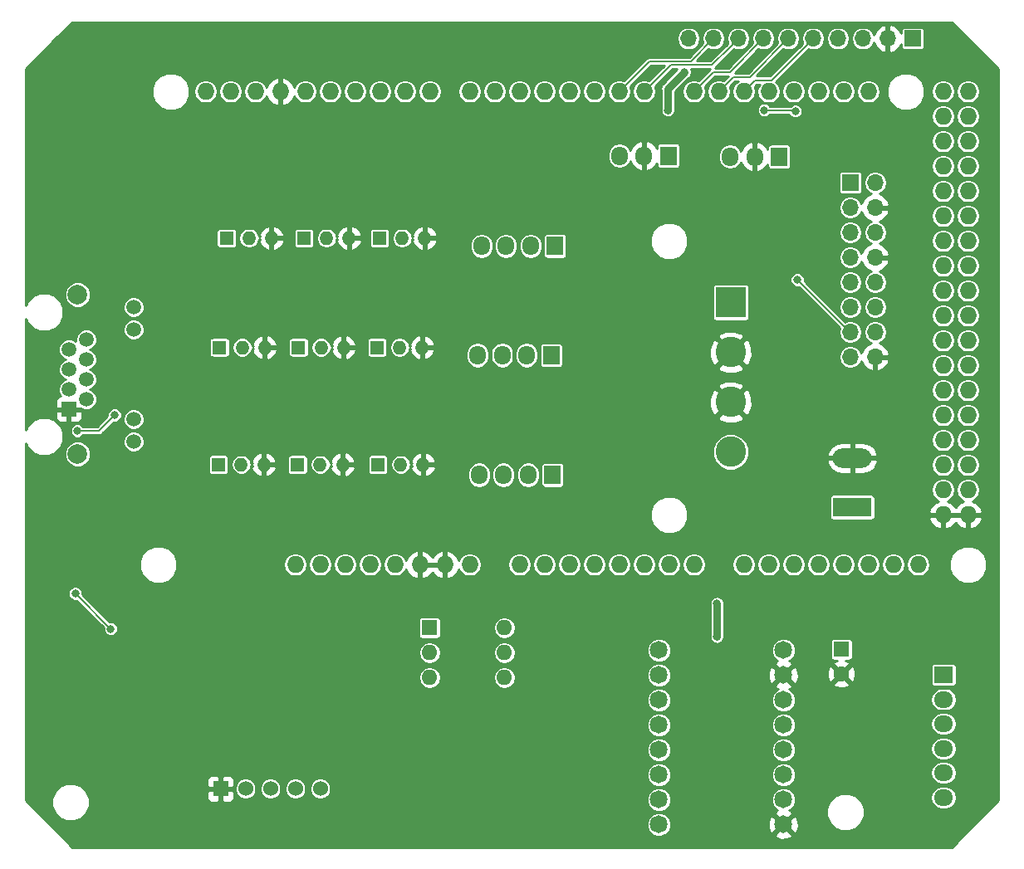
<source format=gbl>
G04 #@! TF.GenerationSoftware,KiCad,Pcbnew,(5.0.0-rc2-dev-352-g017154715)*
G04 #@! TF.CreationDate,2018-06-03T23:58:01-04:00*
G04 #@! TF.ProjectId,DayClock Circuit,446179436C6F636B2043697263756974,rev?*
G04 #@! TF.SameCoordinates,Original*
G04 #@! TF.FileFunction,Copper,L2,Bot,Signal*
G04 #@! TF.FilePolarity,Positive*
%FSLAX46Y46*%
G04 Gerber Fmt 4.6, Leading zero omitted, Abs format (unit mm)*
G04 Created by KiCad (PCBNEW (5.0.0-rc2-dev-352-g017154715)) date 06/03/18 23:58:01*
%MOMM*%
%LPD*%
G01*
G04 APERTURE LIST*
%ADD10O,1.727200X1.727200*%
%ADD11C,2.000000*%
%ADD12C,1.500000*%
%ADD13R,1.500000X1.500000*%
%ADD14R,1.700000X1.950000*%
%ADD15O,1.700000X1.950000*%
%ADD16C,1.600000*%
%ADD17R,1.600000X1.600000*%
%ADD18R,3.100000X3.100000*%
%ADD19C,3.100000*%
%ADD20O,1.700000X1.700000*%
%ADD21R,1.700000X1.700000*%
%ADD22O,3.960000X1.980000*%
%ADD23R,3.960000X1.980000*%
%ADD24O,1.950000X1.700000*%
%ADD25R,1.950000X1.700000*%
%ADD26R,1.400000X1.400000*%
%ADD27O,1.400000X1.400000*%
%ADD28O,1.600000X1.600000*%
%ADD29C,1.820000*%
%ADD30C,1.524000*%
%ADD31R,1.524000X1.524000*%
%ADD32C,0.800000*%
%ADD33C,0.800000*%
%ADD34C,0.200000*%
%ADD35C,0.254000*%
G04 APERTURE END LIST*
D10*
X111504000Y-65680000D03*
X108964000Y-65680000D03*
X111504000Y-63140000D03*
X108964000Y-63140000D03*
X111504000Y-60600000D03*
X108964000Y-60600000D03*
X111504000Y-58060000D03*
X108964000Y-58060000D03*
X111504000Y-55520000D03*
X108964000Y-55520000D03*
X111504000Y-52980000D03*
X108964000Y-52980000D03*
X111504000Y-50440000D03*
X108964000Y-50440000D03*
X111504000Y-47900000D03*
X108964000Y-47900000D03*
X111504000Y-45360000D03*
X108964000Y-45360000D03*
X111504000Y-42820000D03*
X108964000Y-42820000D03*
X111504000Y-40280000D03*
X108964000Y-40280000D03*
X111504000Y-37740000D03*
X108964000Y-37740000D03*
X111504000Y-35200000D03*
X108964000Y-35200000D03*
X111504000Y-32660000D03*
X108964000Y-32660000D03*
X111504000Y-30120000D03*
X108964000Y-30120000D03*
X111504000Y-27580000D03*
X108964000Y-27580000D03*
X111504000Y-25040000D03*
X108964000Y-25040000D03*
X111504000Y-22500000D03*
X108964000Y-22500000D03*
X106424000Y-70760000D03*
X103884000Y-70760000D03*
X101344000Y-70760000D03*
X98804000Y-70760000D03*
X96264000Y-70760000D03*
X93724000Y-70760000D03*
X91184000Y-70760000D03*
X88644000Y-70760000D03*
X83564000Y-70760000D03*
X81024000Y-70760000D03*
X78484000Y-70760000D03*
X75944000Y-70760000D03*
X73404000Y-70760000D03*
X70864000Y-70760000D03*
X68324000Y-70760000D03*
X42924000Y-70760000D03*
X49020000Y-22500000D03*
X46480000Y-22500000D03*
X43940000Y-22500000D03*
X38860000Y-22500000D03*
X36320000Y-22500000D03*
X33780000Y-22500000D03*
X51560000Y-22500000D03*
X54100000Y-22500000D03*
X56640000Y-22500000D03*
X41400000Y-22500000D03*
X60704000Y-22500000D03*
X63244000Y-22500000D03*
X65784000Y-22500000D03*
X68324000Y-22500000D03*
X70864000Y-22500000D03*
X73404000Y-22500000D03*
X75944000Y-22500000D03*
X78484000Y-22500000D03*
X83564000Y-22500000D03*
X86104000Y-22500000D03*
X88644000Y-22500000D03*
X91184000Y-22500000D03*
X93724000Y-22500000D03*
X96264000Y-22500000D03*
X98804000Y-22500000D03*
X101344000Y-22500000D03*
X45464000Y-70760000D03*
X48004000Y-70760000D03*
X50544000Y-70760000D03*
X53084000Y-70760000D03*
X55624000Y-70760000D03*
X58164000Y-70760000D03*
X60704000Y-70760000D03*
X65784000Y-70760000D03*
D11*
X20730000Y-43230000D03*
D12*
X26440000Y-58210000D03*
X26440000Y-55930000D03*
X26440000Y-46780000D03*
X26440000Y-44500000D03*
X21620000Y-47800000D03*
X21620000Y-49830000D03*
X21620000Y-51860000D03*
X21620000Y-53890000D03*
X19840000Y-50850000D03*
X19840000Y-52880000D03*
X19840000Y-48810000D03*
D13*
X19840000Y-54910000D03*
D11*
X20730000Y-59480000D03*
D14*
X92250000Y-29150000D03*
D15*
X89750000Y-29150000D03*
X87250000Y-29150000D03*
D16*
X98600000Y-81900000D03*
D17*
X98600000Y-79400000D03*
D18*
X87300000Y-44020000D03*
D19*
X87300000Y-49100000D03*
X87300000Y-54180000D03*
X87300000Y-59260000D03*
D20*
X102040000Y-49580000D03*
X99500000Y-49580000D03*
X102040000Y-47040000D03*
X99500000Y-47040000D03*
X102040000Y-44500000D03*
X99500000Y-44500000D03*
X102040000Y-41960000D03*
X99500000Y-41960000D03*
X102040000Y-39420000D03*
X99500000Y-39420000D03*
X102040000Y-36880000D03*
X99500000Y-36880000D03*
X102040000Y-34340000D03*
X99500000Y-34340000D03*
X102040000Y-31800000D03*
D21*
X99500000Y-31800000D03*
D22*
X99700000Y-59900000D03*
D23*
X99700000Y-64900000D03*
D15*
X75950000Y-29050000D03*
X78450000Y-29050000D03*
D14*
X80950000Y-29050000D03*
D24*
X109000000Y-94500000D03*
X109000000Y-92000000D03*
X109000000Y-89500000D03*
X109000000Y-87000000D03*
X109000000Y-84500000D03*
D25*
X109000000Y-82000000D03*
D15*
X61900000Y-38250000D03*
X64400000Y-38250000D03*
X66900000Y-38250000D03*
D14*
X69400000Y-38250000D03*
X69000000Y-49400000D03*
D15*
X66500000Y-49400000D03*
X64000000Y-49400000D03*
X61500000Y-49400000D03*
X61650000Y-61600000D03*
X64150000Y-61600000D03*
X66650000Y-61600000D03*
D14*
X69150000Y-61600000D03*
D26*
X35900000Y-37450000D03*
D27*
X38200000Y-37450000D03*
X40500000Y-37450000D03*
X48400000Y-37450000D03*
X46100000Y-37450000D03*
D26*
X43800000Y-37450000D03*
D27*
X56100000Y-37450000D03*
X53800000Y-37450000D03*
D26*
X51500000Y-37450000D03*
X35200000Y-48600000D03*
D27*
X37500000Y-48600000D03*
X39800000Y-48600000D03*
X47850000Y-48600000D03*
X45550000Y-48600000D03*
D26*
X43250000Y-48600000D03*
X51250000Y-48600000D03*
D27*
X53550000Y-48600000D03*
X55850000Y-48600000D03*
X39700000Y-60550000D03*
X37400000Y-60550000D03*
D26*
X35100000Y-60550000D03*
X43150000Y-60550000D03*
D27*
X45450000Y-60550000D03*
X47750000Y-60550000D03*
X55950000Y-60550000D03*
X53650000Y-60550000D03*
D26*
X51350000Y-60550000D03*
D28*
X64220000Y-77200000D03*
X56600000Y-82280000D03*
X64220000Y-79740000D03*
X56600000Y-79740000D03*
X64220000Y-82280000D03*
D17*
X56600000Y-77200000D03*
D29*
X92680000Y-79490000D03*
X92680000Y-82030000D03*
X92680000Y-84570000D03*
X92680000Y-87110000D03*
X92680000Y-89650000D03*
X92680000Y-92190000D03*
X92680000Y-94730000D03*
X92680000Y-97270000D03*
X79980000Y-97270000D03*
X79980000Y-94730000D03*
X79980000Y-92190000D03*
X79980000Y-89650000D03*
X79980000Y-87110000D03*
X79980000Y-84570000D03*
X79980000Y-82030000D03*
X79980000Y-79490000D03*
D30*
X45464000Y-93620000D03*
X42924000Y-93620000D03*
X40384000Y-93620000D03*
X37844000Y-93620000D03*
D31*
X35304000Y-93620000D03*
D21*
X105860000Y-17100000D03*
D20*
X103320000Y-17100000D03*
X100780000Y-17100000D03*
X98240000Y-17100000D03*
X95700000Y-17100000D03*
X93160000Y-17100000D03*
X90620000Y-17100000D03*
X88080000Y-17100000D03*
X85540000Y-17100000D03*
X83000000Y-17100000D03*
D32*
X85900000Y-74700000D03*
X85900000Y-78100000D03*
X20500000Y-73700000D03*
X24100000Y-77300000D03*
X24500000Y-55500000D03*
X20700000Y-57100000D03*
X82600000Y-20500000D03*
X80900000Y-24400000D03*
X94100000Y-41700000D03*
X93900000Y-24500000D03*
X90717025Y-24400000D03*
D33*
X85900000Y-78100000D02*
X85900000Y-74700000D01*
D34*
X24100000Y-77300000D02*
X20500000Y-73700000D01*
X22900000Y-57100000D02*
X24500000Y-55500000D01*
X20700000Y-57100000D02*
X22900000Y-57100000D01*
D33*
X80900000Y-22200000D02*
X82600000Y-20500000D01*
X80900000Y-24400000D02*
X80900000Y-22200000D01*
D34*
X94100000Y-41700000D02*
X99440000Y-47040000D01*
X99440000Y-47040000D02*
X99500000Y-47040000D01*
X93800000Y-24400000D02*
X93900000Y-24500000D01*
X90717025Y-24400000D02*
X93800000Y-24400000D01*
X88644000Y-22500000D02*
X89807601Y-21336399D01*
X89807601Y-21336399D02*
X91463601Y-21336399D01*
X91463601Y-21336399D02*
X94850001Y-17949999D01*
X94850001Y-17949999D02*
X95700000Y-17100000D01*
X87604000Y-21000000D02*
X89260000Y-21000000D01*
X89260000Y-21000000D02*
X93160000Y-17100000D01*
X86104000Y-22500000D02*
X87604000Y-21000000D01*
X85564000Y-20500000D02*
X87220000Y-20500000D01*
X87220000Y-20500000D02*
X90620000Y-17100000D01*
X83564000Y-22500000D02*
X85564000Y-20500000D01*
X78484000Y-22500000D02*
X81184008Y-19799992D01*
X81184008Y-19799992D02*
X85380008Y-19799992D01*
X85380008Y-19799992D02*
X87230001Y-17949999D01*
X87230001Y-17949999D02*
X88080000Y-17100000D01*
X79044018Y-19399982D02*
X83240018Y-19399982D01*
X75944000Y-22500000D02*
X79044018Y-19399982D01*
X83240018Y-19399982D02*
X85540000Y-17100000D01*
D35*
G36*
X114573000Y-20176869D02*
X114573001Y-94823130D01*
X109823132Y-99573000D01*
X20176869Y-99573000D01*
X17627814Y-97023945D01*
X78743000Y-97023945D01*
X78743000Y-97516055D01*
X78931322Y-97970704D01*
X79279296Y-98318678D01*
X79733945Y-98507000D01*
X80226055Y-98507000D01*
X80587225Y-98357398D01*
X91772207Y-98357398D01*
X91859840Y-98614919D01*
X92436949Y-98826404D01*
X93051060Y-98800941D01*
X93500160Y-98614919D01*
X93587793Y-98357398D01*
X92680000Y-97449605D01*
X91772207Y-98357398D01*
X80587225Y-98357398D01*
X80680704Y-98318678D01*
X81028678Y-97970704D01*
X81217000Y-97516055D01*
X81217000Y-97026949D01*
X91123596Y-97026949D01*
X91149059Y-97641060D01*
X91335081Y-98090160D01*
X91592602Y-98177793D01*
X92500395Y-97270000D01*
X92859605Y-97270000D01*
X93767398Y-98177793D01*
X94024919Y-98090160D01*
X94236404Y-97513051D01*
X94210941Y-96898940D01*
X94024919Y-96449840D01*
X93767398Y-96362207D01*
X92859605Y-97270000D01*
X92500395Y-97270000D01*
X91592602Y-96362207D01*
X91335081Y-96449840D01*
X91123596Y-97026949D01*
X81217000Y-97026949D01*
X81217000Y-97023945D01*
X81028678Y-96569296D01*
X80680704Y-96221322D01*
X80226055Y-96033000D01*
X79733945Y-96033000D01*
X79279296Y-96221322D01*
X78931322Y-96569296D01*
X78743000Y-97023945D01*
X17627814Y-97023945D01*
X15427000Y-94823132D01*
X15427000Y-94616696D01*
X18073000Y-94616696D01*
X18073000Y-95383304D01*
X18366368Y-96091558D01*
X18908442Y-96633632D01*
X19616696Y-96927000D01*
X20383304Y-96927000D01*
X21091558Y-96633632D01*
X21633632Y-96091558D01*
X21927000Y-95383304D01*
X21927000Y-94616696D01*
X21633632Y-93908442D01*
X21630940Y-93905750D01*
X33907000Y-93905750D01*
X33907000Y-94508309D01*
X34003673Y-94741698D01*
X34182301Y-94920327D01*
X34415690Y-95017000D01*
X35018250Y-95017000D01*
X35177000Y-94858250D01*
X35177000Y-93747000D01*
X35431000Y-93747000D01*
X35431000Y-94858250D01*
X35589750Y-95017000D01*
X36192310Y-95017000D01*
X36425699Y-94920327D01*
X36604327Y-94741698D01*
X36701000Y-94508309D01*
X36701000Y-93905750D01*
X36542250Y-93747000D01*
X35431000Y-93747000D01*
X35177000Y-93747000D01*
X34065750Y-93747000D01*
X33907000Y-93905750D01*
X21630940Y-93905750D01*
X21091558Y-93366368D01*
X20383304Y-93073000D01*
X19616696Y-93073000D01*
X18908442Y-93366368D01*
X18366368Y-93908442D01*
X18073000Y-94616696D01*
X15427000Y-94616696D01*
X15427000Y-92731691D01*
X33907000Y-92731691D01*
X33907000Y-93334250D01*
X34065750Y-93493000D01*
X35177000Y-93493000D01*
X35177000Y-92381750D01*
X35431000Y-92381750D01*
X35431000Y-93493000D01*
X36542250Y-93493000D01*
X36631866Y-93403384D01*
X36755000Y-93403384D01*
X36755000Y-93836616D01*
X36920790Y-94236869D01*
X37227131Y-94543210D01*
X37627384Y-94709000D01*
X38060616Y-94709000D01*
X38460869Y-94543210D01*
X38767210Y-94236869D01*
X38933000Y-93836616D01*
X38933000Y-93403384D01*
X39295000Y-93403384D01*
X39295000Y-93836616D01*
X39460790Y-94236869D01*
X39767131Y-94543210D01*
X40167384Y-94709000D01*
X40600616Y-94709000D01*
X41000869Y-94543210D01*
X41307210Y-94236869D01*
X41473000Y-93836616D01*
X41473000Y-93403384D01*
X41835000Y-93403384D01*
X41835000Y-93836616D01*
X42000790Y-94236869D01*
X42307131Y-94543210D01*
X42707384Y-94709000D01*
X43140616Y-94709000D01*
X43540869Y-94543210D01*
X43847210Y-94236869D01*
X44013000Y-93836616D01*
X44013000Y-93403384D01*
X44375000Y-93403384D01*
X44375000Y-93836616D01*
X44540790Y-94236869D01*
X44847131Y-94543210D01*
X45247384Y-94709000D01*
X45680616Y-94709000D01*
X46080869Y-94543210D01*
X46140134Y-94483945D01*
X78743000Y-94483945D01*
X78743000Y-94976055D01*
X78931322Y-95430704D01*
X79279296Y-95778678D01*
X79733945Y-95967000D01*
X80226055Y-95967000D01*
X80680704Y-95778678D01*
X81028678Y-95430704D01*
X81217000Y-94976055D01*
X81217000Y-94483945D01*
X91443000Y-94483945D01*
X91443000Y-94976055D01*
X91631322Y-95430704D01*
X91979296Y-95778678D01*
X92096293Y-95827140D01*
X91859840Y-95925081D01*
X91772207Y-96182602D01*
X92680000Y-97090395D01*
X93587793Y-96182602D01*
X93500160Y-95925081D01*
X93249243Y-95833131D01*
X93380704Y-95778678D01*
X93542686Y-95616696D01*
X97073000Y-95616696D01*
X97073000Y-96383304D01*
X97366368Y-97091558D01*
X97908442Y-97633632D01*
X98616696Y-97927000D01*
X99383304Y-97927000D01*
X100091558Y-97633632D01*
X100633632Y-97091558D01*
X100927000Y-96383304D01*
X100927000Y-95616696D01*
X100633632Y-94908442D01*
X100225190Y-94500000D01*
X107674942Y-94500000D01*
X107766291Y-94959242D01*
X108026431Y-95348569D01*
X108415758Y-95608709D01*
X108759080Y-95677000D01*
X109240920Y-95677000D01*
X109584242Y-95608709D01*
X109973569Y-95348569D01*
X110233709Y-94959242D01*
X110325058Y-94500000D01*
X110233709Y-94040758D01*
X109973569Y-93651431D01*
X109584242Y-93391291D01*
X109240920Y-93323000D01*
X108759080Y-93323000D01*
X108415758Y-93391291D01*
X108026431Y-93651431D01*
X107766291Y-94040758D01*
X107674942Y-94500000D01*
X100225190Y-94500000D01*
X100091558Y-94366368D01*
X99383304Y-94073000D01*
X98616696Y-94073000D01*
X97908442Y-94366368D01*
X97366368Y-94908442D01*
X97073000Y-95616696D01*
X93542686Y-95616696D01*
X93728678Y-95430704D01*
X93917000Y-94976055D01*
X93917000Y-94483945D01*
X93728678Y-94029296D01*
X93380704Y-93681322D01*
X92926055Y-93493000D01*
X92433945Y-93493000D01*
X91979296Y-93681322D01*
X91631322Y-94029296D01*
X91443000Y-94483945D01*
X81217000Y-94483945D01*
X81028678Y-94029296D01*
X80680704Y-93681322D01*
X80226055Y-93493000D01*
X79733945Y-93493000D01*
X79279296Y-93681322D01*
X78931322Y-94029296D01*
X78743000Y-94483945D01*
X46140134Y-94483945D01*
X46387210Y-94236869D01*
X46553000Y-93836616D01*
X46553000Y-93403384D01*
X46387210Y-93003131D01*
X46080869Y-92696790D01*
X45680616Y-92531000D01*
X45247384Y-92531000D01*
X44847131Y-92696790D01*
X44540790Y-93003131D01*
X44375000Y-93403384D01*
X44013000Y-93403384D01*
X43847210Y-93003131D01*
X43540869Y-92696790D01*
X43140616Y-92531000D01*
X42707384Y-92531000D01*
X42307131Y-92696790D01*
X42000790Y-93003131D01*
X41835000Y-93403384D01*
X41473000Y-93403384D01*
X41307210Y-93003131D01*
X41000869Y-92696790D01*
X40600616Y-92531000D01*
X40167384Y-92531000D01*
X39767131Y-92696790D01*
X39460790Y-93003131D01*
X39295000Y-93403384D01*
X38933000Y-93403384D01*
X38767210Y-93003131D01*
X38460869Y-92696790D01*
X38060616Y-92531000D01*
X37627384Y-92531000D01*
X37227131Y-92696790D01*
X36920790Y-93003131D01*
X36755000Y-93403384D01*
X36631866Y-93403384D01*
X36701000Y-93334250D01*
X36701000Y-92731691D01*
X36604327Y-92498302D01*
X36425699Y-92319673D01*
X36192310Y-92223000D01*
X35589750Y-92223000D01*
X35431000Y-92381750D01*
X35177000Y-92381750D01*
X35018250Y-92223000D01*
X34415690Y-92223000D01*
X34182301Y-92319673D01*
X34003673Y-92498302D01*
X33907000Y-92731691D01*
X15427000Y-92731691D01*
X15427000Y-91943945D01*
X78743000Y-91943945D01*
X78743000Y-92436055D01*
X78931322Y-92890704D01*
X79279296Y-93238678D01*
X79733945Y-93427000D01*
X80226055Y-93427000D01*
X80680704Y-93238678D01*
X81028678Y-92890704D01*
X81217000Y-92436055D01*
X81217000Y-91943945D01*
X91443000Y-91943945D01*
X91443000Y-92436055D01*
X91631322Y-92890704D01*
X91979296Y-93238678D01*
X92433945Y-93427000D01*
X92926055Y-93427000D01*
X93380704Y-93238678D01*
X93728678Y-92890704D01*
X93917000Y-92436055D01*
X93917000Y-92000000D01*
X107674942Y-92000000D01*
X107766291Y-92459242D01*
X108026431Y-92848569D01*
X108415758Y-93108709D01*
X108759080Y-93177000D01*
X109240920Y-93177000D01*
X109584242Y-93108709D01*
X109973569Y-92848569D01*
X110233709Y-92459242D01*
X110325058Y-92000000D01*
X110233709Y-91540758D01*
X109973569Y-91151431D01*
X109584242Y-90891291D01*
X109240920Y-90823000D01*
X108759080Y-90823000D01*
X108415758Y-90891291D01*
X108026431Y-91151431D01*
X107766291Y-91540758D01*
X107674942Y-92000000D01*
X93917000Y-92000000D01*
X93917000Y-91943945D01*
X93728678Y-91489296D01*
X93380704Y-91141322D01*
X92926055Y-90953000D01*
X92433945Y-90953000D01*
X91979296Y-91141322D01*
X91631322Y-91489296D01*
X91443000Y-91943945D01*
X81217000Y-91943945D01*
X81028678Y-91489296D01*
X80680704Y-91141322D01*
X80226055Y-90953000D01*
X79733945Y-90953000D01*
X79279296Y-91141322D01*
X78931322Y-91489296D01*
X78743000Y-91943945D01*
X15427000Y-91943945D01*
X15427000Y-89403945D01*
X78743000Y-89403945D01*
X78743000Y-89896055D01*
X78931322Y-90350704D01*
X79279296Y-90698678D01*
X79733945Y-90887000D01*
X80226055Y-90887000D01*
X80680704Y-90698678D01*
X81028678Y-90350704D01*
X81217000Y-89896055D01*
X81217000Y-89403945D01*
X91443000Y-89403945D01*
X91443000Y-89896055D01*
X91631322Y-90350704D01*
X91979296Y-90698678D01*
X92433945Y-90887000D01*
X92926055Y-90887000D01*
X93380704Y-90698678D01*
X93728678Y-90350704D01*
X93917000Y-89896055D01*
X93917000Y-89500000D01*
X107674942Y-89500000D01*
X107766291Y-89959242D01*
X108026431Y-90348569D01*
X108415758Y-90608709D01*
X108759080Y-90677000D01*
X109240920Y-90677000D01*
X109584242Y-90608709D01*
X109973569Y-90348569D01*
X110233709Y-89959242D01*
X110325058Y-89500000D01*
X110233709Y-89040758D01*
X109973569Y-88651431D01*
X109584242Y-88391291D01*
X109240920Y-88323000D01*
X108759080Y-88323000D01*
X108415758Y-88391291D01*
X108026431Y-88651431D01*
X107766291Y-89040758D01*
X107674942Y-89500000D01*
X93917000Y-89500000D01*
X93917000Y-89403945D01*
X93728678Y-88949296D01*
X93380704Y-88601322D01*
X92926055Y-88413000D01*
X92433945Y-88413000D01*
X91979296Y-88601322D01*
X91631322Y-88949296D01*
X91443000Y-89403945D01*
X81217000Y-89403945D01*
X81028678Y-88949296D01*
X80680704Y-88601322D01*
X80226055Y-88413000D01*
X79733945Y-88413000D01*
X79279296Y-88601322D01*
X78931322Y-88949296D01*
X78743000Y-89403945D01*
X15427000Y-89403945D01*
X15427000Y-86863945D01*
X78743000Y-86863945D01*
X78743000Y-87356055D01*
X78931322Y-87810704D01*
X79279296Y-88158678D01*
X79733945Y-88347000D01*
X80226055Y-88347000D01*
X80680704Y-88158678D01*
X81028678Y-87810704D01*
X81217000Y-87356055D01*
X81217000Y-86863945D01*
X91443000Y-86863945D01*
X91443000Y-87356055D01*
X91631322Y-87810704D01*
X91979296Y-88158678D01*
X92433945Y-88347000D01*
X92926055Y-88347000D01*
X93380704Y-88158678D01*
X93728678Y-87810704D01*
X93917000Y-87356055D01*
X93917000Y-87000000D01*
X107674942Y-87000000D01*
X107766291Y-87459242D01*
X108026431Y-87848569D01*
X108415758Y-88108709D01*
X108759080Y-88177000D01*
X109240920Y-88177000D01*
X109584242Y-88108709D01*
X109973569Y-87848569D01*
X110233709Y-87459242D01*
X110325058Y-87000000D01*
X110233709Y-86540758D01*
X109973569Y-86151431D01*
X109584242Y-85891291D01*
X109240920Y-85823000D01*
X108759080Y-85823000D01*
X108415758Y-85891291D01*
X108026431Y-86151431D01*
X107766291Y-86540758D01*
X107674942Y-87000000D01*
X93917000Y-87000000D01*
X93917000Y-86863945D01*
X93728678Y-86409296D01*
X93380704Y-86061322D01*
X92926055Y-85873000D01*
X92433945Y-85873000D01*
X91979296Y-86061322D01*
X91631322Y-86409296D01*
X91443000Y-86863945D01*
X81217000Y-86863945D01*
X81028678Y-86409296D01*
X80680704Y-86061322D01*
X80226055Y-85873000D01*
X79733945Y-85873000D01*
X79279296Y-86061322D01*
X78931322Y-86409296D01*
X78743000Y-86863945D01*
X15427000Y-86863945D01*
X15427000Y-84323945D01*
X78743000Y-84323945D01*
X78743000Y-84816055D01*
X78931322Y-85270704D01*
X79279296Y-85618678D01*
X79733945Y-85807000D01*
X80226055Y-85807000D01*
X80680704Y-85618678D01*
X81028678Y-85270704D01*
X81217000Y-84816055D01*
X81217000Y-84323945D01*
X91443000Y-84323945D01*
X91443000Y-84816055D01*
X91631322Y-85270704D01*
X91979296Y-85618678D01*
X92433945Y-85807000D01*
X92926055Y-85807000D01*
X93380704Y-85618678D01*
X93728678Y-85270704D01*
X93917000Y-84816055D01*
X93917000Y-84500000D01*
X107674942Y-84500000D01*
X107766291Y-84959242D01*
X108026431Y-85348569D01*
X108415758Y-85608709D01*
X108759080Y-85677000D01*
X109240920Y-85677000D01*
X109584242Y-85608709D01*
X109973569Y-85348569D01*
X110233709Y-84959242D01*
X110325058Y-84500000D01*
X110233709Y-84040758D01*
X109973569Y-83651431D01*
X109584242Y-83391291D01*
X109240920Y-83323000D01*
X108759080Y-83323000D01*
X108415758Y-83391291D01*
X108026431Y-83651431D01*
X107766291Y-84040758D01*
X107674942Y-84500000D01*
X93917000Y-84500000D01*
X93917000Y-84323945D01*
X93728678Y-83869296D01*
X93380704Y-83521322D01*
X93263707Y-83472860D01*
X93500160Y-83374919D01*
X93587793Y-83117398D01*
X92680000Y-82209605D01*
X91772207Y-83117398D01*
X91859840Y-83374919D01*
X92110757Y-83466869D01*
X91979296Y-83521322D01*
X91631322Y-83869296D01*
X91443000Y-84323945D01*
X81217000Y-84323945D01*
X81028678Y-83869296D01*
X80680704Y-83521322D01*
X80226055Y-83333000D01*
X79733945Y-83333000D01*
X79279296Y-83521322D01*
X78931322Y-83869296D01*
X78743000Y-84323945D01*
X15427000Y-84323945D01*
X15427000Y-82280000D01*
X55450921Y-82280000D01*
X55538389Y-82719733D01*
X55787478Y-83092522D01*
X56160267Y-83341611D01*
X56489001Y-83407000D01*
X56710999Y-83407000D01*
X57039733Y-83341611D01*
X57412522Y-83092522D01*
X57661611Y-82719733D01*
X57749079Y-82280000D01*
X63070921Y-82280000D01*
X63158389Y-82719733D01*
X63407478Y-83092522D01*
X63780267Y-83341611D01*
X64109001Y-83407000D01*
X64330999Y-83407000D01*
X64659733Y-83341611D01*
X65032522Y-83092522D01*
X65281611Y-82719733D01*
X65369079Y-82280000D01*
X65281611Y-81840267D01*
X65243978Y-81783945D01*
X78743000Y-81783945D01*
X78743000Y-82276055D01*
X78931322Y-82730704D01*
X79279296Y-83078678D01*
X79733945Y-83267000D01*
X80226055Y-83267000D01*
X80680704Y-83078678D01*
X81028678Y-82730704D01*
X81217000Y-82276055D01*
X81217000Y-81786949D01*
X91123596Y-81786949D01*
X91149059Y-82401060D01*
X91335081Y-82850160D01*
X91592602Y-82937793D01*
X92500395Y-82030000D01*
X92859605Y-82030000D01*
X93767398Y-82937793D01*
X93855697Y-82907745D01*
X97771861Y-82907745D01*
X97845995Y-83153864D01*
X98383223Y-83346965D01*
X98953454Y-83319778D01*
X99354005Y-83153864D01*
X99428139Y-82907745D01*
X98600000Y-82079605D01*
X97771861Y-82907745D01*
X93855697Y-82907745D01*
X94024919Y-82850160D01*
X94236404Y-82273051D01*
X94211948Y-81683223D01*
X97153035Y-81683223D01*
X97180222Y-82253454D01*
X97346136Y-82654005D01*
X97592255Y-82728139D01*
X98420395Y-81900000D01*
X98779605Y-81900000D01*
X99607745Y-82728139D01*
X99853864Y-82654005D01*
X100046965Y-82116777D01*
X100019778Y-81546546D01*
X99855523Y-81150000D01*
X107691594Y-81150000D01*
X107691594Y-82850000D01*
X107716973Y-82977589D01*
X107789246Y-83085754D01*
X107897411Y-83158027D01*
X108025000Y-83183406D01*
X109975000Y-83183406D01*
X110102589Y-83158027D01*
X110210754Y-83085754D01*
X110283027Y-82977589D01*
X110308406Y-82850000D01*
X110308406Y-81150000D01*
X110283027Y-81022411D01*
X110210754Y-80914246D01*
X110102589Y-80841973D01*
X109975000Y-80816594D01*
X108025000Y-80816594D01*
X107897411Y-80841973D01*
X107789246Y-80914246D01*
X107716973Y-81022411D01*
X107691594Y-81150000D01*
X99855523Y-81150000D01*
X99853864Y-81145995D01*
X99607745Y-81071861D01*
X98779605Y-81900000D01*
X98420395Y-81900000D01*
X97592255Y-81071861D01*
X97346136Y-81145995D01*
X97153035Y-81683223D01*
X94211948Y-81683223D01*
X94210941Y-81658940D01*
X94024919Y-81209840D01*
X93767398Y-81122207D01*
X92859605Y-82030000D01*
X92500395Y-82030000D01*
X91592602Y-81122207D01*
X91335081Y-81209840D01*
X91123596Y-81786949D01*
X81217000Y-81786949D01*
X81217000Y-81783945D01*
X81028678Y-81329296D01*
X80680704Y-80981322D01*
X80226055Y-80793000D01*
X79733945Y-80793000D01*
X79279296Y-80981322D01*
X78931322Y-81329296D01*
X78743000Y-81783945D01*
X65243978Y-81783945D01*
X65032522Y-81467478D01*
X64659733Y-81218389D01*
X64330999Y-81153000D01*
X64109001Y-81153000D01*
X63780267Y-81218389D01*
X63407478Y-81467478D01*
X63158389Y-81840267D01*
X63070921Y-82280000D01*
X57749079Y-82280000D01*
X57661611Y-81840267D01*
X57412522Y-81467478D01*
X57039733Y-81218389D01*
X56710999Y-81153000D01*
X56489001Y-81153000D01*
X56160267Y-81218389D01*
X55787478Y-81467478D01*
X55538389Y-81840267D01*
X55450921Y-82280000D01*
X15427000Y-82280000D01*
X15427000Y-79740000D01*
X55450921Y-79740000D01*
X55538389Y-80179733D01*
X55787478Y-80552522D01*
X56160267Y-80801611D01*
X56489001Y-80867000D01*
X56710999Y-80867000D01*
X57039733Y-80801611D01*
X57412522Y-80552522D01*
X57661611Y-80179733D01*
X57749079Y-79740000D01*
X63070921Y-79740000D01*
X63158389Y-80179733D01*
X63407478Y-80552522D01*
X63780267Y-80801611D01*
X64109001Y-80867000D01*
X64330999Y-80867000D01*
X64659733Y-80801611D01*
X65032522Y-80552522D01*
X65281611Y-80179733D01*
X65369079Y-79740000D01*
X65281611Y-79300267D01*
X65243978Y-79243945D01*
X78743000Y-79243945D01*
X78743000Y-79736055D01*
X78931322Y-80190704D01*
X79279296Y-80538678D01*
X79733945Y-80727000D01*
X80226055Y-80727000D01*
X80680704Y-80538678D01*
X81028678Y-80190704D01*
X81217000Y-79736055D01*
X81217000Y-79243945D01*
X91443000Y-79243945D01*
X91443000Y-79736055D01*
X91631322Y-80190704D01*
X91979296Y-80538678D01*
X92096293Y-80587140D01*
X91859840Y-80685081D01*
X91772207Y-80942602D01*
X92680000Y-81850395D01*
X93587793Y-80942602D01*
X93500160Y-80685081D01*
X93249243Y-80593131D01*
X93380704Y-80538678D01*
X93728678Y-80190704D01*
X93917000Y-79736055D01*
X93917000Y-79243945D01*
X93728678Y-78789296D01*
X93539382Y-78600000D01*
X97466594Y-78600000D01*
X97466594Y-80200000D01*
X97491973Y-80327589D01*
X97564246Y-80435754D01*
X97672411Y-80508027D01*
X97800000Y-80533406D01*
X98118149Y-80533406D01*
X97845995Y-80646136D01*
X97771861Y-80892255D01*
X98600000Y-81720395D01*
X99428139Y-80892255D01*
X99354005Y-80646136D01*
X99040378Y-80533406D01*
X99400000Y-80533406D01*
X99527589Y-80508027D01*
X99635754Y-80435754D01*
X99708027Y-80327589D01*
X99733406Y-80200000D01*
X99733406Y-78600000D01*
X99708027Y-78472411D01*
X99635754Y-78364246D01*
X99527589Y-78291973D01*
X99400000Y-78266594D01*
X97800000Y-78266594D01*
X97672411Y-78291973D01*
X97564246Y-78364246D01*
X97491973Y-78472411D01*
X97466594Y-78600000D01*
X93539382Y-78600000D01*
X93380704Y-78441322D01*
X92926055Y-78253000D01*
X92433945Y-78253000D01*
X91979296Y-78441322D01*
X91631322Y-78789296D01*
X91443000Y-79243945D01*
X81217000Y-79243945D01*
X81028678Y-78789296D01*
X80680704Y-78441322D01*
X80226055Y-78253000D01*
X79733945Y-78253000D01*
X79279296Y-78441322D01*
X78931322Y-78789296D01*
X78743000Y-79243945D01*
X65243978Y-79243945D01*
X65032522Y-78927478D01*
X64659733Y-78678389D01*
X64330999Y-78613000D01*
X64109001Y-78613000D01*
X63780267Y-78678389D01*
X63407478Y-78927478D01*
X63158389Y-79300267D01*
X63070921Y-79740000D01*
X57749079Y-79740000D01*
X57661611Y-79300267D01*
X57412522Y-78927478D01*
X57039733Y-78678389D01*
X56710999Y-78613000D01*
X56489001Y-78613000D01*
X56160267Y-78678389D01*
X55787478Y-78927478D01*
X55538389Y-79300267D01*
X55450921Y-79740000D01*
X15427000Y-79740000D01*
X15427000Y-73555391D01*
X19773000Y-73555391D01*
X19773000Y-73844609D01*
X19883679Y-74111813D01*
X20088187Y-74316321D01*
X20355391Y-74427000D01*
X20623132Y-74427000D01*
X23373000Y-77176869D01*
X23373000Y-77444609D01*
X23483679Y-77711813D01*
X23688187Y-77916321D01*
X23955391Y-78027000D01*
X24244609Y-78027000D01*
X24511813Y-77916321D01*
X24716321Y-77711813D01*
X24827000Y-77444609D01*
X24827000Y-77155391D01*
X24716321Y-76888187D01*
X24511813Y-76683679D01*
X24244609Y-76573000D01*
X23976869Y-76573000D01*
X23803869Y-76400000D01*
X55466594Y-76400000D01*
X55466594Y-78000000D01*
X55491973Y-78127589D01*
X55564246Y-78235754D01*
X55672411Y-78308027D01*
X55800000Y-78333406D01*
X57400000Y-78333406D01*
X57527589Y-78308027D01*
X57635754Y-78235754D01*
X57708027Y-78127589D01*
X57733406Y-78000000D01*
X57733406Y-77200000D01*
X63070921Y-77200000D01*
X63158389Y-77639733D01*
X63407478Y-78012522D01*
X63780267Y-78261611D01*
X64109001Y-78327000D01*
X64330999Y-78327000D01*
X64659733Y-78261611D01*
X65032522Y-78012522D01*
X65281611Y-77639733D01*
X65369079Y-77200000D01*
X65281611Y-76760267D01*
X65032522Y-76387478D01*
X64659733Y-76138389D01*
X64330999Y-76073000D01*
X64109001Y-76073000D01*
X63780267Y-76138389D01*
X63407478Y-76387478D01*
X63158389Y-76760267D01*
X63070921Y-77200000D01*
X57733406Y-77200000D01*
X57733406Y-76400000D01*
X57708027Y-76272411D01*
X57635754Y-76164246D01*
X57527589Y-76091973D01*
X57400000Y-76066594D01*
X55800000Y-76066594D01*
X55672411Y-76091973D01*
X55564246Y-76164246D01*
X55491973Y-76272411D01*
X55466594Y-76400000D01*
X23803869Y-76400000D01*
X21959260Y-74555391D01*
X85173000Y-74555391D01*
X85173000Y-74844609D01*
X85173001Y-74844611D01*
X85173000Y-77955391D01*
X85173000Y-78244609D01*
X85200941Y-78312064D01*
X85215182Y-78383660D01*
X85255737Y-78444355D01*
X85283679Y-78511813D01*
X85335310Y-78563444D01*
X85375863Y-78624136D01*
X85436556Y-78664690D01*
X85488187Y-78716321D01*
X85555643Y-78744262D01*
X85616339Y-78784818D01*
X85687937Y-78799060D01*
X85755391Y-78827000D01*
X85828401Y-78827000D01*
X85900000Y-78841242D01*
X85971599Y-78827000D01*
X86044609Y-78827000D01*
X86112064Y-78799060D01*
X86183660Y-78784818D01*
X86244355Y-78744263D01*
X86311813Y-78716321D01*
X86363444Y-78664690D01*
X86424136Y-78624137D01*
X86464690Y-78563444D01*
X86516321Y-78511813D01*
X86544262Y-78444357D01*
X86584818Y-78383661D01*
X86599060Y-78312063D01*
X86627000Y-78244609D01*
X86627000Y-74555391D01*
X86599060Y-74487937D01*
X86584818Y-74416339D01*
X86544262Y-74355642D01*
X86516321Y-74288187D01*
X86464692Y-74236558D01*
X86424137Y-74175863D01*
X86363442Y-74135308D01*
X86311813Y-74083679D01*
X86244358Y-74055738D01*
X86183661Y-74015182D01*
X86112063Y-74000940D01*
X86044609Y-73973000D01*
X85971599Y-73973000D01*
X85900000Y-73958758D01*
X85828401Y-73973000D01*
X85755391Y-73973000D01*
X85687936Y-74000940D01*
X85616340Y-74015182D01*
X85555645Y-74055737D01*
X85488187Y-74083679D01*
X85436556Y-74135310D01*
X85375864Y-74175863D01*
X85335311Y-74236555D01*
X85283679Y-74288187D01*
X85255737Y-74355646D01*
X85215183Y-74416339D01*
X85200942Y-74487933D01*
X85173000Y-74555391D01*
X21959260Y-74555391D01*
X21227000Y-73823132D01*
X21227000Y-73555391D01*
X21116321Y-73288187D01*
X20911813Y-73083679D01*
X20644609Y-72973000D01*
X20355391Y-72973000D01*
X20088187Y-73083679D01*
X19883679Y-73288187D01*
X19773000Y-73555391D01*
X15427000Y-73555391D01*
X15427000Y-70376696D01*
X27027000Y-70376696D01*
X27027000Y-71143304D01*
X27320368Y-71851558D01*
X27862442Y-72393632D01*
X28570696Y-72687000D01*
X29337304Y-72687000D01*
X30045558Y-72393632D01*
X30587632Y-71851558D01*
X30881000Y-71143304D01*
X30881000Y-70760000D01*
X41710075Y-70760000D01*
X41802480Y-71224549D01*
X42065625Y-71618375D01*
X42459451Y-71881520D01*
X42806738Y-71950600D01*
X43041262Y-71950600D01*
X43388549Y-71881520D01*
X43782375Y-71618375D01*
X44045520Y-71224549D01*
X44137925Y-70760000D01*
X44250075Y-70760000D01*
X44342480Y-71224549D01*
X44605625Y-71618375D01*
X44999451Y-71881520D01*
X45346738Y-71950600D01*
X45581262Y-71950600D01*
X45928549Y-71881520D01*
X46322375Y-71618375D01*
X46585520Y-71224549D01*
X46677925Y-70760000D01*
X46790075Y-70760000D01*
X46882480Y-71224549D01*
X47145625Y-71618375D01*
X47539451Y-71881520D01*
X47886738Y-71950600D01*
X48121262Y-71950600D01*
X48468549Y-71881520D01*
X48862375Y-71618375D01*
X49125520Y-71224549D01*
X49217925Y-70760000D01*
X49330075Y-70760000D01*
X49422480Y-71224549D01*
X49685625Y-71618375D01*
X50079451Y-71881520D01*
X50426738Y-71950600D01*
X50661262Y-71950600D01*
X51008549Y-71881520D01*
X51402375Y-71618375D01*
X51665520Y-71224549D01*
X51757925Y-70760000D01*
X51870075Y-70760000D01*
X51962480Y-71224549D01*
X52225625Y-71618375D01*
X52619451Y-71881520D01*
X52966738Y-71950600D01*
X53201262Y-71950600D01*
X53548549Y-71881520D01*
X53942375Y-71618375D01*
X54205520Y-71224549D01*
X54207865Y-71212759D01*
X54341312Y-71534947D01*
X54735510Y-71966821D01*
X55264973Y-72214968D01*
X55497000Y-72094469D01*
X55497000Y-70887000D01*
X55751000Y-70887000D01*
X55751000Y-72094469D01*
X55983027Y-72214968D01*
X56512490Y-71966821D01*
X56894000Y-71548848D01*
X57275510Y-71966821D01*
X57804973Y-72214968D01*
X58037000Y-72094469D01*
X58037000Y-70887000D01*
X55751000Y-70887000D01*
X55497000Y-70887000D01*
X55477000Y-70887000D01*
X55477000Y-70633000D01*
X55497000Y-70633000D01*
X55497000Y-69425531D01*
X55751000Y-69425531D01*
X55751000Y-70633000D01*
X58037000Y-70633000D01*
X58037000Y-69425531D01*
X58291000Y-69425531D01*
X58291000Y-70633000D01*
X58311000Y-70633000D01*
X58311000Y-70887000D01*
X58291000Y-70887000D01*
X58291000Y-72094469D01*
X58523027Y-72214968D01*
X59052490Y-71966821D01*
X59446688Y-71534947D01*
X59580135Y-71212759D01*
X59582480Y-71224549D01*
X59845625Y-71618375D01*
X60239451Y-71881520D01*
X60586738Y-71950600D01*
X60821262Y-71950600D01*
X61168549Y-71881520D01*
X61562375Y-71618375D01*
X61825520Y-71224549D01*
X61917925Y-70760000D01*
X64570075Y-70760000D01*
X64662480Y-71224549D01*
X64925625Y-71618375D01*
X65319451Y-71881520D01*
X65666738Y-71950600D01*
X65901262Y-71950600D01*
X66248549Y-71881520D01*
X66642375Y-71618375D01*
X66905520Y-71224549D01*
X66997925Y-70760000D01*
X67110075Y-70760000D01*
X67202480Y-71224549D01*
X67465625Y-71618375D01*
X67859451Y-71881520D01*
X68206738Y-71950600D01*
X68441262Y-71950600D01*
X68788549Y-71881520D01*
X69182375Y-71618375D01*
X69445520Y-71224549D01*
X69537925Y-70760000D01*
X69650075Y-70760000D01*
X69742480Y-71224549D01*
X70005625Y-71618375D01*
X70399451Y-71881520D01*
X70746738Y-71950600D01*
X70981262Y-71950600D01*
X71328549Y-71881520D01*
X71722375Y-71618375D01*
X71985520Y-71224549D01*
X72077925Y-70760000D01*
X72190075Y-70760000D01*
X72282480Y-71224549D01*
X72545625Y-71618375D01*
X72939451Y-71881520D01*
X73286738Y-71950600D01*
X73521262Y-71950600D01*
X73868549Y-71881520D01*
X74262375Y-71618375D01*
X74525520Y-71224549D01*
X74617925Y-70760000D01*
X74730075Y-70760000D01*
X74822480Y-71224549D01*
X75085625Y-71618375D01*
X75479451Y-71881520D01*
X75826738Y-71950600D01*
X76061262Y-71950600D01*
X76408549Y-71881520D01*
X76802375Y-71618375D01*
X77065520Y-71224549D01*
X77157925Y-70760000D01*
X77270075Y-70760000D01*
X77362480Y-71224549D01*
X77625625Y-71618375D01*
X78019451Y-71881520D01*
X78366738Y-71950600D01*
X78601262Y-71950600D01*
X78948549Y-71881520D01*
X79342375Y-71618375D01*
X79605520Y-71224549D01*
X79697925Y-70760000D01*
X79810075Y-70760000D01*
X79902480Y-71224549D01*
X80165625Y-71618375D01*
X80559451Y-71881520D01*
X80906738Y-71950600D01*
X81141262Y-71950600D01*
X81488549Y-71881520D01*
X81882375Y-71618375D01*
X82145520Y-71224549D01*
X82237925Y-70760000D01*
X82350075Y-70760000D01*
X82442480Y-71224549D01*
X82705625Y-71618375D01*
X83099451Y-71881520D01*
X83446738Y-71950600D01*
X83681262Y-71950600D01*
X84028549Y-71881520D01*
X84422375Y-71618375D01*
X84685520Y-71224549D01*
X84777925Y-70760000D01*
X87430075Y-70760000D01*
X87522480Y-71224549D01*
X87785625Y-71618375D01*
X88179451Y-71881520D01*
X88526738Y-71950600D01*
X88761262Y-71950600D01*
X89108549Y-71881520D01*
X89502375Y-71618375D01*
X89765520Y-71224549D01*
X89857925Y-70760000D01*
X89970075Y-70760000D01*
X90062480Y-71224549D01*
X90325625Y-71618375D01*
X90719451Y-71881520D01*
X91066738Y-71950600D01*
X91301262Y-71950600D01*
X91648549Y-71881520D01*
X92042375Y-71618375D01*
X92305520Y-71224549D01*
X92397925Y-70760000D01*
X92510075Y-70760000D01*
X92602480Y-71224549D01*
X92865625Y-71618375D01*
X93259451Y-71881520D01*
X93606738Y-71950600D01*
X93841262Y-71950600D01*
X94188549Y-71881520D01*
X94582375Y-71618375D01*
X94845520Y-71224549D01*
X94937925Y-70760000D01*
X95050075Y-70760000D01*
X95142480Y-71224549D01*
X95405625Y-71618375D01*
X95799451Y-71881520D01*
X96146738Y-71950600D01*
X96381262Y-71950600D01*
X96728549Y-71881520D01*
X97122375Y-71618375D01*
X97385520Y-71224549D01*
X97477925Y-70760000D01*
X97590075Y-70760000D01*
X97682480Y-71224549D01*
X97945625Y-71618375D01*
X98339451Y-71881520D01*
X98686738Y-71950600D01*
X98921262Y-71950600D01*
X99268549Y-71881520D01*
X99662375Y-71618375D01*
X99925520Y-71224549D01*
X100017925Y-70760000D01*
X100130075Y-70760000D01*
X100222480Y-71224549D01*
X100485625Y-71618375D01*
X100879451Y-71881520D01*
X101226738Y-71950600D01*
X101461262Y-71950600D01*
X101808549Y-71881520D01*
X102202375Y-71618375D01*
X102465520Y-71224549D01*
X102557925Y-70760000D01*
X102670075Y-70760000D01*
X102762480Y-71224549D01*
X103025625Y-71618375D01*
X103419451Y-71881520D01*
X103766738Y-71950600D01*
X104001262Y-71950600D01*
X104348549Y-71881520D01*
X104742375Y-71618375D01*
X105005520Y-71224549D01*
X105097925Y-70760000D01*
X105210075Y-70760000D01*
X105302480Y-71224549D01*
X105565625Y-71618375D01*
X105959451Y-71881520D01*
X106306738Y-71950600D01*
X106541262Y-71950600D01*
X106888549Y-71881520D01*
X107282375Y-71618375D01*
X107545520Y-71224549D01*
X107637925Y-70760000D01*
X107561681Y-70376696D01*
X109577000Y-70376696D01*
X109577000Y-71143304D01*
X109870368Y-71851558D01*
X110412442Y-72393632D01*
X111120696Y-72687000D01*
X111887304Y-72687000D01*
X112595558Y-72393632D01*
X113137632Y-71851558D01*
X113431000Y-71143304D01*
X113431000Y-70376696D01*
X113137632Y-69668442D01*
X112595558Y-69126368D01*
X111887304Y-68833000D01*
X111120696Y-68833000D01*
X110412442Y-69126368D01*
X109870368Y-69668442D01*
X109577000Y-70376696D01*
X107561681Y-70376696D01*
X107545520Y-70295451D01*
X107282375Y-69901625D01*
X106888549Y-69638480D01*
X106541262Y-69569400D01*
X106306738Y-69569400D01*
X105959451Y-69638480D01*
X105565625Y-69901625D01*
X105302480Y-70295451D01*
X105210075Y-70760000D01*
X105097925Y-70760000D01*
X105005520Y-70295451D01*
X104742375Y-69901625D01*
X104348549Y-69638480D01*
X104001262Y-69569400D01*
X103766738Y-69569400D01*
X103419451Y-69638480D01*
X103025625Y-69901625D01*
X102762480Y-70295451D01*
X102670075Y-70760000D01*
X102557925Y-70760000D01*
X102465520Y-70295451D01*
X102202375Y-69901625D01*
X101808549Y-69638480D01*
X101461262Y-69569400D01*
X101226738Y-69569400D01*
X100879451Y-69638480D01*
X100485625Y-69901625D01*
X100222480Y-70295451D01*
X100130075Y-70760000D01*
X100017925Y-70760000D01*
X99925520Y-70295451D01*
X99662375Y-69901625D01*
X99268549Y-69638480D01*
X98921262Y-69569400D01*
X98686738Y-69569400D01*
X98339451Y-69638480D01*
X97945625Y-69901625D01*
X97682480Y-70295451D01*
X97590075Y-70760000D01*
X97477925Y-70760000D01*
X97385520Y-70295451D01*
X97122375Y-69901625D01*
X96728549Y-69638480D01*
X96381262Y-69569400D01*
X96146738Y-69569400D01*
X95799451Y-69638480D01*
X95405625Y-69901625D01*
X95142480Y-70295451D01*
X95050075Y-70760000D01*
X94937925Y-70760000D01*
X94845520Y-70295451D01*
X94582375Y-69901625D01*
X94188549Y-69638480D01*
X93841262Y-69569400D01*
X93606738Y-69569400D01*
X93259451Y-69638480D01*
X92865625Y-69901625D01*
X92602480Y-70295451D01*
X92510075Y-70760000D01*
X92397925Y-70760000D01*
X92305520Y-70295451D01*
X92042375Y-69901625D01*
X91648549Y-69638480D01*
X91301262Y-69569400D01*
X91066738Y-69569400D01*
X90719451Y-69638480D01*
X90325625Y-69901625D01*
X90062480Y-70295451D01*
X89970075Y-70760000D01*
X89857925Y-70760000D01*
X89765520Y-70295451D01*
X89502375Y-69901625D01*
X89108549Y-69638480D01*
X88761262Y-69569400D01*
X88526738Y-69569400D01*
X88179451Y-69638480D01*
X87785625Y-69901625D01*
X87522480Y-70295451D01*
X87430075Y-70760000D01*
X84777925Y-70760000D01*
X84685520Y-70295451D01*
X84422375Y-69901625D01*
X84028549Y-69638480D01*
X83681262Y-69569400D01*
X83446738Y-69569400D01*
X83099451Y-69638480D01*
X82705625Y-69901625D01*
X82442480Y-70295451D01*
X82350075Y-70760000D01*
X82237925Y-70760000D01*
X82145520Y-70295451D01*
X81882375Y-69901625D01*
X81488549Y-69638480D01*
X81141262Y-69569400D01*
X80906738Y-69569400D01*
X80559451Y-69638480D01*
X80165625Y-69901625D01*
X79902480Y-70295451D01*
X79810075Y-70760000D01*
X79697925Y-70760000D01*
X79605520Y-70295451D01*
X79342375Y-69901625D01*
X78948549Y-69638480D01*
X78601262Y-69569400D01*
X78366738Y-69569400D01*
X78019451Y-69638480D01*
X77625625Y-69901625D01*
X77362480Y-70295451D01*
X77270075Y-70760000D01*
X77157925Y-70760000D01*
X77065520Y-70295451D01*
X76802375Y-69901625D01*
X76408549Y-69638480D01*
X76061262Y-69569400D01*
X75826738Y-69569400D01*
X75479451Y-69638480D01*
X75085625Y-69901625D01*
X74822480Y-70295451D01*
X74730075Y-70760000D01*
X74617925Y-70760000D01*
X74525520Y-70295451D01*
X74262375Y-69901625D01*
X73868549Y-69638480D01*
X73521262Y-69569400D01*
X73286738Y-69569400D01*
X72939451Y-69638480D01*
X72545625Y-69901625D01*
X72282480Y-70295451D01*
X72190075Y-70760000D01*
X72077925Y-70760000D01*
X71985520Y-70295451D01*
X71722375Y-69901625D01*
X71328549Y-69638480D01*
X70981262Y-69569400D01*
X70746738Y-69569400D01*
X70399451Y-69638480D01*
X70005625Y-69901625D01*
X69742480Y-70295451D01*
X69650075Y-70760000D01*
X69537925Y-70760000D01*
X69445520Y-70295451D01*
X69182375Y-69901625D01*
X68788549Y-69638480D01*
X68441262Y-69569400D01*
X68206738Y-69569400D01*
X67859451Y-69638480D01*
X67465625Y-69901625D01*
X67202480Y-70295451D01*
X67110075Y-70760000D01*
X66997925Y-70760000D01*
X66905520Y-70295451D01*
X66642375Y-69901625D01*
X66248549Y-69638480D01*
X65901262Y-69569400D01*
X65666738Y-69569400D01*
X65319451Y-69638480D01*
X64925625Y-69901625D01*
X64662480Y-70295451D01*
X64570075Y-70760000D01*
X61917925Y-70760000D01*
X61825520Y-70295451D01*
X61562375Y-69901625D01*
X61168549Y-69638480D01*
X60821262Y-69569400D01*
X60586738Y-69569400D01*
X60239451Y-69638480D01*
X59845625Y-69901625D01*
X59582480Y-70295451D01*
X59580135Y-70307241D01*
X59446688Y-69985053D01*
X59052490Y-69553179D01*
X58523027Y-69305032D01*
X58291000Y-69425531D01*
X58037000Y-69425531D01*
X57804973Y-69305032D01*
X57275510Y-69553179D01*
X56894000Y-69971152D01*
X56512490Y-69553179D01*
X55983027Y-69305032D01*
X55751000Y-69425531D01*
X55497000Y-69425531D01*
X55264973Y-69305032D01*
X54735510Y-69553179D01*
X54341312Y-69985053D01*
X54207865Y-70307241D01*
X54205520Y-70295451D01*
X53942375Y-69901625D01*
X53548549Y-69638480D01*
X53201262Y-69569400D01*
X52966738Y-69569400D01*
X52619451Y-69638480D01*
X52225625Y-69901625D01*
X51962480Y-70295451D01*
X51870075Y-70760000D01*
X51757925Y-70760000D01*
X51665520Y-70295451D01*
X51402375Y-69901625D01*
X51008549Y-69638480D01*
X50661262Y-69569400D01*
X50426738Y-69569400D01*
X50079451Y-69638480D01*
X49685625Y-69901625D01*
X49422480Y-70295451D01*
X49330075Y-70760000D01*
X49217925Y-70760000D01*
X49125520Y-70295451D01*
X48862375Y-69901625D01*
X48468549Y-69638480D01*
X48121262Y-69569400D01*
X47886738Y-69569400D01*
X47539451Y-69638480D01*
X47145625Y-69901625D01*
X46882480Y-70295451D01*
X46790075Y-70760000D01*
X46677925Y-70760000D01*
X46585520Y-70295451D01*
X46322375Y-69901625D01*
X45928549Y-69638480D01*
X45581262Y-69569400D01*
X45346738Y-69569400D01*
X44999451Y-69638480D01*
X44605625Y-69901625D01*
X44342480Y-70295451D01*
X44250075Y-70760000D01*
X44137925Y-70760000D01*
X44045520Y-70295451D01*
X43782375Y-69901625D01*
X43388549Y-69638480D01*
X43041262Y-69569400D01*
X42806738Y-69569400D01*
X42459451Y-69638480D01*
X42065625Y-69901625D01*
X41802480Y-70295451D01*
X41710075Y-70760000D01*
X30881000Y-70760000D01*
X30881000Y-70376696D01*
X30587632Y-69668442D01*
X30045558Y-69126368D01*
X29337304Y-68833000D01*
X28570696Y-68833000D01*
X27862442Y-69126368D01*
X27320368Y-69668442D01*
X27027000Y-70376696D01*
X15427000Y-70376696D01*
X15427000Y-65296696D01*
X79097000Y-65296696D01*
X79097000Y-66063304D01*
X79390368Y-66771558D01*
X79932442Y-67313632D01*
X80640696Y-67607000D01*
X81407304Y-67607000D01*
X82115558Y-67313632D01*
X82657632Y-66771558D01*
X82951000Y-66063304D01*
X82951000Y-65296696D01*
X82657632Y-64588442D01*
X82115558Y-64046368D01*
X81786337Y-63910000D01*
X97386594Y-63910000D01*
X97386594Y-65890000D01*
X97411973Y-66017589D01*
X97484246Y-66125754D01*
X97592411Y-66198027D01*
X97720000Y-66223406D01*
X101680000Y-66223406D01*
X101807589Y-66198027D01*
X101915754Y-66125754D01*
X101973703Y-66039026D01*
X107509042Y-66039026D01*
X107681312Y-66454947D01*
X108075510Y-66886821D01*
X108604973Y-67134968D01*
X108837000Y-67014469D01*
X108837000Y-65807000D01*
X109091000Y-65807000D01*
X109091000Y-67014469D01*
X109323027Y-67134968D01*
X109852490Y-66886821D01*
X110234000Y-66468848D01*
X110615510Y-66886821D01*
X111144973Y-67134968D01*
X111377000Y-67014469D01*
X111377000Y-65807000D01*
X111631000Y-65807000D01*
X111631000Y-67014469D01*
X111863027Y-67134968D01*
X112392490Y-66886821D01*
X112786688Y-66454947D01*
X112958958Y-66039026D01*
X112837817Y-65807000D01*
X111631000Y-65807000D01*
X111377000Y-65807000D01*
X109091000Y-65807000D01*
X108837000Y-65807000D01*
X107630183Y-65807000D01*
X107509042Y-66039026D01*
X101973703Y-66039026D01*
X101988027Y-66017589D01*
X102013406Y-65890000D01*
X102013406Y-65320974D01*
X107509042Y-65320974D01*
X107630183Y-65553000D01*
X108837000Y-65553000D01*
X108837000Y-65533000D01*
X109091000Y-65533000D01*
X109091000Y-65553000D01*
X111377000Y-65553000D01*
X111377000Y-65533000D01*
X111631000Y-65533000D01*
X111631000Y-65553000D01*
X112837817Y-65553000D01*
X112958958Y-65320974D01*
X112786688Y-64905053D01*
X112392490Y-64473179D01*
X111949124Y-64265384D01*
X111968549Y-64261520D01*
X112362375Y-63998375D01*
X112625520Y-63604549D01*
X112717925Y-63140000D01*
X112625520Y-62675451D01*
X112362375Y-62281625D01*
X111968549Y-62018480D01*
X111621262Y-61949400D01*
X111386738Y-61949400D01*
X111039451Y-62018480D01*
X110645625Y-62281625D01*
X110382480Y-62675451D01*
X110290075Y-63140000D01*
X110382480Y-63604549D01*
X110645625Y-63998375D01*
X111039451Y-64261520D01*
X111058876Y-64265384D01*
X110615510Y-64473179D01*
X110234000Y-64891152D01*
X109852490Y-64473179D01*
X109409124Y-64265384D01*
X109428549Y-64261520D01*
X109822375Y-63998375D01*
X110085520Y-63604549D01*
X110177925Y-63140000D01*
X110085520Y-62675451D01*
X109822375Y-62281625D01*
X109428549Y-62018480D01*
X109081262Y-61949400D01*
X108846738Y-61949400D01*
X108499451Y-62018480D01*
X108105625Y-62281625D01*
X107842480Y-62675451D01*
X107750075Y-63140000D01*
X107842480Y-63604549D01*
X108105625Y-63998375D01*
X108499451Y-64261520D01*
X108518876Y-64265384D01*
X108075510Y-64473179D01*
X107681312Y-64905053D01*
X107509042Y-65320974D01*
X102013406Y-65320974D01*
X102013406Y-63910000D01*
X101988027Y-63782411D01*
X101915754Y-63674246D01*
X101807589Y-63601973D01*
X101680000Y-63576594D01*
X97720000Y-63576594D01*
X97592411Y-63601973D01*
X97484246Y-63674246D01*
X97411973Y-63782411D01*
X97386594Y-63910000D01*
X81786337Y-63910000D01*
X81407304Y-63753000D01*
X80640696Y-63753000D01*
X79932442Y-64046368D01*
X79390368Y-64588442D01*
X79097000Y-65296696D01*
X15427000Y-65296696D01*
X15427000Y-58344329D01*
X15623980Y-58819881D01*
X16180119Y-59376020D01*
X16906750Y-59677000D01*
X17693250Y-59677000D01*
X18419881Y-59376020D01*
X18579858Y-59216043D01*
X19403000Y-59216043D01*
X19403000Y-59743957D01*
X19605024Y-60231685D01*
X19978315Y-60604976D01*
X20466043Y-60807000D01*
X20993957Y-60807000D01*
X21481685Y-60604976D01*
X21854976Y-60231685D01*
X22013075Y-59850000D01*
X34066594Y-59850000D01*
X34066594Y-61250000D01*
X34091973Y-61377589D01*
X34164246Y-61485754D01*
X34272411Y-61558027D01*
X34400000Y-61583406D01*
X35800000Y-61583406D01*
X35927589Y-61558027D01*
X36035754Y-61485754D01*
X36108027Y-61377589D01*
X36133406Y-61250000D01*
X36133406Y-60550000D01*
X36352880Y-60550000D01*
X36432587Y-60950715D01*
X36659574Y-61290426D01*
X36999285Y-61517413D01*
X37298850Y-61577000D01*
X37501150Y-61577000D01*
X37800715Y-61517413D01*
X38140426Y-61290426D01*
X38367413Y-60950715D01*
X38421858Y-60677002D01*
X38530625Y-60677002D01*
X38407284Y-60883329D01*
X38550203Y-61228396D01*
X38897337Y-61616764D01*
X39366669Y-61842727D01*
X39573000Y-61720206D01*
X39573000Y-60677000D01*
X39827000Y-60677000D01*
X39827000Y-61720206D01*
X40033331Y-61842727D01*
X40502663Y-61616764D01*
X40849797Y-61228396D01*
X40992716Y-60883329D01*
X40869374Y-60677000D01*
X39827000Y-60677000D01*
X39573000Y-60677000D01*
X39553000Y-60677000D01*
X39553000Y-60423000D01*
X39573000Y-60423000D01*
X39573000Y-59379794D01*
X39827000Y-59379794D01*
X39827000Y-60423000D01*
X40869374Y-60423000D01*
X40992716Y-60216671D01*
X40849797Y-59871604D01*
X40830487Y-59850000D01*
X42116594Y-59850000D01*
X42116594Y-61250000D01*
X42141973Y-61377589D01*
X42214246Y-61485754D01*
X42322411Y-61558027D01*
X42450000Y-61583406D01*
X43850000Y-61583406D01*
X43977589Y-61558027D01*
X44085754Y-61485754D01*
X44158027Y-61377589D01*
X44183406Y-61250000D01*
X44183406Y-60550000D01*
X44402880Y-60550000D01*
X44482587Y-60950715D01*
X44709574Y-61290426D01*
X45049285Y-61517413D01*
X45348850Y-61577000D01*
X45551150Y-61577000D01*
X45850715Y-61517413D01*
X46190426Y-61290426D01*
X46417413Y-60950715D01*
X46471858Y-60677002D01*
X46580625Y-60677002D01*
X46457284Y-60883329D01*
X46600203Y-61228396D01*
X46947337Y-61616764D01*
X47416669Y-61842727D01*
X47623000Y-61720206D01*
X47623000Y-60677000D01*
X47877000Y-60677000D01*
X47877000Y-61720206D01*
X48083331Y-61842727D01*
X48552663Y-61616764D01*
X48899797Y-61228396D01*
X49042716Y-60883329D01*
X48919374Y-60677000D01*
X47877000Y-60677000D01*
X47623000Y-60677000D01*
X47603000Y-60677000D01*
X47603000Y-60423000D01*
X47623000Y-60423000D01*
X47623000Y-59379794D01*
X47877000Y-59379794D01*
X47877000Y-60423000D01*
X48919374Y-60423000D01*
X49042716Y-60216671D01*
X48899797Y-59871604D01*
X48880487Y-59850000D01*
X50316594Y-59850000D01*
X50316594Y-61250000D01*
X50341973Y-61377589D01*
X50414246Y-61485754D01*
X50522411Y-61558027D01*
X50650000Y-61583406D01*
X52050000Y-61583406D01*
X52177589Y-61558027D01*
X52285754Y-61485754D01*
X52358027Y-61377589D01*
X52383406Y-61250000D01*
X52383406Y-60550000D01*
X52602880Y-60550000D01*
X52682587Y-60950715D01*
X52909574Y-61290426D01*
X53249285Y-61517413D01*
X53548850Y-61577000D01*
X53751150Y-61577000D01*
X54050715Y-61517413D01*
X54390426Y-61290426D01*
X54617413Y-60950715D01*
X54671858Y-60677002D01*
X54780625Y-60677002D01*
X54657284Y-60883329D01*
X54800203Y-61228396D01*
X55147337Y-61616764D01*
X55616669Y-61842727D01*
X55823000Y-61720206D01*
X55823000Y-60677000D01*
X56077000Y-60677000D01*
X56077000Y-61720206D01*
X56283331Y-61842727D01*
X56752663Y-61616764D01*
X56982988Y-61359080D01*
X60473000Y-61359080D01*
X60473000Y-61840919D01*
X60541291Y-62184241D01*
X60801431Y-62573569D01*
X61190758Y-62833709D01*
X61650000Y-62925058D01*
X62109241Y-62833709D01*
X62498569Y-62573569D01*
X62758709Y-62184242D01*
X62827000Y-61840920D01*
X62827000Y-61359081D01*
X62827000Y-61359080D01*
X62973000Y-61359080D01*
X62973000Y-61840919D01*
X63041291Y-62184241D01*
X63301431Y-62573569D01*
X63690758Y-62833709D01*
X64150000Y-62925058D01*
X64609241Y-62833709D01*
X64998569Y-62573569D01*
X65258709Y-62184242D01*
X65327000Y-61840920D01*
X65327000Y-61359081D01*
X65327000Y-61359080D01*
X65473000Y-61359080D01*
X65473000Y-61840919D01*
X65541291Y-62184241D01*
X65801431Y-62573569D01*
X66190758Y-62833709D01*
X66650000Y-62925058D01*
X67109241Y-62833709D01*
X67498569Y-62573569D01*
X67758709Y-62184242D01*
X67827000Y-61840920D01*
X67827000Y-61359081D01*
X67758709Y-61015759D01*
X67498569Y-60626431D01*
X67496428Y-60625000D01*
X67966594Y-60625000D01*
X67966594Y-62575000D01*
X67991973Y-62702589D01*
X68064246Y-62810754D01*
X68172411Y-62883027D01*
X68300000Y-62908406D01*
X70000000Y-62908406D01*
X70127589Y-62883027D01*
X70235754Y-62810754D01*
X70308027Y-62702589D01*
X70333406Y-62575000D01*
X70333406Y-60625000D01*
X70308027Y-60497411D01*
X70235754Y-60389246D01*
X70127589Y-60316973D01*
X70000000Y-60291594D01*
X68300000Y-60291594D01*
X68172411Y-60316973D01*
X68064246Y-60389246D01*
X67991973Y-60497411D01*
X67966594Y-60625000D01*
X67496428Y-60625000D01*
X67109242Y-60366291D01*
X66650000Y-60274942D01*
X66190759Y-60366291D01*
X65801432Y-60626431D01*
X65541291Y-61015758D01*
X65473000Y-61359080D01*
X65327000Y-61359080D01*
X65258709Y-61015759D01*
X64998569Y-60626431D01*
X64609242Y-60366291D01*
X64150000Y-60274942D01*
X63690759Y-60366291D01*
X63301432Y-60626431D01*
X63041291Y-61015758D01*
X62973000Y-61359080D01*
X62827000Y-61359080D01*
X62758709Y-61015759D01*
X62498569Y-60626431D01*
X62109242Y-60366291D01*
X61650000Y-60274942D01*
X61190759Y-60366291D01*
X60801432Y-60626431D01*
X60541291Y-61015758D01*
X60473000Y-61359080D01*
X56982988Y-61359080D01*
X57099797Y-61228396D01*
X57242716Y-60883329D01*
X57119374Y-60677000D01*
X56077000Y-60677000D01*
X55823000Y-60677000D01*
X55803000Y-60677000D01*
X55803000Y-60423000D01*
X55823000Y-60423000D01*
X55823000Y-59379794D01*
X56077000Y-59379794D01*
X56077000Y-60423000D01*
X57119374Y-60423000D01*
X57242716Y-60216671D01*
X57099797Y-59871604D01*
X56752663Y-59483236D01*
X56283331Y-59257273D01*
X56077000Y-59379794D01*
X55823000Y-59379794D01*
X55616669Y-59257273D01*
X55147337Y-59483236D01*
X54800203Y-59871604D01*
X54657284Y-60216671D01*
X54780625Y-60422998D01*
X54671858Y-60422998D01*
X54617413Y-60149285D01*
X54390426Y-59809574D01*
X54050715Y-59582587D01*
X53751150Y-59523000D01*
X53548850Y-59523000D01*
X53249285Y-59582587D01*
X52909574Y-59809574D01*
X52682587Y-60149285D01*
X52602880Y-60550000D01*
X52383406Y-60550000D01*
X52383406Y-59850000D01*
X52358027Y-59722411D01*
X52285754Y-59614246D01*
X52177589Y-59541973D01*
X52050000Y-59516594D01*
X50650000Y-59516594D01*
X50522411Y-59541973D01*
X50414246Y-59614246D01*
X50341973Y-59722411D01*
X50316594Y-59850000D01*
X48880487Y-59850000D01*
X48552663Y-59483236D01*
X48083331Y-59257273D01*
X47877000Y-59379794D01*
X47623000Y-59379794D01*
X47416669Y-59257273D01*
X46947337Y-59483236D01*
X46600203Y-59871604D01*
X46457284Y-60216671D01*
X46580625Y-60422998D01*
X46471858Y-60422998D01*
X46417413Y-60149285D01*
X46190426Y-59809574D01*
X45850715Y-59582587D01*
X45551150Y-59523000D01*
X45348850Y-59523000D01*
X45049285Y-59582587D01*
X44709574Y-59809574D01*
X44482587Y-60149285D01*
X44402880Y-60550000D01*
X44183406Y-60550000D01*
X44183406Y-59850000D01*
X44158027Y-59722411D01*
X44085754Y-59614246D01*
X43977589Y-59541973D01*
X43850000Y-59516594D01*
X42450000Y-59516594D01*
X42322411Y-59541973D01*
X42214246Y-59614246D01*
X42141973Y-59722411D01*
X42116594Y-59850000D01*
X40830487Y-59850000D01*
X40502663Y-59483236D01*
X40033331Y-59257273D01*
X39827000Y-59379794D01*
X39573000Y-59379794D01*
X39366669Y-59257273D01*
X38897337Y-59483236D01*
X38550203Y-59871604D01*
X38407284Y-60216671D01*
X38530625Y-60422998D01*
X38421858Y-60422998D01*
X38367413Y-60149285D01*
X38140426Y-59809574D01*
X37800715Y-59582587D01*
X37501150Y-59523000D01*
X37298850Y-59523000D01*
X36999285Y-59582587D01*
X36659574Y-59809574D01*
X36432587Y-60149285D01*
X36352880Y-60550000D01*
X36133406Y-60550000D01*
X36133406Y-59850000D01*
X36108027Y-59722411D01*
X36035754Y-59614246D01*
X35927589Y-59541973D01*
X35800000Y-59516594D01*
X34400000Y-59516594D01*
X34272411Y-59541973D01*
X34164246Y-59614246D01*
X34091973Y-59722411D01*
X34066594Y-59850000D01*
X22013075Y-59850000D01*
X22057000Y-59743957D01*
X22057000Y-59216043D01*
X21854976Y-58728315D01*
X21481685Y-58355024D01*
X20993957Y-58153000D01*
X20466043Y-58153000D01*
X19978315Y-58355024D01*
X19605024Y-58728315D01*
X19403000Y-59216043D01*
X18579858Y-59216043D01*
X18976020Y-58819881D01*
X19277000Y-58093250D01*
X19277000Y-57995771D01*
X25363000Y-57995771D01*
X25363000Y-58424229D01*
X25526963Y-58820072D01*
X25829928Y-59123037D01*
X26225771Y-59287000D01*
X26654229Y-59287000D01*
X27050072Y-59123037D01*
X27286468Y-58886641D01*
X85423000Y-58886641D01*
X85423000Y-59633359D01*
X85708756Y-60323235D01*
X86236765Y-60851244D01*
X86926641Y-61137000D01*
X87673359Y-61137000D01*
X88363235Y-60851244D01*
X88891244Y-60323235D01*
X88909622Y-60278865D01*
X97129782Y-60278865D01*
X97160095Y-60404528D01*
X97471149Y-60959246D01*
X97970807Y-61352703D01*
X98583000Y-61525000D01*
X99573000Y-61525000D01*
X99573000Y-60027000D01*
X99827000Y-60027000D01*
X99827000Y-61525000D01*
X100817000Y-61525000D01*
X101429193Y-61352703D01*
X101928851Y-60959246D01*
X102130295Y-60600000D01*
X107750075Y-60600000D01*
X107842480Y-61064549D01*
X108105625Y-61458375D01*
X108499451Y-61721520D01*
X108846738Y-61790600D01*
X109081262Y-61790600D01*
X109428549Y-61721520D01*
X109822375Y-61458375D01*
X110085520Y-61064549D01*
X110177925Y-60600000D01*
X110290075Y-60600000D01*
X110382480Y-61064549D01*
X110645625Y-61458375D01*
X111039451Y-61721520D01*
X111386738Y-61790600D01*
X111621262Y-61790600D01*
X111968549Y-61721520D01*
X112362375Y-61458375D01*
X112625520Y-61064549D01*
X112717925Y-60600000D01*
X112625520Y-60135451D01*
X112362375Y-59741625D01*
X111968549Y-59478480D01*
X111621262Y-59409400D01*
X111386738Y-59409400D01*
X111039451Y-59478480D01*
X110645625Y-59741625D01*
X110382480Y-60135451D01*
X110290075Y-60600000D01*
X110177925Y-60600000D01*
X110085520Y-60135451D01*
X109822375Y-59741625D01*
X109428549Y-59478480D01*
X109081262Y-59409400D01*
X108846738Y-59409400D01*
X108499451Y-59478480D01*
X108105625Y-59741625D01*
X107842480Y-60135451D01*
X107750075Y-60600000D01*
X102130295Y-60600000D01*
X102239905Y-60404528D01*
X102270218Y-60278865D01*
X102150740Y-60027000D01*
X99827000Y-60027000D01*
X99573000Y-60027000D01*
X97249260Y-60027000D01*
X97129782Y-60278865D01*
X88909622Y-60278865D01*
X89177000Y-59633359D01*
X89177000Y-59521135D01*
X97129782Y-59521135D01*
X97249260Y-59773000D01*
X99573000Y-59773000D01*
X99573000Y-58275000D01*
X99827000Y-58275000D01*
X99827000Y-59773000D01*
X102150740Y-59773000D01*
X102270218Y-59521135D01*
X102239905Y-59395472D01*
X101928851Y-58840754D01*
X101429193Y-58447297D01*
X100817000Y-58275000D01*
X99827000Y-58275000D01*
X99573000Y-58275000D01*
X98583000Y-58275000D01*
X97970807Y-58447297D01*
X97471149Y-58840754D01*
X97160095Y-59395472D01*
X97129782Y-59521135D01*
X89177000Y-59521135D01*
X89177000Y-58886641D01*
X88891244Y-58196765D01*
X88754479Y-58060000D01*
X107750075Y-58060000D01*
X107842480Y-58524549D01*
X108105625Y-58918375D01*
X108499451Y-59181520D01*
X108846738Y-59250600D01*
X109081262Y-59250600D01*
X109428549Y-59181520D01*
X109822375Y-58918375D01*
X110085520Y-58524549D01*
X110177925Y-58060000D01*
X110290075Y-58060000D01*
X110382480Y-58524549D01*
X110645625Y-58918375D01*
X111039451Y-59181520D01*
X111386738Y-59250600D01*
X111621262Y-59250600D01*
X111968549Y-59181520D01*
X112362375Y-58918375D01*
X112625520Y-58524549D01*
X112717925Y-58060000D01*
X112625520Y-57595451D01*
X112362375Y-57201625D01*
X111968549Y-56938480D01*
X111621262Y-56869400D01*
X111386738Y-56869400D01*
X111039451Y-56938480D01*
X110645625Y-57201625D01*
X110382480Y-57595451D01*
X110290075Y-58060000D01*
X110177925Y-58060000D01*
X110085520Y-57595451D01*
X109822375Y-57201625D01*
X109428549Y-56938480D01*
X109081262Y-56869400D01*
X108846738Y-56869400D01*
X108499451Y-56938480D01*
X108105625Y-57201625D01*
X107842480Y-57595451D01*
X107750075Y-58060000D01*
X88754479Y-58060000D01*
X88363235Y-57668756D01*
X87673359Y-57383000D01*
X86926641Y-57383000D01*
X86236765Y-57668756D01*
X85708756Y-58196765D01*
X85423000Y-58886641D01*
X27286468Y-58886641D01*
X27353037Y-58820072D01*
X27517000Y-58424229D01*
X27517000Y-57995771D01*
X27353037Y-57599928D01*
X27050072Y-57296963D01*
X26654229Y-57133000D01*
X26225771Y-57133000D01*
X25829928Y-57296963D01*
X25526963Y-57599928D01*
X25363000Y-57995771D01*
X19277000Y-57995771D01*
X19277000Y-57306750D01*
X19131463Y-56955391D01*
X19973000Y-56955391D01*
X19973000Y-57244609D01*
X20083679Y-57511813D01*
X20288187Y-57716321D01*
X20555391Y-57827000D01*
X20844609Y-57827000D01*
X21111813Y-57716321D01*
X21301134Y-57527000D01*
X22857947Y-57527000D01*
X22900000Y-57535365D01*
X22942053Y-57527000D01*
X22942054Y-57527000D01*
X23066607Y-57502225D01*
X23207850Y-57407850D01*
X23231675Y-57372193D01*
X24376869Y-56227000D01*
X24644609Y-56227000D01*
X24911813Y-56116321D01*
X25116321Y-55911813D01*
X25197523Y-55715771D01*
X25363000Y-55715771D01*
X25363000Y-56144229D01*
X25526963Y-56540072D01*
X25829928Y-56843037D01*
X26225771Y-57007000D01*
X26654229Y-57007000D01*
X27050072Y-56843037D01*
X27353037Y-56540072D01*
X27517000Y-56144229D01*
X27517000Y-55730088D01*
X85929517Y-55730088D01*
X86095403Y-56054051D01*
X86904266Y-56372377D01*
X87773375Y-56356933D01*
X88504597Y-56054051D01*
X88670483Y-55730088D01*
X87300000Y-54359605D01*
X85929517Y-55730088D01*
X27517000Y-55730088D01*
X27517000Y-55715771D01*
X27353037Y-55319928D01*
X27050072Y-55016963D01*
X26654229Y-54853000D01*
X26225771Y-54853000D01*
X25829928Y-55016963D01*
X25526963Y-55319928D01*
X25363000Y-55715771D01*
X25197523Y-55715771D01*
X25227000Y-55644609D01*
X25227000Y-55355391D01*
X25116321Y-55088187D01*
X24911813Y-54883679D01*
X24644609Y-54773000D01*
X24355391Y-54773000D01*
X24088187Y-54883679D01*
X23883679Y-55088187D01*
X23773000Y-55355391D01*
X23773000Y-55623131D01*
X22723132Y-56673000D01*
X21301134Y-56673000D01*
X21111813Y-56483679D01*
X20844609Y-56373000D01*
X20555391Y-56373000D01*
X20288187Y-56483679D01*
X20083679Y-56688187D01*
X19973000Y-56955391D01*
X19131463Y-56955391D01*
X18976020Y-56580119D01*
X18419881Y-56023980D01*
X17693250Y-55723000D01*
X16906750Y-55723000D01*
X16180119Y-56023980D01*
X15623980Y-56580119D01*
X15427000Y-57055671D01*
X15427000Y-55195750D01*
X18455000Y-55195750D01*
X18455000Y-55786309D01*
X18551673Y-56019698D01*
X18730301Y-56198327D01*
X18963690Y-56295000D01*
X19554250Y-56295000D01*
X19713000Y-56136250D01*
X19713000Y-55037000D01*
X19967000Y-55037000D01*
X19967000Y-56136250D01*
X20125750Y-56295000D01*
X20716310Y-56295000D01*
X20949699Y-56198327D01*
X21128327Y-56019698D01*
X21225000Y-55786309D01*
X21225000Y-55195750D01*
X21066250Y-55037000D01*
X19967000Y-55037000D01*
X19713000Y-55037000D01*
X18613750Y-55037000D01*
X18455000Y-55195750D01*
X15427000Y-55195750D01*
X15427000Y-54033691D01*
X18455000Y-54033691D01*
X18455000Y-54624250D01*
X18613750Y-54783000D01*
X19713000Y-54783000D01*
X19713000Y-54763000D01*
X19967000Y-54763000D01*
X19967000Y-54783000D01*
X20989891Y-54783000D01*
X21009928Y-54803037D01*
X21405771Y-54967000D01*
X21834229Y-54967000D01*
X22230072Y-54803037D01*
X22533037Y-54500072D01*
X22697000Y-54104229D01*
X22697000Y-53784266D01*
X85107623Y-53784266D01*
X85123067Y-54653375D01*
X85425949Y-55384597D01*
X85749912Y-55550483D01*
X87120395Y-54180000D01*
X87479605Y-54180000D01*
X88850088Y-55550483D01*
X88909619Y-55520000D01*
X107750075Y-55520000D01*
X107842480Y-55984549D01*
X108105625Y-56378375D01*
X108499451Y-56641520D01*
X108846738Y-56710600D01*
X109081262Y-56710600D01*
X109428549Y-56641520D01*
X109822375Y-56378375D01*
X110085520Y-55984549D01*
X110177925Y-55520000D01*
X110290075Y-55520000D01*
X110382480Y-55984549D01*
X110645625Y-56378375D01*
X111039451Y-56641520D01*
X111386738Y-56710600D01*
X111621262Y-56710600D01*
X111968549Y-56641520D01*
X112362375Y-56378375D01*
X112625520Y-55984549D01*
X112717925Y-55520000D01*
X112625520Y-55055451D01*
X112362375Y-54661625D01*
X111968549Y-54398480D01*
X111621262Y-54329400D01*
X111386738Y-54329400D01*
X111039451Y-54398480D01*
X110645625Y-54661625D01*
X110382480Y-55055451D01*
X110290075Y-55520000D01*
X110177925Y-55520000D01*
X110085520Y-55055451D01*
X109822375Y-54661625D01*
X109428549Y-54398480D01*
X109081262Y-54329400D01*
X108846738Y-54329400D01*
X108499451Y-54398480D01*
X108105625Y-54661625D01*
X107842480Y-55055451D01*
X107750075Y-55520000D01*
X88909619Y-55520000D01*
X89174051Y-55384597D01*
X89492377Y-54575734D01*
X89476933Y-53706625D01*
X89175956Y-52980000D01*
X107750075Y-52980000D01*
X107842480Y-53444549D01*
X108105625Y-53838375D01*
X108499451Y-54101520D01*
X108846738Y-54170600D01*
X109081262Y-54170600D01*
X109428549Y-54101520D01*
X109822375Y-53838375D01*
X110085520Y-53444549D01*
X110177925Y-52980000D01*
X110290075Y-52980000D01*
X110382480Y-53444549D01*
X110645625Y-53838375D01*
X111039451Y-54101520D01*
X111386738Y-54170600D01*
X111621262Y-54170600D01*
X111968549Y-54101520D01*
X112362375Y-53838375D01*
X112625520Y-53444549D01*
X112717925Y-52980000D01*
X112625520Y-52515451D01*
X112362375Y-52121625D01*
X111968549Y-51858480D01*
X111621262Y-51789400D01*
X111386738Y-51789400D01*
X111039451Y-51858480D01*
X110645625Y-52121625D01*
X110382480Y-52515451D01*
X110290075Y-52980000D01*
X110177925Y-52980000D01*
X110085520Y-52515451D01*
X109822375Y-52121625D01*
X109428549Y-51858480D01*
X109081262Y-51789400D01*
X108846738Y-51789400D01*
X108499451Y-51858480D01*
X108105625Y-52121625D01*
X107842480Y-52515451D01*
X107750075Y-52980000D01*
X89175956Y-52980000D01*
X89174051Y-52975403D01*
X88850088Y-52809517D01*
X87479605Y-54180000D01*
X87120395Y-54180000D01*
X85749912Y-52809517D01*
X85425949Y-52975403D01*
X85107623Y-53784266D01*
X22697000Y-53784266D01*
X22697000Y-53675771D01*
X22533037Y-53279928D01*
X22230072Y-52976963D01*
X21983911Y-52875000D01*
X22230072Y-52773037D01*
X22373197Y-52629912D01*
X85929517Y-52629912D01*
X87300000Y-54000395D01*
X88670483Y-52629912D01*
X88504597Y-52305949D01*
X87695734Y-51987623D01*
X86826625Y-52003067D01*
X86095403Y-52305949D01*
X85929517Y-52629912D01*
X22373197Y-52629912D01*
X22533037Y-52470072D01*
X22697000Y-52074229D01*
X22697000Y-51645771D01*
X22533037Y-51249928D01*
X22230072Y-50946963D01*
X21983911Y-50845000D01*
X22230072Y-50743037D01*
X22533037Y-50440072D01*
X22697000Y-50044229D01*
X22697000Y-49615771D01*
X22533037Y-49219928D01*
X22230072Y-48916963D01*
X21983911Y-48815000D01*
X22230072Y-48713037D01*
X22533037Y-48410072D01*
X22697000Y-48014229D01*
X22697000Y-47900000D01*
X34166594Y-47900000D01*
X34166594Y-49300000D01*
X34191973Y-49427589D01*
X34264246Y-49535754D01*
X34372411Y-49608027D01*
X34500000Y-49633406D01*
X35900000Y-49633406D01*
X36027589Y-49608027D01*
X36135754Y-49535754D01*
X36208027Y-49427589D01*
X36233406Y-49300000D01*
X36233406Y-48600000D01*
X36452880Y-48600000D01*
X36532587Y-49000715D01*
X36759574Y-49340426D01*
X37099285Y-49567413D01*
X37398850Y-49627000D01*
X37601150Y-49627000D01*
X37900715Y-49567413D01*
X38240426Y-49340426D01*
X38467413Y-49000715D01*
X38521858Y-48727002D01*
X38630625Y-48727002D01*
X38507284Y-48933329D01*
X38650203Y-49278396D01*
X38997337Y-49666764D01*
X39466669Y-49892727D01*
X39673000Y-49770206D01*
X39673000Y-48727000D01*
X39927000Y-48727000D01*
X39927000Y-49770206D01*
X40133331Y-49892727D01*
X40602663Y-49666764D01*
X40949797Y-49278396D01*
X41092716Y-48933329D01*
X40969374Y-48727000D01*
X39927000Y-48727000D01*
X39673000Y-48727000D01*
X39653000Y-48727000D01*
X39653000Y-48473000D01*
X39673000Y-48473000D01*
X39673000Y-47429794D01*
X39927000Y-47429794D01*
X39927000Y-48473000D01*
X40969374Y-48473000D01*
X41092716Y-48266671D01*
X40949797Y-47921604D01*
X40930487Y-47900000D01*
X42216594Y-47900000D01*
X42216594Y-49300000D01*
X42241973Y-49427589D01*
X42314246Y-49535754D01*
X42422411Y-49608027D01*
X42550000Y-49633406D01*
X43950000Y-49633406D01*
X44077589Y-49608027D01*
X44185754Y-49535754D01*
X44258027Y-49427589D01*
X44283406Y-49300000D01*
X44283406Y-48600000D01*
X44502880Y-48600000D01*
X44582587Y-49000715D01*
X44809574Y-49340426D01*
X45149285Y-49567413D01*
X45448850Y-49627000D01*
X45651150Y-49627000D01*
X45950715Y-49567413D01*
X46290426Y-49340426D01*
X46517413Y-49000715D01*
X46571858Y-48727002D01*
X46680625Y-48727002D01*
X46557284Y-48933329D01*
X46700203Y-49278396D01*
X47047337Y-49666764D01*
X47516669Y-49892727D01*
X47723000Y-49770206D01*
X47723000Y-48727000D01*
X47977000Y-48727000D01*
X47977000Y-49770206D01*
X48183331Y-49892727D01*
X48652663Y-49666764D01*
X48999797Y-49278396D01*
X49142716Y-48933329D01*
X49019374Y-48727000D01*
X47977000Y-48727000D01*
X47723000Y-48727000D01*
X47703000Y-48727000D01*
X47703000Y-48473000D01*
X47723000Y-48473000D01*
X47723000Y-47429794D01*
X47977000Y-47429794D01*
X47977000Y-48473000D01*
X49019374Y-48473000D01*
X49142716Y-48266671D01*
X48999797Y-47921604D01*
X48980487Y-47900000D01*
X50216594Y-47900000D01*
X50216594Y-49300000D01*
X50241973Y-49427589D01*
X50314246Y-49535754D01*
X50422411Y-49608027D01*
X50550000Y-49633406D01*
X51950000Y-49633406D01*
X52077589Y-49608027D01*
X52185754Y-49535754D01*
X52258027Y-49427589D01*
X52283406Y-49300000D01*
X52283406Y-48600000D01*
X52502880Y-48600000D01*
X52582587Y-49000715D01*
X52809574Y-49340426D01*
X53149285Y-49567413D01*
X53448850Y-49627000D01*
X53651150Y-49627000D01*
X53950715Y-49567413D01*
X54290426Y-49340426D01*
X54517413Y-49000715D01*
X54571858Y-48727002D01*
X54680625Y-48727002D01*
X54557284Y-48933329D01*
X54700203Y-49278396D01*
X55047337Y-49666764D01*
X55516669Y-49892727D01*
X55723000Y-49770206D01*
X55723000Y-48727000D01*
X55977000Y-48727000D01*
X55977000Y-49770206D01*
X56183331Y-49892727D01*
X56652663Y-49666764D01*
X56999797Y-49278396D01*
X57049215Y-49159080D01*
X60323000Y-49159080D01*
X60323000Y-49640919D01*
X60391291Y-49984241D01*
X60651431Y-50373569D01*
X61040758Y-50633709D01*
X61500000Y-50725058D01*
X61959241Y-50633709D01*
X62348569Y-50373569D01*
X62608709Y-49984242D01*
X62677000Y-49640920D01*
X62677000Y-49159081D01*
X62677000Y-49159080D01*
X62823000Y-49159080D01*
X62823000Y-49640919D01*
X62891291Y-49984241D01*
X63151431Y-50373569D01*
X63540758Y-50633709D01*
X64000000Y-50725058D01*
X64459241Y-50633709D01*
X64848569Y-50373569D01*
X65108709Y-49984242D01*
X65177000Y-49640920D01*
X65177000Y-49159081D01*
X65177000Y-49159080D01*
X65323000Y-49159080D01*
X65323000Y-49640919D01*
X65391291Y-49984241D01*
X65651431Y-50373569D01*
X66040758Y-50633709D01*
X66500000Y-50725058D01*
X66959241Y-50633709D01*
X67348569Y-50373569D01*
X67608709Y-49984242D01*
X67677000Y-49640920D01*
X67677000Y-49159081D01*
X67608709Y-48815759D01*
X67348569Y-48426431D01*
X67346428Y-48425000D01*
X67816594Y-48425000D01*
X67816594Y-50375000D01*
X67841973Y-50502589D01*
X67914246Y-50610754D01*
X68022411Y-50683027D01*
X68150000Y-50708406D01*
X69850000Y-50708406D01*
X69977589Y-50683027D01*
X70026886Y-50650088D01*
X85929517Y-50650088D01*
X86095403Y-50974051D01*
X86904266Y-51292377D01*
X87773375Y-51276933D01*
X88504597Y-50974051D01*
X88670483Y-50650088D01*
X87300000Y-49279605D01*
X85929517Y-50650088D01*
X70026886Y-50650088D01*
X70085754Y-50610754D01*
X70158027Y-50502589D01*
X70183406Y-50375000D01*
X70183406Y-48704266D01*
X85107623Y-48704266D01*
X85123067Y-49573375D01*
X85425949Y-50304597D01*
X85749912Y-50470483D01*
X87120395Y-49100000D01*
X87479605Y-49100000D01*
X88850088Y-50470483D01*
X89174051Y-50304597D01*
X89459214Y-49580000D01*
X98299942Y-49580000D01*
X98391291Y-50039242D01*
X98651431Y-50428569D01*
X99040758Y-50688709D01*
X99384080Y-50757000D01*
X99615920Y-50757000D01*
X99959242Y-50688709D01*
X100348569Y-50428569D01*
X100608709Y-50039242D01*
X100619158Y-49986709D01*
X100768355Y-50346924D01*
X101158642Y-50775183D01*
X101683108Y-51021486D01*
X101913000Y-50900819D01*
X101913000Y-49707000D01*
X102167000Y-49707000D01*
X102167000Y-50900819D01*
X102396892Y-51021486D01*
X102921358Y-50775183D01*
X103226821Y-50440000D01*
X107750075Y-50440000D01*
X107842480Y-50904549D01*
X108105625Y-51298375D01*
X108499451Y-51561520D01*
X108846738Y-51630600D01*
X109081262Y-51630600D01*
X109428549Y-51561520D01*
X109822375Y-51298375D01*
X110085520Y-50904549D01*
X110177925Y-50440000D01*
X110290075Y-50440000D01*
X110382480Y-50904549D01*
X110645625Y-51298375D01*
X111039451Y-51561520D01*
X111386738Y-51630600D01*
X111621262Y-51630600D01*
X111968549Y-51561520D01*
X112362375Y-51298375D01*
X112625520Y-50904549D01*
X112717925Y-50440000D01*
X112625520Y-49975451D01*
X112362375Y-49581625D01*
X111968549Y-49318480D01*
X111621262Y-49249400D01*
X111386738Y-49249400D01*
X111039451Y-49318480D01*
X110645625Y-49581625D01*
X110382480Y-49975451D01*
X110290075Y-50440000D01*
X110177925Y-50440000D01*
X110085520Y-49975451D01*
X109822375Y-49581625D01*
X109428549Y-49318480D01*
X109081262Y-49249400D01*
X108846738Y-49249400D01*
X108499451Y-49318480D01*
X108105625Y-49581625D01*
X107842480Y-49975451D01*
X107750075Y-50440000D01*
X103226821Y-50440000D01*
X103311645Y-50346924D01*
X103481476Y-49936890D01*
X103360155Y-49707000D01*
X102167000Y-49707000D01*
X101913000Y-49707000D01*
X101893000Y-49707000D01*
X101893000Y-49453000D01*
X101913000Y-49453000D01*
X101913000Y-49433000D01*
X102167000Y-49433000D01*
X102167000Y-49453000D01*
X103360155Y-49453000D01*
X103481476Y-49223110D01*
X103311645Y-48813076D01*
X102921358Y-48384817D01*
X102442594Y-48159977D01*
X102499242Y-48148709D01*
X102871461Y-47900000D01*
X107750075Y-47900000D01*
X107842480Y-48364549D01*
X108105625Y-48758375D01*
X108499451Y-49021520D01*
X108846738Y-49090600D01*
X109081262Y-49090600D01*
X109428549Y-49021520D01*
X109822375Y-48758375D01*
X110085520Y-48364549D01*
X110177925Y-47900000D01*
X110290075Y-47900000D01*
X110382480Y-48364549D01*
X110645625Y-48758375D01*
X111039451Y-49021520D01*
X111386738Y-49090600D01*
X111621262Y-49090600D01*
X111968549Y-49021520D01*
X112362375Y-48758375D01*
X112625520Y-48364549D01*
X112717925Y-47900000D01*
X112625520Y-47435451D01*
X112362375Y-47041625D01*
X111968549Y-46778480D01*
X111621262Y-46709400D01*
X111386738Y-46709400D01*
X111039451Y-46778480D01*
X110645625Y-47041625D01*
X110382480Y-47435451D01*
X110290075Y-47900000D01*
X110177925Y-47900000D01*
X110085520Y-47435451D01*
X109822375Y-47041625D01*
X109428549Y-46778480D01*
X109081262Y-46709400D01*
X108846738Y-46709400D01*
X108499451Y-46778480D01*
X108105625Y-47041625D01*
X107842480Y-47435451D01*
X107750075Y-47900000D01*
X102871461Y-47900000D01*
X102888569Y-47888569D01*
X103148709Y-47499242D01*
X103240058Y-47040000D01*
X103148709Y-46580758D01*
X102888569Y-46191431D01*
X102499242Y-45931291D01*
X102155920Y-45863000D01*
X101924080Y-45863000D01*
X101580758Y-45931291D01*
X101191431Y-46191431D01*
X100931291Y-46580758D01*
X100839942Y-47040000D01*
X100931291Y-47499242D01*
X101191431Y-47888569D01*
X101580758Y-48148709D01*
X101637406Y-48159977D01*
X101158642Y-48384817D01*
X100768355Y-48813076D01*
X100619158Y-49173291D01*
X100608709Y-49120758D01*
X100348569Y-48731431D01*
X99959242Y-48471291D01*
X99615920Y-48403000D01*
X99384080Y-48403000D01*
X99040758Y-48471291D01*
X98651431Y-48731431D01*
X98391291Y-49120758D01*
X98299942Y-49580000D01*
X89459214Y-49580000D01*
X89492377Y-49495734D01*
X89476933Y-48626625D01*
X89174051Y-47895403D01*
X88850088Y-47729517D01*
X87479605Y-49100000D01*
X87120395Y-49100000D01*
X85749912Y-47729517D01*
X85425949Y-47895403D01*
X85107623Y-48704266D01*
X70183406Y-48704266D01*
X70183406Y-48425000D01*
X70158027Y-48297411D01*
X70085754Y-48189246D01*
X69977589Y-48116973D01*
X69850000Y-48091594D01*
X68150000Y-48091594D01*
X68022411Y-48116973D01*
X67914246Y-48189246D01*
X67841973Y-48297411D01*
X67816594Y-48425000D01*
X67346428Y-48425000D01*
X66959242Y-48166291D01*
X66500000Y-48074942D01*
X66040759Y-48166291D01*
X65651432Y-48426431D01*
X65391291Y-48815758D01*
X65323000Y-49159080D01*
X65177000Y-49159080D01*
X65108709Y-48815759D01*
X64848569Y-48426431D01*
X64459242Y-48166291D01*
X64000000Y-48074942D01*
X63540759Y-48166291D01*
X63151432Y-48426431D01*
X62891291Y-48815758D01*
X62823000Y-49159080D01*
X62677000Y-49159080D01*
X62608709Y-48815759D01*
X62348569Y-48426431D01*
X61959242Y-48166291D01*
X61500000Y-48074942D01*
X61040759Y-48166291D01*
X60651432Y-48426431D01*
X60391291Y-48815758D01*
X60323000Y-49159080D01*
X57049215Y-49159080D01*
X57142716Y-48933329D01*
X57019374Y-48727000D01*
X55977000Y-48727000D01*
X55723000Y-48727000D01*
X55703000Y-48727000D01*
X55703000Y-48473000D01*
X55723000Y-48473000D01*
X55723000Y-47429794D01*
X55977000Y-47429794D01*
X55977000Y-48473000D01*
X57019374Y-48473000D01*
X57142716Y-48266671D01*
X56999797Y-47921604D01*
X56667569Y-47549912D01*
X85929517Y-47549912D01*
X87300000Y-48920395D01*
X88670483Y-47549912D01*
X88504597Y-47225949D01*
X87695734Y-46907623D01*
X86826625Y-46923067D01*
X86095403Y-47225949D01*
X85929517Y-47549912D01*
X56667569Y-47549912D01*
X56652663Y-47533236D01*
X56183331Y-47307273D01*
X55977000Y-47429794D01*
X55723000Y-47429794D01*
X55516669Y-47307273D01*
X55047337Y-47533236D01*
X54700203Y-47921604D01*
X54557284Y-48266671D01*
X54680625Y-48472998D01*
X54571858Y-48472998D01*
X54517413Y-48199285D01*
X54290426Y-47859574D01*
X53950715Y-47632587D01*
X53651150Y-47573000D01*
X53448850Y-47573000D01*
X53149285Y-47632587D01*
X52809574Y-47859574D01*
X52582587Y-48199285D01*
X52502880Y-48600000D01*
X52283406Y-48600000D01*
X52283406Y-47900000D01*
X52258027Y-47772411D01*
X52185754Y-47664246D01*
X52077589Y-47591973D01*
X51950000Y-47566594D01*
X50550000Y-47566594D01*
X50422411Y-47591973D01*
X50314246Y-47664246D01*
X50241973Y-47772411D01*
X50216594Y-47900000D01*
X48980487Y-47900000D01*
X48652663Y-47533236D01*
X48183331Y-47307273D01*
X47977000Y-47429794D01*
X47723000Y-47429794D01*
X47516669Y-47307273D01*
X47047337Y-47533236D01*
X46700203Y-47921604D01*
X46557284Y-48266671D01*
X46680625Y-48472998D01*
X46571858Y-48472998D01*
X46517413Y-48199285D01*
X46290426Y-47859574D01*
X45950715Y-47632587D01*
X45651150Y-47573000D01*
X45448850Y-47573000D01*
X45149285Y-47632587D01*
X44809574Y-47859574D01*
X44582587Y-48199285D01*
X44502880Y-48600000D01*
X44283406Y-48600000D01*
X44283406Y-47900000D01*
X44258027Y-47772411D01*
X44185754Y-47664246D01*
X44077589Y-47591973D01*
X43950000Y-47566594D01*
X42550000Y-47566594D01*
X42422411Y-47591973D01*
X42314246Y-47664246D01*
X42241973Y-47772411D01*
X42216594Y-47900000D01*
X40930487Y-47900000D01*
X40602663Y-47533236D01*
X40133331Y-47307273D01*
X39927000Y-47429794D01*
X39673000Y-47429794D01*
X39466669Y-47307273D01*
X38997337Y-47533236D01*
X38650203Y-47921604D01*
X38507284Y-48266671D01*
X38630625Y-48472998D01*
X38521858Y-48472998D01*
X38467413Y-48199285D01*
X38240426Y-47859574D01*
X37900715Y-47632587D01*
X37601150Y-47573000D01*
X37398850Y-47573000D01*
X37099285Y-47632587D01*
X36759574Y-47859574D01*
X36532587Y-48199285D01*
X36452880Y-48600000D01*
X36233406Y-48600000D01*
X36233406Y-47900000D01*
X36208027Y-47772411D01*
X36135754Y-47664246D01*
X36027589Y-47591973D01*
X35900000Y-47566594D01*
X34500000Y-47566594D01*
X34372411Y-47591973D01*
X34264246Y-47664246D01*
X34191973Y-47772411D01*
X34166594Y-47900000D01*
X22697000Y-47900000D01*
X22697000Y-47585771D01*
X22533037Y-47189928D01*
X22230072Y-46886963D01*
X21834229Y-46723000D01*
X21405771Y-46723000D01*
X21009928Y-46886963D01*
X20706963Y-47189928D01*
X20543000Y-47585771D01*
X20543000Y-47989891D01*
X20450072Y-47896963D01*
X20054229Y-47733000D01*
X19625771Y-47733000D01*
X19229928Y-47896963D01*
X18926963Y-48199928D01*
X18763000Y-48595771D01*
X18763000Y-49024229D01*
X18926963Y-49420072D01*
X19229928Y-49723037D01*
X19488160Y-49830000D01*
X19229928Y-49936963D01*
X18926963Y-50239928D01*
X18763000Y-50635771D01*
X18763000Y-51064229D01*
X18926963Y-51460072D01*
X19229928Y-51763037D01*
X19476089Y-51865000D01*
X19229928Y-51966963D01*
X18926963Y-52269928D01*
X18763000Y-52665771D01*
X18763000Y-53094229D01*
X18926963Y-53490072D01*
X18962418Y-53525527D01*
X18730301Y-53621673D01*
X18551673Y-53800302D01*
X18455000Y-54033691D01*
X15427000Y-54033691D01*
X15427000Y-45644329D01*
X15623980Y-46119881D01*
X16180119Y-46676020D01*
X16906750Y-46977000D01*
X17693250Y-46977000D01*
X18419881Y-46676020D01*
X18530130Y-46565771D01*
X25363000Y-46565771D01*
X25363000Y-46994229D01*
X25526963Y-47390072D01*
X25829928Y-47693037D01*
X26225771Y-47857000D01*
X26654229Y-47857000D01*
X27050072Y-47693037D01*
X27353037Y-47390072D01*
X27517000Y-46994229D01*
X27517000Y-46565771D01*
X27353037Y-46169928D01*
X27050072Y-45866963D01*
X26654229Y-45703000D01*
X26225771Y-45703000D01*
X25829928Y-45866963D01*
X25526963Y-46169928D01*
X25363000Y-46565771D01*
X18530130Y-46565771D01*
X18976020Y-46119881D01*
X19277000Y-45393250D01*
X19277000Y-44606750D01*
X18976020Y-43880119D01*
X18419881Y-43323980D01*
X17693250Y-43023000D01*
X16906750Y-43023000D01*
X16180119Y-43323980D01*
X15623980Y-43880119D01*
X15427000Y-44355671D01*
X15427000Y-42966043D01*
X19403000Y-42966043D01*
X19403000Y-43493957D01*
X19605024Y-43981685D01*
X19978315Y-44354976D01*
X20466043Y-44557000D01*
X20993957Y-44557000D01*
X21481685Y-44354976D01*
X21550890Y-44285771D01*
X25363000Y-44285771D01*
X25363000Y-44714229D01*
X25526963Y-45110072D01*
X25829928Y-45413037D01*
X26225771Y-45577000D01*
X26654229Y-45577000D01*
X27050072Y-45413037D01*
X27353037Y-45110072D01*
X27517000Y-44714229D01*
X27517000Y-44285771D01*
X27353037Y-43889928D01*
X27050072Y-43586963D01*
X26654229Y-43423000D01*
X26225771Y-43423000D01*
X25829928Y-43586963D01*
X25526963Y-43889928D01*
X25363000Y-44285771D01*
X21550890Y-44285771D01*
X21854976Y-43981685D01*
X22057000Y-43493957D01*
X22057000Y-42966043D01*
X21854976Y-42478315D01*
X21846661Y-42470000D01*
X85416594Y-42470000D01*
X85416594Y-45570000D01*
X85441973Y-45697589D01*
X85514246Y-45805754D01*
X85622411Y-45878027D01*
X85750000Y-45903406D01*
X88850000Y-45903406D01*
X88977589Y-45878027D01*
X89085754Y-45805754D01*
X89158027Y-45697589D01*
X89183406Y-45570000D01*
X89183406Y-42470000D01*
X89158027Y-42342411D01*
X89085754Y-42234246D01*
X88977589Y-42161973D01*
X88850000Y-42136594D01*
X85750000Y-42136594D01*
X85622411Y-42161973D01*
X85514246Y-42234246D01*
X85441973Y-42342411D01*
X85416594Y-42470000D01*
X21846661Y-42470000D01*
X21481685Y-42105024D01*
X20993957Y-41903000D01*
X20466043Y-41903000D01*
X19978315Y-42105024D01*
X19605024Y-42478315D01*
X19403000Y-42966043D01*
X15427000Y-42966043D01*
X15427000Y-41555391D01*
X93373000Y-41555391D01*
X93373000Y-41844609D01*
X93483679Y-42111813D01*
X93688187Y-42316321D01*
X93955391Y-42427000D01*
X94223132Y-42427000D01*
X98388902Y-46592770D01*
X98299942Y-47040000D01*
X98391291Y-47499242D01*
X98651431Y-47888569D01*
X99040758Y-48148709D01*
X99384080Y-48217000D01*
X99615920Y-48217000D01*
X99959242Y-48148709D01*
X100348569Y-47888569D01*
X100608709Y-47499242D01*
X100700058Y-47040000D01*
X100608709Y-46580758D01*
X100348569Y-46191431D01*
X99959242Y-45931291D01*
X99615920Y-45863000D01*
X99384080Y-45863000D01*
X99040758Y-45931291D01*
X98977457Y-45973588D01*
X97503869Y-44500000D01*
X98299942Y-44500000D01*
X98391291Y-44959242D01*
X98651431Y-45348569D01*
X99040758Y-45608709D01*
X99384080Y-45677000D01*
X99615920Y-45677000D01*
X99959242Y-45608709D01*
X100348569Y-45348569D01*
X100608709Y-44959242D01*
X100700058Y-44500000D01*
X100839942Y-44500000D01*
X100931291Y-44959242D01*
X101191431Y-45348569D01*
X101580758Y-45608709D01*
X101924080Y-45677000D01*
X102155920Y-45677000D01*
X102499242Y-45608709D01*
X102871461Y-45360000D01*
X107750075Y-45360000D01*
X107842480Y-45824549D01*
X108105625Y-46218375D01*
X108499451Y-46481520D01*
X108846738Y-46550600D01*
X109081262Y-46550600D01*
X109428549Y-46481520D01*
X109822375Y-46218375D01*
X110085520Y-45824549D01*
X110177925Y-45360000D01*
X110290075Y-45360000D01*
X110382480Y-45824549D01*
X110645625Y-46218375D01*
X111039451Y-46481520D01*
X111386738Y-46550600D01*
X111621262Y-46550600D01*
X111968549Y-46481520D01*
X112362375Y-46218375D01*
X112625520Y-45824549D01*
X112717925Y-45360000D01*
X112625520Y-44895451D01*
X112362375Y-44501625D01*
X111968549Y-44238480D01*
X111621262Y-44169400D01*
X111386738Y-44169400D01*
X111039451Y-44238480D01*
X110645625Y-44501625D01*
X110382480Y-44895451D01*
X110290075Y-45360000D01*
X110177925Y-45360000D01*
X110085520Y-44895451D01*
X109822375Y-44501625D01*
X109428549Y-44238480D01*
X109081262Y-44169400D01*
X108846738Y-44169400D01*
X108499451Y-44238480D01*
X108105625Y-44501625D01*
X107842480Y-44895451D01*
X107750075Y-45360000D01*
X102871461Y-45360000D01*
X102888569Y-45348569D01*
X103148709Y-44959242D01*
X103240058Y-44500000D01*
X103148709Y-44040758D01*
X102888569Y-43651431D01*
X102499242Y-43391291D01*
X102155920Y-43323000D01*
X101924080Y-43323000D01*
X101580758Y-43391291D01*
X101191431Y-43651431D01*
X100931291Y-44040758D01*
X100839942Y-44500000D01*
X100700058Y-44500000D01*
X100608709Y-44040758D01*
X100348569Y-43651431D01*
X99959242Y-43391291D01*
X99615920Y-43323000D01*
X99384080Y-43323000D01*
X99040758Y-43391291D01*
X98651431Y-43651431D01*
X98391291Y-44040758D01*
X98299942Y-44500000D01*
X97503869Y-44500000D01*
X94963869Y-41960000D01*
X98299942Y-41960000D01*
X98391291Y-42419242D01*
X98651431Y-42808569D01*
X99040758Y-43068709D01*
X99384080Y-43137000D01*
X99615920Y-43137000D01*
X99959242Y-43068709D01*
X100348569Y-42808569D01*
X100608709Y-42419242D01*
X100700058Y-41960000D01*
X100608709Y-41500758D01*
X100348569Y-41111431D01*
X99959242Y-40851291D01*
X99615920Y-40783000D01*
X99384080Y-40783000D01*
X99040758Y-40851291D01*
X98651431Y-41111431D01*
X98391291Y-41500758D01*
X98299942Y-41960000D01*
X94963869Y-41960000D01*
X94827000Y-41823132D01*
X94827000Y-41555391D01*
X94716321Y-41288187D01*
X94511813Y-41083679D01*
X94244609Y-40973000D01*
X93955391Y-40973000D01*
X93688187Y-41083679D01*
X93483679Y-41288187D01*
X93373000Y-41555391D01*
X15427000Y-41555391D01*
X15427000Y-36750000D01*
X34866594Y-36750000D01*
X34866594Y-38150000D01*
X34891973Y-38277589D01*
X34964246Y-38385754D01*
X35072411Y-38458027D01*
X35200000Y-38483406D01*
X36600000Y-38483406D01*
X36727589Y-38458027D01*
X36835754Y-38385754D01*
X36908027Y-38277589D01*
X36933406Y-38150000D01*
X36933406Y-37450000D01*
X37152880Y-37450000D01*
X37232587Y-37850715D01*
X37459574Y-38190426D01*
X37799285Y-38417413D01*
X38098850Y-38477000D01*
X38301150Y-38477000D01*
X38600715Y-38417413D01*
X38940426Y-38190426D01*
X39167413Y-37850715D01*
X39221858Y-37577002D01*
X39330625Y-37577002D01*
X39207284Y-37783329D01*
X39350203Y-38128396D01*
X39697337Y-38516764D01*
X40166669Y-38742727D01*
X40373000Y-38620206D01*
X40373000Y-37577000D01*
X40627000Y-37577000D01*
X40627000Y-38620206D01*
X40833331Y-38742727D01*
X41302663Y-38516764D01*
X41649797Y-38128396D01*
X41792716Y-37783329D01*
X41669374Y-37577000D01*
X40627000Y-37577000D01*
X40373000Y-37577000D01*
X40353000Y-37577000D01*
X40353000Y-37323000D01*
X40373000Y-37323000D01*
X40373000Y-36279794D01*
X40627000Y-36279794D01*
X40627000Y-37323000D01*
X41669374Y-37323000D01*
X41792716Y-37116671D01*
X41649797Y-36771604D01*
X41630487Y-36750000D01*
X42766594Y-36750000D01*
X42766594Y-38150000D01*
X42791973Y-38277589D01*
X42864246Y-38385754D01*
X42972411Y-38458027D01*
X43100000Y-38483406D01*
X44500000Y-38483406D01*
X44627589Y-38458027D01*
X44735754Y-38385754D01*
X44808027Y-38277589D01*
X44833406Y-38150000D01*
X44833406Y-37450000D01*
X45052880Y-37450000D01*
X45132587Y-37850715D01*
X45359574Y-38190426D01*
X45699285Y-38417413D01*
X45998850Y-38477000D01*
X46201150Y-38477000D01*
X46500715Y-38417413D01*
X46840426Y-38190426D01*
X47067413Y-37850715D01*
X47121858Y-37577002D01*
X47230625Y-37577002D01*
X47107284Y-37783329D01*
X47250203Y-38128396D01*
X47597337Y-38516764D01*
X48066669Y-38742727D01*
X48273000Y-38620206D01*
X48273000Y-37577000D01*
X48527000Y-37577000D01*
X48527000Y-38620206D01*
X48733331Y-38742727D01*
X49202663Y-38516764D01*
X49549797Y-38128396D01*
X49692716Y-37783329D01*
X49569374Y-37577000D01*
X48527000Y-37577000D01*
X48273000Y-37577000D01*
X48253000Y-37577000D01*
X48253000Y-37323000D01*
X48273000Y-37323000D01*
X48273000Y-36279794D01*
X48527000Y-36279794D01*
X48527000Y-37323000D01*
X49569374Y-37323000D01*
X49692716Y-37116671D01*
X49549797Y-36771604D01*
X49530487Y-36750000D01*
X50466594Y-36750000D01*
X50466594Y-38150000D01*
X50491973Y-38277589D01*
X50564246Y-38385754D01*
X50672411Y-38458027D01*
X50800000Y-38483406D01*
X52200000Y-38483406D01*
X52327589Y-38458027D01*
X52435754Y-38385754D01*
X52508027Y-38277589D01*
X52533406Y-38150000D01*
X52533406Y-37450000D01*
X52752880Y-37450000D01*
X52832587Y-37850715D01*
X53059574Y-38190426D01*
X53399285Y-38417413D01*
X53698850Y-38477000D01*
X53901150Y-38477000D01*
X54200715Y-38417413D01*
X54540426Y-38190426D01*
X54767413Y-37850715D01*
X54821858Y-37577002D01*
X54930625Y-37577002D01*
X54807284Y-37783329D01*
X54950203Y-38128396D01*
X55297337Y-38516764D01*
X55766669Y-38742727D01*
X55973000Y-38620206D01*
X55973000Y-37577000D01*
X56227000Y-37577000D01*
X56227000Y-38620206D01*
X56433331Y-38742727D01*
X56902663Y-38516764D01*
X57249797Y-38128396D01*
X57299215Y-38009080D01*
X60723000Y-38009080D01*
X60723000Y-38490919D01*
X60791291Y-38834241D01*
X61051431Y-39223569D01*
X61440758Y-39483709D01*
X61900000Y-39575058D01*
X62359241Y-39483709D01*
X62748569Y-39223569D01*
X63008709Y-38834242D01*
X63077000Y-38490920D01*
X63077000Y-38009081D01*
X63077000Y-38009080D01*
X63223000Y-38009080D01*
X63223000Y-38490919D01*
X63291291Y-38834241D01*
X63551431Y-39223569D01*
X63940758Y-39483709D01*
X64400000Y-39575058D01*
X64859241Y-39483709D01*
X65248569Y-39223569D01*
X65508709Y-38834242D01*
X65577000Y-38490920D01*
X65577000Y-38009081D01*
X65577000Y-38009080D01*
X65723000Y-38009080D01*
X65723000Y-38490919D01*
X65791291Y-38834241D01*
X66051431Y-39223569D01*
X66440758Y-39483709D01*
X66900000Y-39575058D01*
X67359241Y-39483709D01*
X67748569Y-39223569D01*
X68008709Y-38834242D01*
X68077000Y-38490920D01*
X68077000Y-38009081D01*
X68008709Y-37665759D01*
X67748569Y-37276431D01*
X67746428Y-37275000D01*
X68216594Y-37275000D01*
X68216594Y-39225000D01*
X68241973Y-39352589D01*
X68314246Y-39460754D01*
X68422411Y-39533027D01*
X68550000Y-39558406D01*
X70250000Y-39558406D01*
X70377589Y-39533027D01*
X70485754Y-39460754D01*
X70558027Y-39352589D01*
X70583406Y-39225000D01*
X70583406Y-37356696D01*
X79097000Y-37356696D01*
X79097000Y-38123304D01*
X79390368Y-38831558D01*
X79932442Y-39373632D01*
X80640696Y-39667000D01*
X81407304Y-39667000D01*
X82115558Y-39373632D01*
X82657632Y-38831558D01*
X82951000Y-38123304D01*
X82951000Y-37356696D01*
X82753547Y-36880000D01*
X98299942Y-36880000D01*
X98391291Y-37339242D01*
X98651431Y-37728569D01*
X99040758Y-37988709D01*
X99384080Y-38057000D01*
X99615920Y-38057000D01*
X99959242Y-37988709D01*
X100348569Y-37728569D01*
X100608709Y-37339242D01*
X100700058Y-36880000D01*
X100608709Y-36420758D01*
X100348569Y-36031431D01*
X99959242Y-35771291D01*
X99615920Y-35703000D01*
X99384080Y-35703000D01*
X99040758Y-35771291D01*
X98651431Y-36031431D01*
X98391291Y-36420758D01*
X98299942Y-36880000D01*
X82753547Y-36880000D01*
X82657632Y-36648442D01*
X82115558Y-36106368D01*
X81407304Y-35813000D01*
X80640696Y-35813000D01*
X79932442Y-36106368D01*
X79390368Y-36648442D01*
X79097000Y-37356696D01*
X70583406Y-37356696D01*
X70583406Y-37275000D01*
X70558027Y-37147411D01*
X70485754Y-37039246D01*
X70377589Y-36966973D01*
X70250000Y-36941594D01*
X68550000Y-36941594D01*
X68422411Y-36966973D01*
X68314246Y-37039246D01*
X68241973Y-37147411D01*
X68216594Y-37275000D01*
X67746428Y-37275000D01*
X67359242Y-37016291D01*
X66900000Y-36924942D01*
X66440759Y-37016291D01*
X66051432Y-37276431D01*
X65791291Y-37665758D01*
X65723000Y-38009080D01*
X65577000Y-38009080D01*
X65508709Y-37665759D01*
X65248569Y-37276431D01*
X64859242Y-37016291D01*
X64400000Y-36924942D01*
X63940759Y-37016291D01*
X63551432Y-37276431D01*
X63291291Y-37665758D01*
X63223000Y-38009080D01*
X63077000Y-38009080D01*
X63008709Y-37665759D01*
X62748569Y-37276431D01*
X62359242Y-37016291D01*
X61900000Y-36924942D01*
X61440759Y-37016291D01*
X61051432Y-37276431D01*
X60791291Y-37665758D01*
X60723000Y-38009080D01*
X57299215Y-38009080D01*
X57392716Y-37783329D01*
X57269374Y-37577000D01*
X56227000Y-37577000D01*
X55973000Y-37577000D01*
X55953000Y-37577000D01*
X55953000Y-37323000D01*
X55973000Y-37323000D01*
X55973000Y-36279794D01*
X56227000Y-36279794D01*
X56227000Y-37323000D01*
X57269374Y-37323000D01*
X57392716Y-37116671D01*
X57249797Y-36771604D01*
X56902663Y-36383236D01*
X56433331Y-36157273D01*
X56227000Y-36279794D01*
X55973000Y-36279794D01*
X55766669Y-36157273D01*
X55297337Y-36383236D01*
X54950203Y-36771604D01*
X54807284Y-37116671D01*
X54930625Y-37322998D01*
X54821858Y-37322998D01*
X54767413Y-37049285D01*
X54540426Y-36709574D01*
X54200715Y-36482587D01*
X53901150Y-36423000D01*
X53698850Y-36423000D01*
X53399285Y-36482587D01*
X53059574Y-36709574D01*
X52832587Y-37049285D01*
X52752880Y-37450000D01*
X52533406Y-37450000D01*
X52533406Y-36750000D01*
X52508027Y-36622411D01*
X52435754Y-36514246D01*
X52327589Y-36441973D01*
X52200000Y-36416594D01*
X50800000Y-36416594D01*
X50672411Y-36441973D01*
X50564246Y-36514246D01*
X50491973Y-36622411D01*
X50466594Y-36750000D01*
X49530487Y-36750000D01*
X49202663Y-36383236D01*
X48733331Y-36157273D01*
X48527000Y-36279794D01*
X48273000Y-36279794D01*
X48066669Y-36157273D01*
X47597337Y-36383236D01*
X47250203Y-36771604D01*
X47107284Y-37116671D01*
X47230625Y-37322998D01*
X47121858Y-37322998D01*
X47067413Y-37049285D01*
X46840426Y-36709574D01*
X46500715Y-36482587D01*
X46201150Y-36423000D01*
X45998850Y-36423000D01*
X45699285Y-36482587D01*
X45359574Y-36709574D01*
X45132587Y-37049285D01*
X45052880Y-37450000D01*
X44833406Y-37450000D01*
X44833406Y-36750000D01*
X44808027Y-36622411D01*
X44735754Y-36514246D01*
X44627589Y-36441973D01*
X44500000Y-36416594D01*
X43100000Y-36416594D01*
X42972411Y-36441973D01*
X42864246Y-36514246D01*
X42791973Y-36622411D01*
X42766594Y-36750000D01*
X41630487Y-36750000D01*
X41302663Y-36383236D01*
X40833331Y-36157273D01*
X40627000Y-36279794D01*
X40373000Y-36279794D01*
X40166669Y-36157273D01*
X39697337Y-36383236D01*
X39350203Y-36771604D01*
X39207284Y-37116671D01*
X39330625Y-37322998D01*
X39221858Y-37322998D01*
X39167413Y-37049285D01*
X38940426Y-36709574D01*
X38600715Y-36482587D01*
X38301150Y-36423000D01*
X38098850Y-36423000D01*
X37799285Y-36482587D01*
X37459574Y-36709574D01*
X37232587Y-37049285D01*
X37152880Y-37450000D01*
X36933406Y-37450000D01*
X36933406Y-36750000D01*
X36908027Y-36622411D01*
X36835754Y-36514246D01*
X36727589Y-36441973D01*
X36600000Y-36416594D01*
X35200000Y-36416594D01*
X35072411Y-36441973D01*
X34964246Y-36514246D01*
X34891973Y-36622411D01*
X34866594Y-36750000D01*
X15427000Y-36750000D01*
X15427000Y-34340000D01*
X98299942Y-34340000D01*
X98391291Y-34799242D01*
X98651431Y-35188569D01*
X99040758Y-35448709D01*
X99384080Y-35517000D01*
X99615920Y-35517000D01*
X99959242Y-35448709D01*
X100348569Y-35188569D01*
X100608709Y-34799242D01*
X100619158Y-34746709D01*
X100768355Y-35106924D01*
X101158642Y-35535183D01*
X101637406Y-35760023D01*
X101580758Y-35771291D01*
X101191431Y-36031431D01*
X100931291Y-36420758D01*
X100839942Y-36880000D01*
X100931291Y-37339242D01*
X101191431Y-37728569D01*
X101580758Y-37988709D01*
X101637406Y-37999977D01*
X101158642Y-38224817D01*
X100768355Y-38653076D01*
X100619158Y-39013291D01*
X100608709Y-38960758D01*
X100348569Y-38571431D01*
X99959242Y-38311291D01*
X99615920Y-38243000D01*
X99384080Y-38243000D01*
X99040758Y-38311291D01*
X98651431Y-38571431D01*
X98391291Y-38960758D01*
X98299942Y-39420000D01*
X98391291Y-39879242D01*
X98651431Y-40268569D01*
X99040758Y-40528709D01*
X99384080Y-40597000D01*
X99615920Y-40597000D01*
X99959242Y-40528709D01*
X100348569Y-40268569D01*
X100608709Y-39879242D01*
X100619158Y-39826709D01*
X100768355Y-40186924D01*
X101158642Y-40615183D01*
X101637406Y-40840023D01*
X101580758Y-40851291D01*
X101191431Y-41111431D01*
X100931291Y-41500758D01*
X100839942Y-41960000D01*
X100931291Y-42419242D01*
X101191431Y-42808569D01*
X101580758Y-43068709D01*
X101924080Y-43137000D01*
X102155920Y-43137000D01*
X102499242Y-43068709D01*
X102871461Y-42820000D01*
X107750075Y-42820000D01*
X107842480Y-43284549D01*
X108105625Y-43678375D01*
X108499451Y-43941520D01*
X108846738Y-44010600D01*
X109081262Y-44010600D01*
X109428549Y-43941520D01*
X109822375Y-43678375D01*
X110085520Y-43284549D01*
X110177925Y-42820000D01*
X110290075Y-42820000D01*
X110382480Y-43284549D01*
X110645625Y-43678375D01*
X111039451Y-43941520D01*
X111386738Y-44010600D01*
X111621262Y-44010600D01*
X111968549Y-43941520D01*
X112362375Y-43678375D01*
X112625520Y-43284549D01*
X112717925Y-42820000D01*
X112625520Y-42355451D01*
X112362375Y-41961625D01*
X111968549Y-41698480D01*
X111621262Y-41629400D01*
X111386738Y-41629400D01*
X111039451Y-41698480D01*
X110645625Y-41961625D01*
X110382480Y-42355451D01*
X110290075Y-42820000D01*
X110177925Y-42820000D01*
X110085520Y-42355451D01*
X109822375Y-41961625D01*
X109428549Y-41698480D01*
X109081262Y-41629400D01*
X108846738Y-41629400D01*
X108499451Y-41698480D01*
X108105625Y-41961625D01*
X107842480Y-42355451D01*
X107750075Y-42820000D01*
X102871461Y-42820000D01*
X102888569Y-42808569D01*
X103148709Y-42419242D01*
X103240058Y-41960000D01*
X103148709Y-41500758D01*
X102888569Y-41111431D01*
X102499242Y-40851291D01*
X102442594Y-40840023D01*
X102921358Y-40615183D01*
X103226821Y-40280000D01*
X107750075Y-40280000D01*
X107842480Y-40744549D01*
X108105625Y-41138375D01*
X108499451Y-41401520D01*
X108846738Y-41470600D01*
X109081262Y-41470600D01*
X109428549Y-41401520D01*
X109822375Y-41138375D01*
X110085520Y-40744549D01*
X110177925Y-40280000D01*
X110290075Y-40280000D01*
X110382480Y-40744549D01*
X110645625Y-41138375D01*
X111039451Y-41401520D01*
X111386738Y-41470600D01*
X111621262Y-41470600D01*
X111968549Y-41401520D01*
X112362375Y-41138375D01*
X112625520Y-40744549D01*
X112717925Y-40280000D01*
X112625520Y-39815451D01*
X112362375Y-39421625D01*
X111968549Y-39158480D01*
X111621262Y-39089400D01*
X111386738Y-39089400D01*
X111039451Y-39158480D01*
X110645625Y-39421625D01*
X110382480Y-39815451D01*
X110290075Y-40280000D01*
X110177925Y-40280000D01*
X110085520Y-39815451D01*
X109822375Y-39421625D01*
X109428549Y-39158480D01*
X109081262Y-39089400D01*
X108846738Y-39089400D01*
X108499451Y-39158480D01*
X108105625Y-39421625D01*
X107842480Y-39815451D01*
X107750075Y-40280000D01*
X103226821Y-40280000D01*
X103311645Y-40186924D01*
X103481476Y-39776890D01*
X103360155Y-39547000D01*
X102167000Y-39547000D01*
X102167000Y-39567000D01*
X101913000Y-39567000D01*
X101913000Y-39547000D01*
X101893000Y-39547000D01*
X101893000Y-39293000D01*
X101913000Y-39293000D01*
X101913000Y-39273000D01*
X102167000Y-39273000D01*
X102167000Y-39293000D01*
X103360155Y-39293000D01*
X103481476Y-39063110D01*
X103311645Y-38653076D01*
X102921358Y-38224817D01*
X102442594Y-37999977D01*
X102499242Y-37988709D01*
X102871461Y-37740000D01*
X107750075Y-37740000D01*
X107842480Y-38204549D01*
X108105625Y-38598375D01*
X108499451Y-38861520D01*
X108846738Y-38930600D01*
X109081262Y-38930600D01*
X109428549Y-38861520D01*
X109822375Y-38598375D01*
X110085520Y-38204549D01*
X110177925Y-37740000D01*
X110290075Y-37740000D01*
X110382480Y-38204549D01*
X110645625Y-38598375D01*
X111039451Y-38861520D01*
X111386738Y-38930600D01*
X111621262Y-38930600D01*
X111968549Y-38861520D01*
X112362375Y-38598375D01*
X112625520Y-38204549D01*
X112717925Y-37740000D01*
X112625520Y-37275451D01*
X112362375Y-36881625D01*
X111968549Y-36618480D01*
X111621262Y-36549400D01*
X111386738Y-36549400D01*
X111039451Y-36618480D01*
X110645625Y-36881625D01*
X110382480Y-37275451D01*
X110290075Y-37740000D01*
X110177925Y-37740000D01*
X110085520Y-37275451D01*
X109822375Y-36881625D01*
X109428549Y-36618480D01*
X109081262Y-36549400D01*
X108846738Y-36549400D01*
X108499451Y-36618480D01*
X108105625Y-36881625D01*
X107842480Y-37275451D01*
X107750075Y-37740000D01*
X102871461Y-37740000D01*
X102888569Y-37728569D01*
X103148709Y-37339242D01*
X103240058Y-36880000D01*
X103148709Y-36420758D01*
X102888569Y-36031431D01*
X102499242Y-35771291D01*
X102442594Y-35760023D01*
X102921358Y-35535183D01*
X103226821Y-35200000D01*
X107750075Y-35200000D01*
X107842480Y-35664549D01*
X108105625Y-36058375D01*
X108499451Y-36321520D01*
X108846738Y-36390600D01*
X109081262Y-36390600D01*
X109428549Y-36321520D01*
X109822375Y-36058375D01*
X110085520Y-35664549D01*
X110177925Y-35200000D01*
X110290075Y-35200000D01*
X110382480Y-35664549D01*
X110645625Y-36058375D01*
X111039451Y-36321520D01*
X111386738Y-36390600D01*
X111621262Y-36390600D01*
X111968549Y-36321520D01*
X112362375Y-36058375D01*
X112625520Y-35664549D01*
X112717925Y-35200000D01*
X112625520Y-34735451D01*
X112362375Y-34341625D01*
X111968549Y-34078480D01*
X111621262Y-34009400D01*
X111386738Y-34009400D01*
X111039451Y-34078480D01*
X110645625Y-34341625D01*
X110382480Y-34735451D01*
X110290075Y-35200000D01*
X110177925Y-35200000D01*
X110085520Y-34735451D01*
X109822375Y-34341625D01*
X109428549Y-34078480D01*
X109081262Y-34009400D01*
X108846738Y-34009400D01*
X108499451Y-34078480D01*
X108105625Y-34341625D01*
X107842480Y-34735451D01*
X107750075Y-35200000D01*
X103226821Y-35200000D01*
X103311645Y-35106924D01*
X103481476Y-34696890D01*
X103360155Y-34467000D01*
X102167000Y-34467000D01*
X102167000Y-34487000D01*
X101913000Y-34487000D01*
X101913000Y-34467000D01*
X101893000Y-34467000D01*
X101893000Y-34213000D01*
X101913000Y-34213000D01*
X101913000Y-34193000D01*
X102167000Y-34193000D01*
X102167000Y-34213000D01*
X103360155Y-34213000D01*
X103481476Y-33983110D01*
X103311645Y-33573076D01*
X102921358Y-33144817D01*
X102442594Y-32919977D01*
X102499242Y-32908709D01*
X102871461Y-32660000D01*
X107750075Y-32660000D01*
X107842480Y-33124549D01*
X108105625Y-33518375D01*
X108499451Y-33781520D01*
X108846738Y-33850600D01*
X109081262Y-33850600D01*
X109428549Y-33781520D01*
X109822375Y-33518375D01*
X110085520Y-33124549D01*
X110177925Y-32660000D01*
X110290075Y-32660000D01*
X110382480Y-33124549D01*
X110645625Y-33518375D01*
X111039451Y-33781520D01*
X111386738Y-33850600D01*
X111621262Y-33850600D01*
X111968549Y-33781520D01*
X112362375Y-33518375D01*
X112625520Y-33124549D01*
X112717925Y-32660000D01*
X112625520Y-32195451D01*
X112362375Y-31801625D01*
X111968549Y-31538480D01*
X111621262Y-31469400D01*
X111386738Y-31469400D01*
X111039451Y-31538480D01*
X110645625Y-31801625D01*
X110382480Y-32195451D01*
X110290075Y-32660000D01*
X110177925Y-32660000D01*
X110085520Y-32195451D01*
X109822375Y-31801625D01*
X109428549Y-31538480D01*
X109081262Y-31469400D01*
X108846738Y-31469400D01*
X108499451Y-31538480D01*
X108105625Y-31801625D01*
X107842480Y-32195451D01*
X107750075Y-32660000D01*
X102871461Y-32660000D01*
X102888569Y-32648569D01*
X103148709Y-32259242D01*
X103240058Y-31800000D01*
X103148709Y-31340758D01*
X102888569Y-30951431D01*
X102499242Y-30691291D01*
X102155920Y-30623000D01*
X101924080Y-30623000D01*
X101580758Y-30691291D01*
X101191431Y-30951431D01*
X100931291Y-31340758D01*
X100839942Y-31800000D01*
X100931291Y-32259242D01*
X101191431Y-32648569D01*
X101580758Y-32908709D01*
X101637406Y-32919977D01*
X101158642Y-33144817D01*
X100768355Y-33573076D01*
X100619158Y-33933291D01*
X100608709Y-33880758D01*
X100348569Y-33491431D01*
X99959242Y-33231291D01*
X99615920Y-33163000D01*
X99384080Y-33163000D01*
X99040758Y-33231291D01*
X98651431Y-33491431D01*
X98391291Y-33880758D01*
X98299942Y-34340000D01*
X15427000Y-34340000D01*
X15427000Y-30950000D01*
X98316594Y-30950000D01*
X98316594Y-32650000D01*
X98341973Y-32777589D01*
X98414246Y-32885754D01*
X98522411Y-32958027D01*
X98650000Y-32983406D01*
X100350000Y-32983406D01*
X100477589Y-32958027D01*
X100585754Y-32885754D01*
X100658027Y-32777589D01*
X100683406Y-32650000D01*
X100683406Y-30950000D01*
X100658027Y-30822411D01*
X100585754Y-30714246D01*
X100477589Y-30641973D01*
X100350000Y-30616594D01*
X98650000Y-30616594D01*
X98522411Y-30641973D01*
X98414246Y-30714246D01*
X98341973Y-30822411D01*
X98316594Y-30950000D01*
X15427000Y-30950000D01*
X15427000Y-28809080D01*
X74773000Y-28809080D01*
X74773000Y-29290919D01*
X74841291Y-29634241D01*
X75101431Y-30023569D01*
X75490758Y-30283709D01*
X75950000Y-30375058D01*
X76409241Y-30283709D01*
X76798569Y-30023569D01*
X77058709Y-29634242D01*
X77061613Y-29619641D01*
X77184947Y-29952571D01*
X77578807Y-30377497D01*
X78093110Y-30616476D01*
X78323000Y-30495155D01*
X78323000Y-29177000D01*
X78303000Y-29177000D01*
X78303000Y-28923000D01*
X78323000Y-28923000D01*
X78323000Y-27604845D01*
X78577000Y-27604845D01*
X78577000Y-28923000D01*
X78597000Y-28923000D01*
X78597000Y-29177000D01*
X78577000Y-29177000D01*
X78577000Y-30495155D01*
X78806890Y-30616476D01*
X79321193Y-30377497D01*
X79715053Y-29952571D01*
X79766594Y-29813440D01*
X79766594Y-30025000D01*
X79791973Y-30152589D01*
X79864246Y-30260754D01*
X79972411Y-30333027D01*
X80100000Y-30358406D01*
X81800000Y-30358406D01*
X81927589Y-30333027D01*
X82035754Y-30260754D01*
X82108027Y-30152589D01*
X82133406Y-30025000D01*
X82133406Y-28909080D01*
X86073000Y-28909080D01*
X86073000Y-29390919D01*
X86141291Y-29734241D01*
X86401431Y-30123569D01*
X86790758Y-30383709D01*
X87250000Y-30475058D01*
X87709241Y-30383709D01*
X88098569Y-30123569D01*
X88358709Y-29734242D01*
X88361613Y-29719641D01*
X88484947Y-30052571D01*
X88878807Y-30477497D01*
X89393110Y-30716476D01*
X89623000Y-30595155D01*
X89623000Y-29277000D01*
X89603000Y-29277000D01*
X89603000Y-29023000D01*
X89623000Y-29023000D01*
X89623000Y-27704845D01*
X89877000Y-27704845D01*
X89877000Y-29023000D01*
X89897000Y-29023000D01*
X89897000Y-29277000D01*
X89877000Y-29277000D01*
X89877000Y-30595155D01*
X90106890Y-30716476D01*
X90621193Y-30477497D01*
X91015053Y-30052571D01*
X91066594Y-29913440D01*
X91066594Y-30125000D01*
X91091973Y-30252589D01*
X91164246Y-30360754D01*
X91272411Y-30433027D01*
X91400000Y-30458406D01*
X93100000Y-30458406D01*
X93227589Y-30433027D01*
X93335754Y-30360754D01*
X93408027Y-30252589D01*
X93433406Y-30125000D01*
X93433406Y-30120000D01*
X107750075Y-30120000D01*
X107842480Y-30584549D01*
X108105625Y-30978375D01*
X108499451Y-31241520D01*
X108846738Y-31310600D01*
X109081262Y-31310600D01*
X109428549Y-31241520D01*
X109822375Y-30978375D01*
X110085520Y-30584549D01*
X110177925Y-30120000D01*
X110290075Y-30120000D01*
X110382480Y-30584549D01*
X110645625Y-30978375D01*
X111039451Y-31241520D01*
X111386738Y-31310600D01*
X111621262Y-31310600D01*
X111968549Y-31241520D01*
X112362375Y-30978375D01*
X112625520Y-30584549D01*
X112717925Y-30120000D01*
X112625520Y-29655451D01*
X112362375Y-29261625D01*
X111968549Y-28998480D01*
X111621262Y-28929400D01*
X111386738Y-28929400D01*
X111039451Y-28998480D01*
X110645625Y-29261625D01*
X110382480Y-29655451D01*
X110290075Y-30120000D01*
X110177925Y-30120000D01*
X110085520Y-29655451D01*
X109822375Y-29261625D01*
X109428549Y-28998480D01*
X109081262Y-28929400D01*
X108846738Y-28929400D01*
X108499451Y-28998480D01*
X108105625Y-29261625D01*
X107842480Y-29655451D01*
X107750075Y-30120000D01*
X93433406Y-30120000D01*
X93433406Y-28175000D01*
X93408027Y-28047411D01*
X93335754Y-27939246D01*
X93227589Y-27866973D01*
X93100000Y-27841594D01*
X91400000Y-27841594D01*
X91272411Y-27866973D01*
X91164246Y-27939246D01*
X91091973Y-28047411D01*
X91066594Y-28175000D01*
X91066594Y-28386560D01*
X91015053Y-28247429D01*
X90621193Y-27822503D01*
X90106890Y-27583524D01*
X89877000Y-27704845D01*
X89623000Y-27704845D01*
X89393110Y-27583524D01*
X88878807Y-27822503D01*
X88484947Y-28247429D01*
X88361613Y-28580359D01*
X88358709Y-28565759D01*
X88098569Y-28176431D01*
X87709242Y-27916291D01*
X87250000Y-27824942D01*
X86790759Y-27916291D01*
X86401432Y-28176431D01*
X86141291Y-28565758D01*
X86073000Y-28909080D01*
X82133406Y-28909080D01*
X82133406Y-28075000D01*
X82108027Y-27947411D01*
X82035754Y-27839246D01*
X81927589Y-27766973D01*
X81800000Y-27741594D01*
X80100000Y-27741594D01*
X79972411Y-27766973D01*
X79864246Y-27839246D01*
X79791973Y-27947411D01*
X79766594Y-28075000D01*
X79766594Y-28286560D01*
X79715053Y-28147429D01*
X79321193Y-27722503D01*
X79014515Y-27580000D01*
X107750075Y-27580000D01*
X107842480Y-28044549D01*
X108105625Y-28438375D01*
X108499451Y-28701520D01*
X108846738Y-28770600D01*
X109081262Y-28770600D01*
X109428549Y-28701520D01*
X109822375Y-28438375D01*
X110085520Y-28044549D01*
X110177925Y-27580000D01*
X110290075Y-27580000D01*
X110382480Y-28044549D01*
X110645625Y-28438375D01*
X111039451Y-28701520D01*
X111386738Y-28770600D01*
X111621262Y-28770600D01*
X111968549Y-28701520D01*
X112362375Y-28438375D01*
X112625520Y-28044549D01*
X112717925Y-27580000D01*
X112625520Y-27115451D01*
X112362375Y-26721625D01*
X111968549Y-26458480D01*
X111621262Y-26389400D01*
X111386738Y-26389400D01*
X111039451Y-26458480D01*
X110645625Y-26721625D01*
X110382480Y-27115451D01*
X110290075Y-27580000D01*
X110177925Y-27580000D01*
X110085520Y-27115451D01*
X109822375Y-26721625D01*
X109428549Y-26458480D01*
X109081262Y-26389400D01*
X108846738Y-26389400D01*
X108499451Y-26458480D01*
X108105625Y-26721625D01*
X107842480Y-27115451D01*
X107750075Y-27580000D01*
X79014515Y-27580000D01*
X78806890Y-27483524D01*
X78577000Y-27604845D01*
X78323000Y-27604845D01*
X78093110Y-27483524D01*
X77578807Y-27722503D01*
X77184947Y-28147429D01*
X77061613Y-28480359D01*
X77058709Y-28465759D01*
X76798569Y-28076431D01*
X76409242Y-27816291D01*
X75950000Y-27724942D01*
X75490759Y-27816291D01*
X75101432Y-28076431D01*
X74841291Y-28465758D01*
X74773000Y-28809080D01*
X15427000Y-28809080D01*
X15427000Y-22116696D01*
X28297000Y-22116696D01*
X28297000Y-22883304D01*
X28590368Y-23591558D01*
X29132442Y-24133632D01*
X29840696Y-24427000D01*
X30607304Y-24427000D01*
X31315558Y-24133632D01*
X31857632Y-23591558D01*
X32151000Y-22883304D01*
X32151000Y-22500000D01*
X32566075Y-22500000D01*
X32658480Y-22964549D01*
X32921625Y-23358375D01*
X33315451Y-23621520D01*
X33662738Y-23690600D01*
X33897262Y-23690600D01*
X34244549Y-23621520D01*
X34638375Y-23358375D01*
X34901520Y-22964549D01*
X34993925Y-22500000D01*
X35106075Y-22500000D01*
X35198480Y-22964549D01*
X35461625Y-23358375D01*
X35855451Y-23621520D01*
X36202738Y-23690600D01*
X36437262Y-23690600D01*
X36784549Y-23621520D01*
X37178375Y-23358375D01*
X37441520Y-22964549D01*
X37533925Y-22500000D01*
X37646075Y-22500000D01*
X37738480Y-22964549D01*
X38001625Y-23358375D01*
X38395451Y-23621520D01*
X38742738Y-23690600D01*
X38977262Y-23690600D01*
X39324549Y-23621520D01*
X39718375Y-23358375D01*
X39981520Y-22964549D01*
X39983865Y-22952759D01*
X40117312Y-23274947D01*
X40511510Y-23706821D01*
X41040973Y-23954968D01*
X41273000Y-23834469D01*
X41273000Y-22627000D01*
X41253000Y-22627000D01*
X41253000Y-22373000D01*
X41273000Y-22373000D01*
X41273000Y-21165531D01*
X41527000Y-21165531D01*
X41527000Y-22373000D01*
X41547000Y-22373000D01*
X41547000Y-22627000D01*
X41527000Y-22627000D01*
X41527000Y-23834469D01*
X41759027Y-23954968D01*
X42288490Y-23706821D01*
X42682688Y-23274947D01*
X42816135Y-22952759D01*
X42818480Y-22964549D01*
X43081625Y-23358375D01*
X43475451Y-23621520D01*
X43822738Y-23690600D01*
X44057262Y-23690600D01*
X44404549Y-23621520D01*
X44798375Y-23358375D01*
X45061520Y-22964549D01*
X45153925Y-22500000D01*
X45266075Y-22500000D01*
X45358480Y-22964549D01*
X45621625Y-23358375D01*
X46015451Y-23621520D01*
X46362738Y-23690600D01*
X46597262Y-23690600D01*
X46944549Y-23621520D01*
X47338375Y-23358375D01*
X47601520Y-22964549D01*
X47693925Y-22500000D01*
X47806075Y-22500000D01*
X47898480Y-22964549D01*
X48161625Y-23358375D01*
X48555451Y-23621520D01*
X48902738Y-23690600D01*
X49137262Y-23690600D01*
X49484549Y-23621520D01*
X49878375Y-23358375D01*
X50141520Y-22964549D01*
X50233925Y-22500000D01*
X50346075Y-22500000D01*
X50438480Y-22964549D01*
X50701625Y-23358375D01*
X51095451Y-23621520D01*
X51442738Y-23690600D01*
X51677262Y-23690600D01*
X52024549Y-23621520D01*
X52418375Y-23358375D01*
X52681520Y-22964549D01*
X52773925Y-22500000D01*
X52886075Y-22500000D01*
X52978480Y-22964549D01*
X53241625Y-23358375D01*
X53635451Y-23621520D01*
X53982738Y-23690600D01*
X54217262Y-23690600D01*
X54564549Y-23621520D01*
X54958375Y-23358375D01*
X55221520Y-22964549D01*
X55313925Y-22500000D01*
X55426075Y-22500000D01*
X55518480Y-22964549D01*
X55781625Y-23358375D01*
X56175451Y-23621520D01*
X56522738Y-23690600D01*
X56757262Y-23690600D01*
X57104549Y-23621520D01*
X57498375Y-23358375D01*
X57761520Y-22964549D01*
X57853925Y-22500000D01*
X59490075Y-22500000D01*
X59582480Y-22964549D01*
X59845625Y-23358375D01*
X60239451Y-23621520D01*
X60586738Y-23690600D01*
X60821262Y-23690600D01*
X61168549Y-23621520D01*
X61562375Y-23358375D01*
X61825520Y-22964549D01*
X61917925Y-22500000D01*
X62030075Y-22500000D01*
X62122480Y-22964549D01*
X62385625Y-23358375D01*
X62779451Y-23621520D01*
X63126738Y-23690600D01*
X63361262Y-23690600D01*
X63708549Y-23621520D01*
X64102375Y-23358375D01*
X64365520Y-22964549D01*
X64457925Y-22500000D01*
X64570075Y-22500000D01*
X64662480Y-22964549D01*
X64925625Y-23358375D01*
X65319451Y-23621520D01*
X65666738Y-23690600D01*
X65901262Y-23690600D01*
X66248549Y-23621520D01*
X66642375Y-23358375D01*
X66905520Y-22964549D01*
X66997925Y-22500000D01*
X67110075Y-22500000D01*
X67202480Y-22964549D01*
X67465625Y-23358375D01*
X67859451Y-23621520D01*
X68206738Y-23690600D01*
X68441262Y-23690600D01*
X68788549Y-23621520D01*
X69182375Y-23358375D01*
X69445520Y-22964549D01*
X69537925Y-22500000D01*
X69650075Y-22500000D01*
X69742480Y-22964549D01*
X70005625Y-23358375D01*
X70399451Y-23621520D01*
X70746738Y-23690600D01*
X70981262Y-23690600D01*
X71328549Y-23621520D01*
X71722375Y-23358375D01*
X71985520Y-22964549D01*
X72077925Y-22500000D01*
X72190075Y-22500000D01*
X72282480Y-22964549D01*
X72545625Y-23358375D01*
X72939451Y-23621520D01*
X73286738Y-23690600D01*
X73521262Y-23690600D01*
X73868549Y-23621520D01*
X74262375Y-23358375D01*
X74525520Y-22964549D01*
X74617925Y-22500000D01*
X74730075Y-22500000D01*
X74822480Y-22964549D01*
X75085625Y-23358375D01*
X75479451Y-23621520D01*
X75826738Y-23690600D01*
X76061262Y-23690600D01*
X76408549Y-23621520D01*
X76802375Y-23358375D01*
X77065520Y-22964549D01*
X77157925Y-22500000D01*
X77065520Y-22035451D01*
X77044250Y-22003618D01*
X79220887Y-19826982D01*
X80553149Y-19826982D01*
X78980382Y-21399750D01*
X78948549Y-21378480D01*
X78601262Y-21309400D01*
X78366738Y-21309400D01*
X78019451Y-21378480D01*
X77625625Y-21641625D01*
X77362480Y-22035451D01*
X77270075Y-22500000D01*
X77362480Y-22964549D01*
X77625625Y-23358375D01*
X78019451Y-23621520D01*
X78366738Y-23690600D01*
X78601262Y-23690600D01*
X78948549Y-23621520D01*
X79342375Y-23358375D01*
X79605520Y-22964549D01*
X79697925Y-22500000D01*
X79605520Y-22035451D01*
X79584250Y-22003618D01*
X81360877Y-20226992D01*
X81844875Y-20226992D01*
X80436562Y-21635306D01*
X80375864Y-21675863D01*
X80335307Y-21736561D01*
X80335306Y-21736562D01*
X80215182Y-21916340D01*
X80158759Y-22200000D01*
X80173001Y-22271600D01*
X80173000Y-24255391D01*
X80173000Y-24544609D01*
X80200941Y-24612064D01*
X80215182Y-24683660D01*
X80255737Y-24744355D01*
X80283679Y-24811813D01*
X80335310Y-24863444D01*
X80375863Y-24924136D01*
X80436556Y-24964690D01*
X80488187Y-25016321D01*
X80555643Y-25044262D01*
X80616339Y-25084818D01*
X80687937Y-25099060D01*
X80755391Y-25127000D01*
X80828401Y-25127000D01*
X80900000Y-25141242D01*
X80971599Y-25127000D01*
X81044609Y-25127000D01*
X81112064Y-25099060D01*
X81183660Y-25084818D01*
X81244355Y-25044263D01*
X81311813Y-25016321D01*
X81363444Y-24964690D01*
X81424136Y-24924137D01*
X81464690Y-24863444D01*
X81516321Y-24811813D01*
X81544262Y-24744357D01*
X81584818Y-24683661D01*
X81599060Y-24612063D01*
X81627000Y-24544609D01*
X81627000Y-24255391D01*
X89990025Y-24255391D01*
X89990025Y-24544609D01*
X90100704Y-24811813D01*
X90305212Y-25016321D01*
X90572416Y-25127000D01*
X90861634Y-25127000D01*
X91128838Y-25016321D01*
X91318159Y-24827000D01*
X93248548Y-24827000D01*
X93283679Y-24911813D01*
X93488187Y-25116321D01*
X93755391Y-25227000D01*
X94044609Y-25227000D01*
X94311813Y-25116321D01*
X94388134Y-25040000D01*
X107750075Y-25040000D01*
X107842480Y-25504549D01*
X108105625Y-25898375D01*
X108499451Y-26161520D01*
X108846738Y-26230600D01*
X109081262Y-26230600D01*
X109428549Y-26161520D01*
X109822375Y-25898375D01*
X110085520Y-25504549D01*
X110177925Y-25040000D01*
X110290075Y-25040000D01*
X110382480Y-25504549D01*
X110645625Y-25898375D01*
X111039451Y-26161520D01*
X111386738Y-26230600D01*
X111621262Y-26230600D01*
X111968549Y-26161520D01*
X112362375Y-25898375D01*
X112625520Y-25504549D01*
X112717925Y-25040000D01*
X112625520Y-24575451D01*
X112362375Y-24181625D01*
X111968549Y-23918480D01*
X111621262Y-23849400D01*
X111386738Y-23849400D01*
X111039451Y-23918480D01*
X110645625Y-24181625D01*
X110382480Y-24575451D01*
X110290075Y-25040000D01*
X110177925Y-25040000D01*
X110085520Y-24575451D01*
X109822375Y-24181625D01*
X109428549Y-23918480D01*
X109081262Y-23849400D01*
X108846738Y-23849400D01*
X108499451Y-23918480D01*
X108105625Y-24181625D01*
X107842480Y-24575451D01*
X107750075Y-25040000D01*
X94388134Y-25040000D01*
X94516321Y-24911813D01*
X94627000Y-24644609D01*
X94627000Y-24355391D01*
X94516321Y-24088187D01*
X94311813Y-23883679D01*
X94044609Y-23773000D01*
X93755391Y-23773000D01*
X93488187Y-23883679D01*
X93398866Y-23973000D01*
X91318159Y-23973000D01*
X91128838Y-23783679D01*
X90861634Y-23673000D01*
X90572416Y-23673000D01*
X90305212Y-23783679D01*
X90100704Y-23988187D01*
X89990025Y-24255391D01*
X81627000Y-24255391D01*
X81627000Y-22501132D01*
X83011811Y-21116322D01*
X83011813Y-21116321D01*
X83216321Y-20911813D01*
X83244262Y-20844357D01*
X83284818Y-20783661D01*
X83299059Y-20712064D01*
X83327000Y-20644609D01*
X83327000Y-20571596D01*
X83341241Y-20500001D01*
X83327000Y-20428406D01*
X83327000Y-20355391D01*
X83299059Y-20287935D01*
X83286937Y-20226992D01*
X85232869Y-20226992D01*
X85232329Y-20227801D01*
X84060381Y-21399750D01*
X84028549Y-21378480D01*
X83681262Y-21309400D01*
X83446738Y-21309400D01*
X83099451Y-21378480D01*
X82705625Y-21641625D01*
X82442480Y-22035451D01*
X82350075Y-22500000D01*
X82442480Y-22964549D01*
X82705625Y-23358375D01*
X83099451Y-23621520D01*
X83446738Y-23690600D01*
X83681262Y-23690600D01*
X84028549Y-23621520D01*
X84422375Y-23358375D01*
X84685520Y-22964549D01*
X84777925Y-22500000D01*
X84685520Y-22035451D01*
X84664250Y-22003619D01*
X85740870Y-20927000D01*
X87073130Y-20927000D01*
X86600381Y-21399750D01*
X86568549Y-21378480D01*
X86221262Y-21309400D01*
X85986738Y-21309400D01*
X85639451Y-21378480D01*
X85245625Y-21641625D01*
X84982480Y-22035451D01*
X84890075Y-22500000D01*
X84982480Y-22964549D01*
X85245625Y-23358375D01*
X85639451Y-23621520D01*
X85986738Y-23690600D01*
X86221262Y-23690600D01*
X86568549Y-23621520D01*
X86962375Y-23358375D01*
X87225520Y-22964549D01*
X87317925Y-22500000D01*
X87225520Y-22035451D01*
X87204250Y-22003619D01*
X87780870Y-21427000D01*
X88106835Y-21427000D01*
X87785625Y-21641625D01*
X87522480Y-22035451D01*
X87430075Y-22500000D01*
X87522480Y-22964549D01*
X87785625Y-23358375D01*
X88179451Y-23621520D01*
X88526738Y-23690600D01*
X88761262Y-23690600D01*
X89108549Y-23621520D01*
X89502375Y-23358375D01*
X89765520Y-22964549D01*
X89857925Y-22500000D01*
X89765520Y-22035451D01*
X89744251Y-22003619D01*
X89984471Y-21763399D01*
X90244259Y-21763399D01*
X90062480Y-22035451D01*
X89970075Y-22500000D01*
X90062480Y-22964549D01*
X90325625Y-23358375D01*
X90719451Y-23621520D01*
X91066738Y-23690600D01*
X91301262Y-23690600D01*
X91648549Y-23621520D01*
X92042375Y-23358375D01*
X92305520Y-22964549D01*
X92397925Y-22500000D01*
X92510075Y-22500000D01*
X92602480Y-22964549D01*
X92865625Y-23358375D01*
X93259451Y-23621520D01*
X93606738Y-23690600D01*
X93841262Y-23690600D01*
X94188549Y-23621520D01*
X94582375Y-23358375D01*
X94845520Y-22964549D01*
X94937925Y-22500000D01*
X95050075Y-22500000D01*
X95142480Y-22964549D01*
X95405625Y-23358375D01*
X95799451Y-23621520D01*
X96146738Y-23690600D01*
X96381262Y-23690600D01*
X96728549Y-23621520D01*
X97122375Y-23358375D01*
X97385520Y-22964549D01*
X97477925Y-22500000D01*
X97590075Y-22500000D01*
X97682480Y-22964549D01*
X97945625Y-23358375D01*
X98339451Y-23621520D01*
X98686738Y-23690600D01*
X98921262Y-23690600D01*
X99268549Y-23621520D01*
X99662375Y-23358375D01*
X99925520Y-22964549D01*
X100017925Y-22500000D01*
X100130075Y-22500000D01*
X100222480Y-22964549D01*
X100485625Y-23358375D01*
X100879451Y-23621520D01*
X101226738Y-23690600D01*
X101461262Y-23690600D01*
X101808549Y-23621520D01*
X102202375Y-23358375D01*
X102465520Y-22964549D01*
X102557925Y-22500000D01*
X102481681Y-22116696D01*
X103227000Y-22116696D01*
X103227000Y-22883304D01*
X103520368Y-23591558D01*
X104062442Y-24133632D01*
X104770696Y-24427000D01*
X105537304Y-24427000D01*
X106245558Y-24133632D01*
X106787632Y-23591558D01*
X107081000Y-22883304D01*
X107081000Y-22500000D01*
X107750075Y-22500000D01*
X107842480Y-22964549D01*
X108105625Y-23358375D01*
X108499451Y-23621520D01*
X108846738Y-23690600D01*
X109081262Y-23690600D01*
X109428549Y-23621520D01*
X109822375Y-23358375D01*
X110085520Y-22964549D01*
X110177925Y-22500000D01*
X110290075Y-22500000D01*
X110382480Y-22964549D01*
X110645625Y-23358375D01*
X111039451Y-23621520D01*
X111386738Y-23690600D01*
X111621262Y-23690600D01*
X111968549Y-23621520D01*
X112362375Y-23358375D01*
X112625520Y-22964549D01*
X112717925Y-22500000D01*
X112625520Y-22035451D01*
X112362375Y-21641625D01*
X111968549Y-21378480D01*
X111621262Y-21309400D01*
X111386738Y-21309400D01*
X111039451Y-21378480D01*
X110645625Y-21641625D01*
X110382480Y-22035451D01*
X110290075Y-22500000D01*
X110177925Y-22500000D01*
X110085520Y-22035451D01*
X109822375Y-21641625D01*
X109428549Y-21378480D01*
X109081262Y-21309400D01*
X108846738Y-21309400D01*
X108499451Y-21378480D01*
X108105625Y-21641625D01*
X107842480Y-22035451D01*
X107750075Y-22500000D01*
X107081000Y-22500000D01*
X107081000Y-22116696D01*
X106787632Y-21408442D01*
X106245558Y-20866368D01*
X105537304Y-20573000D01*
X104770696Y-20573000D01*
X104062442Y-20866368D01*
X103520368Y-21408442D01*
X103227000Y-22116696D01*
X102481681Y-22116696D01*
X102465520Y-22035451D01*
X102202375Y-21641625D01*
X101808549Y-21378480D01*
X101461262Y-21309400D01*
X101226738Y-21309400D01*
X100879451Y-21378480D01*
X100485625Y-21641625D01*
X100222480Y-22035451D01*
X100130075Y-22500000D01*
X100017925Y-22500000D01*
X99925520Y-22035451D01*
X99662375Y-21641625D01*
X99268549Y-21378480D01*
X98921262Y-21309400D01*
X98686738Y-21309400D01*
X98339451Y-21378480D01*
X97945625Y-21641625D01*
X97682480Y-22035451D01*
X97590075Y-22500000D01*
X97477925Y-22500000D01*
X97385520Y-22035451D01*
X97122375Y-21641625D01*
X96728549Y-21378480D01*
X96381262Y-21309400D01*
X96146738Y-21309400D01*
X95799451Y-21378480D01*
X95405625Y-21641625D01*
X95142480Y-22035451D01*
X95050075Y-22500000D01*
X94937925Y-22500000D01*
X94845520Y-22035451D01*
X94582375Y-21641625D01*
X94188549Y-21378480D01*
X93841262Y-21309400D01*
X93606738Y-21309400D01*
X93259451Y-21378480D01*
X92865625Y-21641625D01*
X92602480Y-22035451D01*
X92510075Y-22500000D01*
X92397925Y-22500000D01*
X92305520Y-22035451D01*
X92042375Y-21641625D01*
X91874448Y-21529420D01*
X95181672Y-18222197D01*
X95181674Y-18222194D01*
X95213424Y-18190445D01*
X95240758Y-18208709D01*
X95584080Y-18277000D01*
X95815920Y-18277000D01*
X96159242Y-18208709D01*
X96548569Y-17948569D01*
X96808709Y-17559242D01*
X96900058Y-17100000D01*
X97039942Y-17100000D01*
X97131291Y-17559242D01*
X97391431Y-17948569D01*
X97780758Y-18208709D01*
X98124080Y-18277000D01*
X98355920Y-18277000D01*
X98699242Y-18208709D01*
X99088569Y-17948569D01*
X99348709Y-17559242D01*
X99440058Y-17100000D01*
X99579942Y-17100000D01*
X99671291Y-17559242D01*
X99931431Y-17948569D01*
X100320758Y-18208709D01*
X100664080Y-18277000D01*
X100895920Y-18277000D01*
X101239242Y-18208709D01*
X101628569Y-17948569D01*
X101888709Y-17559242D01*
X101899977Y-17502594D01*
X102124817Y-17981358D01*
X102553076Y-18371645D01*
X102963110Y-18541476D01*
X103193000Y-18420155D01*
X103193000Y-17227000D01*
X103173000Y-17227000D01*
X103173000Y-16973000D01*
X103193000Y-16973000D01*
X103193000Y-15779845D01*
X103447000Y-15779845D01*
X103447000Y-16973000D01*
X103467000Y-16973000D01*
X103467000Y-17227000D01*
X103447000Y-17227000D01*
X103447000Y-18420155D01*
X103676890Y-18541476D01*
X104086924Y-18371645D01*
X104515183Y-17981358D01*
X104676594Y-17637657D01*
X104676594Y-17950000D01*
X104701973Y-18077589D01*
X104774246Y-18185754D01*
X104882411Y-18258027D01*
X105010000Y-18283406D01*
X106710000Y-18283406D01*
X106837589Y-18258027D01*
X106945754Y-18185754D01*
X107018027Y-18077589D01*
X107043406Y-17950000D01*
X107043406Y-16250000D01*
X107018027Y-16122411D01*
X106945754Y-16014246D01*
X106837589Y-15941973D01*
X106710000Y-15916594D01*
X105010000Y-15916594D01*
X104882411Y-15941973D01*
X104774246Y-16014246D01*
X104701973Y-16122411D01*
X104676594Y-16250000D01*
X104676594Y-16562343D01*
X104515183Y-16218642D01*
X104086924Y-15828355D01*
X103676890Y-15658524D01*
X103447000Y-15779845D01*
X103193000Y-15779845D01*
X102963110Y-15658524D01*
X102553076Y-15828355D01*
X102124817Y-16218642D01*
X101899977Y-16697406D01*
X101888709Y-16640758D01*
X101628569Y-16251431D01*
X101239242Y-15991291D01*
X100895920Y-15923000D01*
X100664080Y-15923000D01*
X100320758Y-15991291D01*
X99931431Y-16251431D01*
X99671291Y-16640758D01*
X99579942Y-17100000D01*
X99440058Y-17100000D01*
X99348709Y-16640758D01*
X99088569Y-16251431D01*
X98699242Y-15991291D01*
X98355920Y-15923000D01*
X98124080Y-15923000D01*
X97780758Y-15991291D01*
X97391431Y-16251431D01*
X97131291Y-16640758D01*
X97039942Y-17100000D01*
X96900058Y-17100000D01*
X96808709Y-16640758D01*
X96548569Y-16251431D01*
X96159242Y-15991291D01*
X95815920Y-15923000D01*
X95584080Y-15923000D01*
X95240758Y-15991291D01*
X94851431Y-16251431D01*
X94591291Y-16640758D01*
X94499942Y-17100000D01*
X94591291Y-17559242D01*
X94609555Y-17586576D01*
X94577806Y-17618326D01*
X94577803Y-17618328D01*
X91286733Y-20909399D01*
X89954469Y-20909399D01*
X92673424Y-18190445D01*
X92700758Y-18208709D01*
X93044080Y-18277000D01*
X93275920Y-18277000D01*
X93619242Y-18208709D01*
X94008569Y-17948569D01*
X94268709Y-17559242D01*
X94360058Y-17100000D01*
X94268709Y-16640758D01*
X94008569Y-16251431D01*
X93619242Y-15991291D01*
X93275920Y-15923000D01*
X93044080Y-15923000D01*
X92700758Y-15991291D01*
X92311431Y-16251431D01*
X92051291Y-16640758D01*
X91959942Y-17100000D01*
X92051291Y-17559242D01*
X92069555Y-17586576D01*
X89083132Y-20573000D01*
X87750868Y-20573000D01*
X90133424Y-18190445D01*
X90160758Y-18208709D01*
X90504080Y-18277000D01*
X90735920Y-18277000D01*
X91079242Y-18208709D01*
X91468569Y-17948569D01*
X91728709Y-17559242D01*
X91820058Y-17100000D01*
X91728709Y-16640758D01*
X91468569Y-16251431D01*
X91079242Y-15991291D01*
X90735920Y-15923000D01*
X90504080Y-15923000D01*
X90160758Y-15991291D01*
X89771431Y-16251431D01*
X89511291Y-16640758D01*
X89419942Y-17100000D01*
X89511291Y-17559242D01*
X89529555Y-17586576D01*
X87043132Y-20073000D01*
X85711139Y-20073000D01*
X85711683Y-20072185D01*
X87561672Y-18222198D01*
X87561676Y-18222192D01*
X87593424Y-18190445D01*
X87620758Y-18208709D01*
X87964080Y-18277000D01*
X88195920Y-18277000D01*
X88539242Y-18208709D01*
X88928569Y-17948569D01*
X89188709Y-17559242D01*
X89280058Y-17100000D01*
X89188709Y-16640758D01*
X88928569Y-16251431D01*
X88539242Y-15991291D01*
X88195920Y-15923000D01*
X87964080Y-15923000D01*
X87620758Y-15991291D01*
X87231431Y-16251431D01*
X86971291Y-16640758D01*
X86879942Y-17100000D01*
X86971291Y-17559242D01*
X86989555Y-17586576D01*
X86957808Y-17618324D01*
X86957802Y-17618328D01*
X85203140Y-19372992D01*
X83870876Y-19372992D01*
X85053424Y-18190445D01*
X85080758Y-18208709D01*
X85424080Y-18277000D01*
X85655920Y-18277000D01*
X85999242Y-18208709D01*
X86388569Y-17948569D01*
X86648709Y-17559242D01*
X86740058Y-17100000D01*
X86648709Y-16640758D01*
X86388569Y-16251431D01*
X85999242Y-15991291D01*
X85655920Y-15923000D01*
X85424080Y-15923000D01*
X85080758Y-15991291D01*
X84691431Y-16251431D01*
X84431291Y-16640758D01*
X84339942Y-17100000D01*
X84431291Y-17559242D01*
X84449555Y-17586576D01*
X83063150Y-18972982D01*
X79086070Y-18972982D01*
X79044017Y-18964617D01*
X79001964Y-18972982D01*
X78877411Y-18997757D01*
X78736168Y-19092132D01*
X78712346Y-19127785D01*
X76440382Y-21399750D01*
X76408549Y-21378480D01*
X76061262Y-21309400D01*
X75826738Y-21309400D01*
X75479451Y-21378480D01*
X75085625Y-21641625D01*
X74822480Y-22035451D01*
X74730075Y-22500000D01*
X74617925Y-22500000D01*
X74525520Y-22035451D01*
X74262375Y-21641625D01*
X73868549Y-21378480D01*
X73521262Y-21309400D01*
X73286738Y-21309400D01*
X72939451Y-21378480D01*
X72545625Y-21641625D01*
X72282480Y-22035451D01*
X72190075Y-22500000D01*
X72077925Y-22500000D01*
X71985520Y-22035451D01*
X71722375Y-21641625D01*
X71328549Y-21378480D01*
X70981262Y-21309400D01*
X70746738Y-21309400D01*
X70399451Y-21378480D01*
X70005625Y-21641625D01*
X69742480Y-22035451D01*
X69650075Y-22500000D01*
X69537925Y-22500000D01*
X69445520Y-22035451D01*
X69182375Y-21641625D01*
X68788549Y-21378480D01*
X68441262Y-21309400D01*
X68206738Y-21309400D01*
X67859451Y-21378480D01*
X67465625Y-21641625D01*
X67202480Y-22035451D01*
X67110075Y-22500000D01*
X66997925Y-22500000D01*
X66905520Y-22035451D01*
X66642375Y-21641625D01*
X66248549Y-21378480D01*
X65901262Y-21309400D01*
X65666738Y-21309400D01*
X65319451Y-21378480D01*
X64925625Y-21641625D01*
X64662480Y-22035451D01*
X64570075Y-22500000D01*
X64457925Y-22500000D01*
X64365520Y-22035451D01*
X64102375Y-21641625D01*
X63708549Y-21378480D01*
X63361262Y-21309400D01*
X63126738Y-21309400D01*
X62779451Y-21378480D01*
X62385625Y-21641625D01*
X62122480Y-22035451D01*
X62030075Y-22500000D01*
X61917925Y-22500000D01*
X61825520Y-22035451D01*
X61562375Y-21641625D01*
X61168549Y-21378480D01*
X60821262Y-21309400D01*
X60586738Y-21309400D01*
X60239451Y-21378480D01*
X59845625Y-21641625D01*
X59582480Y-22035451D01*
X59490075Y-22500000D01*
X57853925Y-22500000D01*
X57761520Y-22035451D01*
X57498375Y-21641625D01*
X57104549Y-21378480D01*
X56757262Y-21309400D01*
X56522738Y-21309400D01*
X56175451Y-21378480D01*
X55781625Y-21641625D01*
X55518480Y-22035451D01*
X55426075Y-22500000D01*
X55313925Y-22500000D01*
X55221520Y-22035451D01*
X54958375Y-21641625D01*
X54564549Y-21378480D01*
X54217262Y-21309400D01*
X53982738Y-21309400D01*
X53635451Y-21378480D01*
X53241625Y-21641625D01*
X52978480Y-22035451D01*
X52886075Y-22500000D01*
X52773925Y-22500000D01*
X52681520Y-22035451D01*
X52418375Y-21641625D01*
X52024549Y-21378480D01*
X51677262Y-21309400D01*
X51442738Y-21309400D01*
X51095451Y-21378480D01*
X50701625Y-21641625D01*
X50438480Y-22035451D01*
X50346075Y-22500000D01*
X50233925Y-22500000D01*
X50141520Y-22035451D01*
X49878375Y-21641625D01*
X49484549Y-21378480D01*
X49137262Y-21309400D01*
X48902738Y-21309400D01*
X48555451Y-21378480D01*
X48161625Y-21641625D01*
X47898480Y-22035451D01*
X47806075Y-22500000D01*
X47693925Y-22500000D01*
X47601520Y-22035451D01*
X47338375Y-21641625D01*
X46944549Y-21378480D01*
X46597262Y-21309400D01*
X46362738Y-21309400D01*
X46015451Y-21378480D01*
X45621625Y-21641625D01*
X45358480Y-22035451D01*
X45266075Y-22500000D01*
X45153925Y-22500000D01*
X45061520Y-22035451D01*
X44798375Y-21641625D01*
X44404549Y-21378480D01*
X44057262Y-21309400D01*
X43822738Y-21309400D01*
X43475451Y-21378480D01*
X43081625Y-21641625D01*
X42818480Y-22035451D01*
X42816135Y-22047241D01*
X42682688Y-21725053D01*
X42288490Y-21293179D01*
X41759027Y-21045032D01*
X41527000Y-21165531D01*
X41273000Y-21165531D01*
X41040973Y-21045032D01*
X40511510Y-21293179D01*
X40117312Y-21725053D01*
X39983865Y-22047241D01*
X39981520Y-22035451D01*
X39718375Y-21641625D01*
X39324549Y-21378480D01*
X38977262Y-21309400D01*
X38742738Y-21309400D01*
X38395451Y-21378480D01*
X38001625Y-21641625D01*
X37738480Y-22035451D01*
X37646075Y-22500000D01*
X37533925Y-22500000D01*
X37441520Y-22035451D01*
X37178375Y-21641625D01*
X36784549Y-21378480D01*
X36437262Y-21309400D01*
X36202738Y-21309400D01*
X35855451Y-21378480D01*
X35461625Y-21641625D01*
X35198480Y-22035451D01*
X35106075Y-22500000D01*
X34993925Y-22500000D01*
X34901520Y-22035451D01*
X34638375Y-21641625D01*
X34244549Y-21378480D01*
X33897262Y-21309400D01*
X33662738Y-21309400D01*
X33315451Y-21378480D01*
X32921625Y-21641625D01*
X32658480Y-22035451D01*
X32566075Y-22500000D01*
X32151000Y-22500000D01*
X32151000Y-22116696D01*
X31857632Y-21408442D01*
X31315558Y-20866368D01*
X30607304Y-20573000D01*
X29840696Y-20573000D01*
X29132442Y-20866368D01*
X28590368Y-21408442D01*
X28297000Y-22116696D01*
X15427000Y-22116696D01*
X15427000Y-20176868D01*
X18503868Y-17100000D01*
X81799942Y-17100000D01*
X81891291Y-17559242D01*
X82151431Y-17948569D01*
X82540758Y-18208709D01*
X82884080Y-18277000D01*
X83115920Y-18277000D01*
X83459242Y-18208709D01*
X83848569Y-17948569D01*
X84108709Y-17559242D01*
X84200058Y-17100000D01*
X84108709Y-16640758D01*
X83848569Y-16251431D01*
X83459242Y-15991291D01*
X83115920Y-15923000D01*
X82884080Y-15923000D01*
X82540758Y-15991291D01*
X82151431Y-16251431D01*
X81891291Y-16640758D01*
X81799942Y-17100000D01*
X18503868Y-17100000D01*
X20176869Y-15427000D01*
X109823132Y-15427000D01*
X114573000Y-20176869D01*
X114573000Y-20176869D01*
G37*
X114573000Y-20176869D02*
X114573001Y-94823130D01*
X109823132Y-99573000D01*
X20176869Y-99573000D01*
X17627814Y-97023945D01*
X78743000Y-97023945D01*
X78743000Y-97516055D01*
X78931322Y-97970704D01*
X79279296Y-98318678D01*
X79733945Y-98507000D01*
X80226055Y-98507000D01*
X80587225Y-98357398D01*
X91772207Y-98357398D01*
X91859840Y-98614919D01*
X92436949Y-98826404D01*
X93051060Y-98800941D01*
X93500160Y-98614919D01*
X93587793Y-98357398D01*
X92680000Y-97449605D01*
X91772207Y-98357398D01*
X80587225Y-98357398D01*
X80680704Y-98318678D01*
X81028678Y-97970704D01*
X81217000Y-97516055D01*
X81217000Y-97026949D01*
X91123596Y-97026949D01*
X91149059Y-97641060D01*
X91335081Y-98090160D01*
X91592602Y-98177793D01*
X92500395Y-97270000D01*
X92859605Y-97270000D01*
X93767398Y-98177793D01*
X94024919Y-98090160D01*
X94236404Y-97513051D01*
X94210941Y-96898940D01*
X94024919Y-96449840D01*
X93767398Y-96362207D01*
X92859605Y-97270000D01*
X92500395Y-97270000D01*
X91592602Y-96362207D01*
X91335081Y-96449840D01*
X91123596Y-97026949D01*
X81217000Y-97026949D01*
X81217000Y-97023945D01*
X81028678Y-96569296D01*
X80680704Y-96221322D01*
X80226055Y-96033000D01*
X79733945Y-96033000D01*
X79279296Y-96221322D01*
X78931322Y-96569296D01*
X78743000Y-97023945D01*
X17627814Y-97023945D01*
X15427000Y-94823132D01*
X15427000Y-94616696D01*
X18073000Y-94616696D01*
X18073000Y-95383304D01*
X18366368Y-96091558D01*
X18908442Y-96633632D01*
X19616696Y-96927000D01*
X20383304Y-96927000D01*
X21091558Y-96633632D01*
X21633632Y-96091558D01*
X21927000Y-95383304D01*
X21927000Y-94616696D01*
X21633632Y-93908442D01*
X21630940Y-93905750D01*
X33907000Y-93905750D01*
X33907000Y-94508309D01*
X34003673Y-94741698D01*
X34182301Y-94920327D01*
X34415690Y-95017000D01*
X35018250Y-95017000D01*
X35177000Y-94858250D01*
X35177000Y-93747000D01*
X35431000Y-93747000D01*
X35431000Y-94858250D01*
X35589750Y-95017000D01*
X36192310Y-95017000D01*
X36425699Y-94920327D01*
X36604327Y-94741698D01*
X36701000Y-94508309D01*
X36701000Y-93905750D01*
X36542250Y-93747000D01*
X35431000Y-93747000D01*
X35177000Y-93747000D01*
X34065750Y-93747000D01*
X33907000Y-93905750D01*
X21630940Y-93905750D01*
X21091558Y-93366368D01*
X20383304Y-93073000D01*
X19616696Y-93073000D01*
X18908442Y-93366368D01*
X18366368Y-93908442D01*
X18073000Y-94616696D01*
X15427000Y-94616696D01*
X15427000Y-92731691D01*
X33907000Y-92731691D01*
X33907000Y-93334250D01*
X34065750Y-93493000D01*
X35177000Y-93493000D01*
X35177000Y-92381750D01*
X35431000Y-92381750D01*
X35431000Y-93493000D01*
X36542250Y-93493000D01*
X36631866Y-93403384D01*
X36755000Y-93403384D01*
X36755000Y-93836616D01*
X36920790Y-94236869D01*
X37227131Y-94543210D01*
X37627384Y-94709000D01*
X38060616Y-94709000D01*
X38460869Y-94543210D01*
X38767210Y-94236869D01*
X38933000Y-93836616D01*
X38933000Y-93403384D01*
X39295000Y-93403384D01*
X39295000Y-93836616D01*
X39460790Y-94236869D01*
X39767131Y-94543210D01*
X40167384Y-94709000D01*
X40600616Y-94709000D01*
X41000869Y-94543210D01*
X41307210Y-94236869D01*
X41473000Y-93836616D01*
X41473000Y-93403384D01*
X41835000Y-93403384D01*
X41835000Y-93836616D01*
X42000790Y-94236869D01*
X42307131Y-94543210D01*
X42707384Y-94709000D01*
X43140616Y-94709000D01*
X43540869Y-94543210D01*
X43847210Y-94236869D01*
X44013000Y-93836616D01*
X44013000Y-93403384D01*
X44375000Y-93403384D01*
X44375000Y-93836616D01*
X44540790Y-94236869D01*
X44847131Y-94543210D01*
X45247384Y-94709000D01*
X45680616Y-94709000D01*
X46080869Y-94543210D01*
X46140134Y-94483945D01*
X78743000Y-94483945D01*
X78743000Y-94976055D01*
X78931322Y-95430704D01*
X79279296Y-95778678D01*
X79733945Y-95967000D01*
X80226055Y-95967000D01*
X80680704Y-95778678D01*
X81028678Y-95430704D01*
X81217000Y-94976055D01*
X81217000Y-94483945D01*
X91443000Y-94483945D01*
X91443000Y-94976055D01*
X91631322Y-95430704D01*
X91979296Y-95778678D01*
X92096293Y-95827140D01*
X91859840Y-95925081D01*
X91772207Y-96182602D01*
X92680000Y-97090395D01*
X93587793Y-96182602D01*
X93500160Y-95925081D01*
X93249243Y-95833131D01*
X93380704Y-95778678D01*
X93542686Y-95616696D01*
X97073000Y-95616696D01*
X97073000Y-96383304D01*
X97366368Y-97091558D01*
X97908442Y-97633632D01*
X98616696Y-97927000D01*
X99383304Y-97927000D01*
X100091558Y-97633632D01*
X100633632Y-97091558D01*
X100927000Y-96383304D01*
X100927000Y-95616696D01*
X100633632Y-94908442D01*
X100225190Y-94500000D01*
X107674942Y-94500000D01*
X107766291Y-94959242D01*
X108026431Y-95348569D01*
X108415758Y-95608709D01*
X108759080Y-95677000D01*
X109240920Y-95677000D01*
X109584242Y-95608709D01*
X109973569Y-95348569D01*
X110233709Y-94959242D01*
X110325058Y-94500000D01*
X110233709Y-94040758D01*
X109973569Y-93651431D01*
X109584242Y-93391291D01*
X109240920Y-93323000D01*
X108759080Y-93323000D01*
X108415758Y-93391291D01*
X108026431Y-93651431D01*
X107766291Y-94040758D01*
X107674942Y-94500000D01*
X100225190Y-94500000D01*
X100091558Y-94366368D01*
X99383304Y-94073000D01*
X98616696Y-94073000D01*
X97908442Y-94366368D01*
X97366368Y-94908442D01*
X97073000Y-95616696D01*
X93542686Y-95616696D01*
X93728678Y-95430704D01*
X93917000Y-94976055D01*
X93917000Y-94483945D01*
X93728678Y-94029296D01*
X93380704Y-93681322D01*
X92926055Y-93493000D01*
X92433945Y-93493000D01*
X91979296Y-93681322D01*
X91631322Y-94029296D01*
X91443000Y-94483945D01*
X81217000Y-94483945D01*
X81028678Y-94029296D01*
X80680704Y-93681322D01*
X80226055Y-93493000D01*
X79733945Y-93493000D01*
X79279296Y-93681322D01*
X78931322Y-94029296D01*
X78743000Y-94483945D01*
X46140134Y-94483945D01*
X46387210Y-94236869D01*
X46553000Y-93836616D01*
X46553000Y-93403384D01*
X46387210Y-93003131D01*
X46080869Y-92696790D01*
X45680616Y-92531000D01*
X45247384Y-92531000D01*
X44847131Y-92696790D01*
X44540790Y-93003131D01*
X44375000Y-93403384D01*
X44013000Y-93403384D01*
X43847210Y-93003131D01*
X43540869Y-92696790D01*
X43140616Y-92531000D01*
X42707384Y-92531000D01*
X42307131Y-92696790D01*
X42000790Y-93003131D01*
X41835000Y-93403384D01*
X41473000Y-93403384D01*
X41307210Y-93003131D01*
X41000869Y-92696790D01*
X40600616Y-92531000D01*
X40167384Y-92531000D01*
X39767131Y-92696790D01*
X39460790Y-93003131D01*
X39295000Y-93403384D01*
X38933000Y-93403384D01*
X38767210Y-93003131D01*
X38460869Y-92696790D01*
X38060616Y-92531000D01*
X37627384Y-92531000D01*
X37227131Y-92696790D01*
X36920790Y-93003131D01*
X36755000Y-93403384D01*
X36631866Y-93403384D01*
X36701000Y-93334250D01*
X36701000Y-92731691D01*
X36604327Y-92498302D01*
X36425699Y-92319673D01*
X36192310Y-92223000D01*
X35589750Y-92223000D01*
X35431000Y-92381750D01*
X35177000Y-92381750D01*
X35018250Y-92223000D01*
X34415690Y-92223000D01*
X34182301Y-92319673D01*
X34003673Y-92498302D01*
X33907000Y-92731691D01*
X15427000Y-92731691D01*
X15427000Y-91943945D01*
X78743000Y-91943945D01*
X78743000Y-92436055D01*
X78931322Y-92890704D01*
X79279296Y-93238678D01*
X79733945Y-93427000D01*
X80226055Y-93427000D01*
X80680704Y-93238678D01*
X81028678Y-92890704D01*
X81217000Y-92436055D01*
X81217000Y-91943945D01*
X91443000Y-91943945D01*
X91443000Y-92436055D01*
X91631322Y-92890704D01*
X91979296Y-93238678D01*
X92433945Y-93427000D01*
X92926055Y-93427000D01*
X93380704Y-93238678D01*
X93728678Y-92890704D01*
X93917000Y-92436055D01*
X93917000Y-92000000D01*
X107674942Y-92000000D01*
X107766291Y-92459242D01*
X108026431Y-92848569D01*
X108415758Y-93108709D01*
X108759080Y-93177000D01*
X109240920Y-93177000D01*
X109584242Y-93108709D01*
X109973569Y-92848569D01*
X110233709Y-92459242D01*
X110325058Y-92000000D01*
X110233709Y-91540758D01*
X109973569Y-91151431D01*
X109584242Y-90891291D01*
X109240920Y-90823000D01*
X108759080Y-90823000D01*
X108415758Y-90891291D01*
X108026431Y-91151431D01*
X107766291Y-91540758D01*
X107674942Y-92000000D01*
X93917000Y-92000000D01*
X93917000Y-91943945D01*
X93728678Y-91489296D01*
X93380704Y-91141322D01*
X92926055Y-90953000D01*
X92433945Y-90953000D01*
X91979296Y-91141322D01*
X91631322Y-91489296D01*
X91443000Y-91943945D01*
X81217000Y-91943945D01*
X81028678Y-91489296D01*
X80680704Y-91141322D01*
X80226055Y-90953000D01*
X79733945Y-90953000D01*
X79279296Y-91141322D01*
X78931322Y-91489296D01*
X78743000Y-91943945D01*
X15427000Y-91943945D01*
X15427000Y-89403945D01*
X78743000Y-89403945D01*
X78743000Y-89896055D01*
X78931322Y-90350704D01*
X79279296Y-90698678D01*
X79733945Y-90887000D01*
X80226055Y-90887000D01*
X80680704Y-90698678D01*
X81028678Y-90350704D01*
X81217000Y-89896055D01*
X81217000Y-89403945D01*
X91443000Y-89403945D01*
X91443000Y-89896055D01*
X91631322Y-90350704D01*
X91979296Y-90698678D01*
X92433945Y-90887000D01*
X92926055Y-90887000D01*
X93380704Y-90698678D01*
X93728678Y-90350704D01*
X93917000Y-89896055D01*
X93917000Y-89500000D01*
X107674942Y-89500000D01*
X107766291Y-89959242D01*
X108026431Y-90348569D01*
X108415758Y-90608709D01*
X108759080Y-90677000D01*
X109240920Y-90677000D01*
X109584242Y-90608709D01*
X109973569Y-90348569D01*
X110233709Y-89959242D01*
X110325058Y-89500000D01*
X110233709Y-89040758D01*
X109973569Y-88651431D01*
X109584242Y-88391291D01*
X109240920Y-88323000D01*
X108759080Y-88323000D01*
X108415758Y-88391291D01*
X108026431Y-88651431D01*
X107766291Y-89040758D01*
X107674942Y-89500000D01*
X93917000Y-89500000D01*
X93917000Y-89403945D01*
X93728678Y-88949296D01*
X93380704Y-88601322D01*
X92926055Y-88413000D01*
X92433945Y-88413000D01*
X91979296Y-88601322D01*
X91631322Y-88949296D01*
X91443000Y-89403945D01*
X81217000Y-89403945D01*
X81028678Y-88949296D01*
X80680704Y-88601322D01*
X80226055Y-88413000D01*
X79733945Y-88413000D01*
X79279296Y-88601322D01*
X78931322Y-88949296D01*
X78743000Y-89403945D01*
X15427000Y-89403945D01*
X15427000Y-86863945D01*
X78743000Y-86863945D01*
X78743000Y-87356055D01*
X78931322Y-87810704D01*
X79279296Y-88158678D01*
X79733945Y-88347000D01*
X80226055Y-88347000D01*
X80680704Y-88158678D01*
X81028678Y-87810704D01*
X81217000Y-87356055D01*
X81217000Y-86863945D01*
X91443000Y-86863945D01*
X91443000Y-87356055D01*
X91631322Y-87810704D01*
X91979296Y-88158678D01*
X92433945Y-88347000D01*
X92926055Y-88347000D01*
X93380704Y-88158678D01*
X93728678Y-87810704D01*
X93917000Y-87356055D01*
X93917000Y-87000000D01*
X107674942Y-87000000D01*
X107766291Y-87459242D01*
X108026431Y-87848569D01*
X108415758Y-88108709D01*
X108759080Y-88177000D01*
X109240920Y-88177000D01*
X109584242Y-88108709D01*
X109973569Y-87848569D01*
X110233709Y-87459242D01*
X110325058Y-87000000D01*
X110233709Y-86540758D01*
X109973569Y-86151431D01*
X109584242Y-85891291D01*
X109240920Y-85823000D01*
X108759080Y-85823000D01*
X108415758Y-85891291D01*
X108026431Y-86151431D01*
X107766291Y-86540758D01*
X107674942Y-87000000D01*
X93917000Y-87000000D01*
X93917000Y-86863945D01*
X93728678Y-86409296D01*
X93380704Y-86061322D01*
X92926055Y-85873000D01*
X92433945Y-85873000D01*
X91979296Y-86061322D01*
X91631322Y-86409296D01*
X91443000Y-86863945D01*
X81217000Y-86863945D01*
X81028678Y-86409296D01*
X80680704Y-86061322D01*
X80226055Y-85873000D01*
X79733945Y-85873000D01*
X79279296Y-86061322D01*
X78931322Y-86409296D01*
X78743000Y-86863945D01*
X15427000Y-86863945D01*
X15427000Y-84323945D01*
X78743000Y-84323945D01*
X78743000Y-84816055D01*
X78931322Y-85270704D01*
X79279296Y-85618678D01*
X79733945Y-85807000D01*
X80226055Y-85807000D01*
X80680704Y-85618678D01*
X81028678Y-85270704D01*
X81217000Y-84816055D01*
X81217000Y-84323945D01*
X91443000Y-84323945D01*
X91443000Y-84816055D01*
X91631322Y-85270704D01*
X91979296Y-85618678D01*
X92433945Y-85807000D01*
X92926055Y-85807000D01*
X93380704Y-85618678D01*
X93728678Y-85270704D01*
X93917000Y-84816055D01*
X93917000Y-84500000D01*
X107674942Y-84500000D01*
X107766291Y-84959242D01*
X108026431Y-85348569D01*
X108415758Y-85608709D01*
X108759080Y-85677000D01*
X109240920Y-85677000D01*
X109584242Y-85608709D01*
X109973569Y-85348569D01*
X110233709Y-84959242D01*
X110325058Y-84500000D01*
X110233709Y-84040758D01*
X109973569Y-83651431D01*
X109584242Y-83391291D01*
X109240920Y-83323000D01*
X108759080Y-83323000D01*
X108415758Y-83391291D01*
X108026431Y-83651431D01*
X107766291Y-84040758D01*
X107674942Y-84500000D01*
X93917000Y-84500000D01*
X93917000Y-84323945D01*
X93728678Y-83869296D01*
X93380704Y-83521322D01*
X93263707Y-83472860D01*
X93500160Y-83374919D01*
X93587793Y-83117398D01*
X92680000Y-82209605D01*
X91772207Y-83117398D01*
X91859840Y-83374919D01*
X92110757Y-83466869D01*
X91979296Y-83521322D01*
X91631322Y-83869296D01*
X91443000Y-84323945D01*
X81217000Y-84323945D01*
X81028678Y-83869296D01*
X80680704Y-83521322D01*
X80226055Y-83333000D01*
X79733945Y-83333000D01*
X79279296Y-83521322D01*
X78931322Y-83869296D01*
X78743000Y-84323945D01*
X15427000Y-84323945D01*
X15427000Y-82280000D01*
X55450921Y-82280000D01*
X55538389Y-82719733D01*
X55787478Y-83092522D01*
X56160267Y-83341611D01*
X56489001Y-83407000D01*
X56710999Y-83407000D01*
X57039733Y-83341611D01*
X57412522Y-83092522D01*
X57661611Y-82719733D01*
X57749079Y-82280000D01*
X63070921Y-82280000D01*
X63158389Y-82719733D01*
X63407478Y-83092522D01*
X63780267Y-83341611D01*
X64109001Y-83407000D01*
X64330999Y-83407000D01*
X64659733Y-83341611D01*
X65032522Y-83092522D01*
X65281611Y-82719733D01*
X65369079Y-82280000D01*
X65281611Y-81840267D01*
X65243978Y-81783945D01*
X78743000Y-81783945D01*
X78743000Y-82276055D01*
X78931322Y-82730704D01*
X79279296Y-83078678D01*
X79733945Y-83267000D01*
X80226055Y-83267000D01*
X80680704Y-83078678D01*
X81028678Y-82730704D01*
X81217000Y-82276055D01*
X81217000Y-81786949D01*
X91123596Y-81786949D01*
X91149059Y-82401060D01*
X91335081Y-82850160D01*
X91592602Y-82937793D01*
X92500395Y-82030000D01*
X92859605Y-82030000D01*
X93767398Y-82937793D01*
X93855697Y-82907745D01*
X97771861Y-82907745D01*
X97845995Y-83153864D01*
X98383223Y-83346965D01*
X98953454Y-83319778D01*
X99354005Y-83153864D01*
X99428139Y-82907745D01*
X98600000Y-82079605D01*
X97771861Y-82907745D01*
X93855697Y-82907745D01*
X94024919Y-82850160D01*
X94236404Y-82273051D01*
X94211948Y-81683223D01*
X97153035Y-81683223D01*
X97180222Y-82253454D01*
X97346136Y-82654005D01*
X97592255Y-82728139D01*
X98420395Y-81900000D01*
X98779605Y-81900000D01*
X99607745Y-82728139D01*
X99853864Y-82654005D01*
X100046965Y-82116777D01*
X100019778Y-81546546D01*
X99855523Y-81150000D01*
X107691594Y-81150000D01*
X107691594Y-82850000D01*
X107716973Y-82977589D01*
X107789246Y-83085754D01*
X107897411Y-83158027D01*
X108025000Y-83183406D01*
X109975000Y-83183406D01*
X110102589Y-83158027D01*
X110210754Y-83085754D01*
X110283027Y-82977589D01*
X110308406Y-82850000D01*
X110308406Y-81150000D01*
X110283027Y-81022411D01*
X110210754Y-80914246D01*
X110102589Y-80841973D01*
X109975000Y-80816594D01*
X108025000Y-80816594D01*
X107897411Y-80841973D01*
X107789246Y-80914246D01*
X107716973Y-81022411D01*
X107691594Y-81150000D01*
X99855523Y-81150000D01*
X99853864Y-81145995D01*
X99607745Y-81071861D01*
X98779605Y-81900000D01*
X98420395Y-81900000D01*
X97592255Y-81071861D01*
X97346136Y-81145995D01*
X97153035Y-81683223D01*
X94211948Y-81683223D01*
X94210941Y-81658940D01*
X94024919Y-81209840D01*
X93767398Y-81122207D01*
X92859605Y-82030000D01*
X92500395Y-82030000D01*
X91592602Y-81122207D01*
X91335081Y-81209840D01*
X91123596Y-81786949D01*
X81217000Y-81786949D01*
X81217000Y-81783945D01*
X81028678Y-81329296D01*
X80680704Y-80981322D01*
X80226055Y-80793000D01*
X79733945Y-80793000D01*
X79279296Y-80981322D01*
X78931322Y-81329296D01*
X78743000Y-81783945D01*
X65243978Y-81783945D01*
X65032522Y-81467478D01*
X64659733Y-81218389D01*
X64330999Y-81153000D01*
X64109001Y-81153000D01*
X63780267Y-81218389D01*
X63407478Y-81467478D01*
X63158389Y-81840267D01*
X63070921Y-82280000D01*
X57749079Y-82280000D01*
X57661611Y-81840267D01*
X57412522Y-81467478D01*
X57039733Y-81218389D01*
X56710999Y-81153000D01*
X56489001Y-81153000D01*
X56160267Y-81218389D01*
X55787478Y-81467478D01*
X55538389Y-81840267D01*
X55450921Y-82280000D01*
X15427000Y-82280000D01*
X15427000Y-79740000D01*
X55450921Y-79740000D01*
X55538389Y-80179733D01*
X55787478Y-80552522D01*
X56160267Y-80801611D01*
X56489001Y-80867000D01*
X56710999Y-80867000D01*
X57039733Y-80801611D01*
X57412522Y-80552522D01*
X57661611Y-80179733D01*
X57749079Y-79740000D01*
X63070921Y-79740000D01*
X63158389Y-80179733D01*
X63407478Y-80552522D01*
X63780267Y-80801611D01*
X64109001Y-80867000D01*
X64330999Y-80867000D01*
X64659733Y-80801611D01*
X65032522Y-80552522D01*
X65281611Y-80179733D01*
X65369079Y-79740000D01*
X65281611Y-79300267D01*
X65243978Y-79243945D01*
X78743000Y-79243945D01*
X78743000Y-79736055D01*
X78931322Y-80190704D01*
X79279296Y-80538678D01*
X79733945Y-80727000D01*
X80226055Y-80727000D01*
X80680704Y-80538678D01*
X81028678Y-80190704D01*
X81217000Y-79736055D01*
X81217000Y-79243945D01*
X91443000Y-79243945D01*
X91443000Y-79736055D01*
X91631322Y-80190704D01*
X91979296Y-80538678D01*
X92096293Y-80587140D01*
X91859840Y-80685081D01*
X91772207Y-80942602D01*
X92680000Y-81850395D01*
X93587793Y-80942602D01*
X93500160Y-80685081D01*
X93249243Y-80593131D01*
X93380704Y-80538678D01*
X93728678Y-80190704D01*
X93917000Y-79736055D01*
X93917000Y-79243945D01*
X93728678Y-78789296D01*
X93539382Y-78600000D01*
X97466594Y-78600000D01*
X97466594Y-80200000D01*
X97491973Y-80327589D01*
X97564246Y-80435754D01*
X97672411Y-80508027D01*
X97800000Y-80533406D01*
X98118149Y-80533406D01*
X97845995Y-80646136D01*
X97771861Y-80892255D01*
X98600000Y-81720395D01*
X99428139Y-80892255D01*
X99354005Y-80646136D01*
X99040378Y-80533406D01*
X99400000Y-80533406D01*
X99527589Y-80508027D01*
X99635754Y-80435754D01*
X99708027Y-80327589D01*
X99733406Y-80200000D01*
X99733406Y-78600000D01*
X99708027Y-78472411D01*
X99635754Y-78364246D01*
X99527589Y-78291973D01*
X99400000Y-78266594D01*
X97800000Y-78266594D01*
X97672411Y-78291973D01*
X97564246Y-78364246D01*
X97491973Y-78472411D01*
X97466594Y-78600000D01*
X93539382Y-78600000D01*
X93380704Y-78441322D01*
X92926055Y-78253000D01*
X92433945Y-78253000D01*
X91979296Y-78441322D01*
X91631322Y-78789296D01*
X91443000Y-79243945D01*
X81217000Y-79243945D01*
X81028678Y-78789296D01*
X80680704Y-78441322D01*
X80226055Y-78253000D01*
X79733945Y-78253000D01*
X79279296Y-78441322D01*
X78931322Y-78789296D01*
X78743000Y-79243945D01*
X65243978Y-79243945D01*
X65032522Y-78927478D01*
X64659733Y-78678389D01*
X64330999Y-78613000D01*
X64109001Y-78613000D01*
X63780267Y-78678389D01*
X63407478Y-78927478D01*
X63158389Y-79300267D01*
X63070921Y-79740000D01*
X57749079Y-79740000D01*
X57661611Y-79300267D01*
X57412522Y-78927478D01*
X57039733Y-78678389D01*
X56710999Y-78613000D01*
X56489001Y-78613000D01*
X56160267Y-78678389D01*
X55787478Y-78927478D01*
X55538389Y-79300267D01*
X55450921Y-79740000D01*
X15427000Y-79740000D01*
X15427000Y-73555391D01*
X19773000Y-73555391D01*
X19773000Y-73844609D01*
X19883679Y-74111813D01*
X20088187Y-74316321D01*
X20355391Y-74427000D01*
X20623132Y-74427000D01*
X23373000Y-77176869D01*
X23373000Y-77444609D01*
X23483679Y-77711813D01*
X23688187Y-77916321D01*
X23955391Y-78027000D01*
X24244609Y-78027000D01*
X24511813Y-77916321D01*
X24716321Y-77711813D01*
X24827000Y-77444609D01*
X24827000Y-77155391D01*
X24716321Y-76888187D01*
X24511813Y-76683679D01*
X24244609Y-76573000D01*
X23976869Y-76573000D01*
X23803869Y-76400000D01*
X55466594Y-76400000D01*
X55466594Y-78000000D01*
X55491973Y-78127589D01*
X55564246Y-78235754D01*
X55672411Y-78308027D01*
X55800000Y-78333406D01*
X57400000Y-78333406D01*
X57527589Y-78308027D01*
X57635754Y-78235754D01*
X57708027Y-78127589D01*
X57733406Y-78000000D01*
X57733406Y-77200000D01*
X63070921Y-77200000D01*
X63158389Y-77639733D01*
X63407478Y-78012522D01*
X63780267Y-78261611D01*
X64109001Y-78327000D01*
X64330999Y-78327000D01*
X64659733Y-78261611D01*
X65032522Y-78012522D01*
X65281611Y-77639733D01*
X65369079Y-77200000D01*
X65281611Y-76760267D01*
X65032522Y-76387478D01*
X64659733Y-76138389D01*
X64330999Y-76073000D01*
X64109001Y-76073000D01*
X63780267Y-76138389D01*
X63407478Y-76387478D01*
X63158389Y-76760267D01*
X63070921Y-77200000D01*
X57733406Y-77200000D01*
X57733406Y-76400000D01*
X57708027Y-76272411D01*
X57635754Y-76164246D01*
X57527589Y-76091973D01*
X57400000Y-76066594D01*
X55800000Y-76066594D01*
X55672411Y-76091973D01*
X55564246Y-76164246D01*
X55491973Y-76272411D01*
X55466594Y-76400000D01*
X23803869Y-76400000D01*
X21959260Y-74555391D01*
X85173000Y-74555391D01*
X85173000Y-74844609D01*
X85173001Y-74844611D01*
X85173000Y-77955391D01*
X85173000Y-78244609D01*
X85200941Y-78312064D01*
X85215182Y-78383660D01*
X85255737Y-78444355D01*
X85283679Y-78511813D01*
X85335310Y-78563444D01*
X85375863Y-78624136D01*
X85436556Y-78664690D01*
X85488187Y-78716321D01*
X85555643Y-78744262D01*
X85616339Y-78784818D01*
X85687937Y-78799060D01*
X85755391Y-78827000D01*
X85828401Y-78827000D01*
X85900000Y-78841242D01*
X85971599Y-78827000D01*
X86044609Y-78827000D01*
X86112064Y-78799060D01*
X86183660Y-78784818D01*
X86244355Y-78744263D01*
X86311813Y-78716321D01*
X86363444Y-78664690D01*
X86424136Y-78624137D01*
X86464690Y-78563444D01*
X86516321Y-78511813D01*
X86544262Y-78444357D01*
X86584818Y-78383661D01*
X86599060Y-78312063D01*
X86627000Y-78244609D01*
X86627000Y-74555391D01*
X86599060Y-74487937D01*
X86584818Y-74416339D01*
X86544262Y-74355642D01*
X86516321Y-74288187D01*
X86464692Y-74236558D01*
X86424137Y-74175863D01*
X86363442Y-74135308D01*
X86311813Y-74083679D01*
X86244358Y-74055738D01*
X86183661Y-74015182D01*
X86112063Y-74000940D01*
X86044609Y-73973000D01*
X85971599Y-73973000D01*
X85900000Y-73958758D01*
X85828401Y-73973000D01*
X85755391Y-73973000D01*
X85687936Y-74000940D01*
X85616340Y-74015182D01*
X85555645Y-74055737D01*
X85488187Y-74083679D01*
X85436556Y-74135310D01*
X85375864Y-74175863D01*
X85335311Y-74236555D01*
X85283679Y-74288187D01*
X85255737Y-74355646D01*
X85215183Y-74416339D01*
X85200942Y-74487933D01*
X85173000Y-74555391D01*
X21959260Y-74555391D01*
X21227000Y-73823132D01*
X21227000Y-73555391D01*
X21116321Y-73288187D01*
X20911813Y-73083679D01*
X20644609Y-72973000D01*
X20355391Y-72973000D01*
X20088187Y-73083679D01*
X19883679Y-73288187D01*
X19773000Y-73555391D01*
X15427000Y-73555391D01*
X15427000Y-70376696D01*
X27027000Y-70376696D01*
X27027000Y-71143304D01*
X27320368Y-71851558D01*
X27862442Y-72393632D01*
X28570696Y-72687000D01*
X29337304Y-72687000D01*
X30045558Y-72393632D01*
X30587632Y-71851558D01*
X30881000Y-71143304D01*
X30881000Y-70760000D01*
X41710075Y-70760000D01*
X41802480Y-71224549D01*
X42065625Y-71618375D01*
X42459451Y-71881520D01*
X42806738Y-71950600D01*
X43041262Y-71950600D01*
X43388549Y-71881520D01*
X43782375Y-71618375D01*
X44045520Y-71224549D01*
X44137925Y-70760000D01*
X44250075Y-70760000D01*
X44342480Y-71224549D01*
X44605625Y-71618375D01*
X44999451Y-71881520D01*
X45346738Y-71950600D01*
X45581262Y-71950600D01*
X45928549Y-71881520D01*
X46322375Y-71618375D01*
X46585520Y-71224549D01*
X46677925Y-70760000D01*
X46790075Y-70760000D01*
X46882480Y-71224549D01*
X47145625Y-71618375D01*
X47539451Y-71881520D01*
X47886738Y-71950600D01*
X48121262Y-71950600D01*
X48468549Y-71881520D01*
X48862375Y-71618375D01*
X49125520Y-71224549D01*
X49217925Y-70760000D01*
X49330075Y-70760000D01*
X49422480Y-71224549D01*
X49685625Y-71618375D01*
X50079451Y-71881520D01*
X50426738Y-71950600D01*
X50661262Y-71950600D01*
X51008549Y-71881520D01*
X51402375Y-71618375D01*
X51665520Y-71224549D01*
X51757925Y-70760000D01*
X51870075Y-70760000D01*
X51962480Y-71224549D01*
X52225625Y-71618375D01*
X52619451Y-71881520D01*
X52966738Y-71950600D01*
X53201262Y-71950600D01*
X53548549Y-71881520D01*
X53942375Y-71618375D01*
X54205520Y-71224549D01*
X54207865Y-71212759D01*
X54341312Y-71534947D01*
X54735510Y-71966821D01*
X55264973Y-72214968D01*
X55497000Y-72094469D01*
X55497000Y-70887000D01*
X55751000Y-70887000D01*
X55751000Y-72094469D01*
X55983027Y-72214968D01*
X56512490Y-71966821D01*
X56894000Y-71548848D01*
X57275510Y-71966821D01*
X57804973Y-72214968D01*
X58037000Y-72094469D01*
X58037000Y-70887000D01*
X55751000Y-70887000D01*
X55497000Y-70887000D01*
X55477000Y-70887000D01*
X55477000Y-70633000D01*
X55497000Y-70633000D01*
X55497000Y-69425531D01*
X55751000Y-69425531D01*
X55751000Y-70633000D01*
X58037000Y-70633000D01*
X58037000Y-69425531D01*
X58291000Y-69425531D01*
X58291000Y-70633000D01*
X58311000Y-70633000D01*
X58311000Y-70887000D01*
X58291000Y-70887000D01*
X58291000Y-72094469D01*
X58523027Y-72214968D01*
X59052490Y-71966821D01*
X59446688Y-71534947D01*
X59580135Y-71212759D01*
X59582480Y-71224549D01*
X59845625Y-71618375D01*
X60239451Y-71881520D01*
X60586738Y-71950600D01*
X60821262Y-71950600D01*
X61168549Y-71881520D01*
X61562375Y-71618375D01*
X61825520Y-71224549D01*
X61917925Y-70760000D01*
X64570075Y-70760000D01*
X64662480Y-71224549D01*
X64925625Y-71618375D01*
X65319451Y-71881520D01*
X65666738Y-71950600D01*
X65901262Y-71950600D01*
X66248549Y-71881520D01*
X66642375Y-71618375D01*
X66905520Y-71224549D01*
X66997925Y-70760000D01*
X67110075Y-70760000D01*
X67202480Y-71224549D01*
X67465625Y-71618375D01*
X67859451Y-71881520D01*
X68206738Y-71950600D01*
X68441262Y-71950600D01*
X68788549Y-71881520D01*
X69182375Y-71618375D01*
X69445520Y-71224549D01*
X69537925Y-70760000D01*
X69650075Y-70760000D01*
X69742480Y-71224549D01*
X70005625Y-71618375D01*
X70399451Y-71881520D01*
X70746738Y-71950600D01*
X70981262Y-71950600D01*
X71328549Y-71881520D01*
X71722375Y-71618375D01*
X71985520Y-71224549D01*
X72077925Y-70760000D01*
X72190075Y-70760000D01*
X72282480Y-71224549D01*
X72545625Y-71618375D01*
X72939451Y-71881520D01*
X73286738Y-71950600D01*
X73521262Y-71950600D01*
X73868549Y-71881520D01*
X74262375Y-71618375D01*
X74525520Y-71224549D01*
X74617925Y-70760000D01*
X74730075Y-70760000D01*
X74822480Y-71224549D01*
X75085625Y-71618375D01*
X75479451Y-71881520D01*
X75826738Y-71950600D01*
X76061262Y-71950600D01*
X76408549Y-71881520D01*
X76802375Y-71618375D01*
X77065520Y-71224549D01*
X77157925Y-70760000D01*
X77270075Y-70760000D01*
X77362480Y-71224549D01*
X77625625Y-71618375D01*
X78019451Y-71881520D01*
X78366738Y-71950600D01*
X78601262Y-71950600D01*
X78948549Y-71881520D01*
X79342375Y-71618375D01*
X79605520Y-71224549D01*
X79697925Y-70760000D01*
X79810075Y-70760000D01*
X79902480Y-71224549D01*
X80165625Y-71618375D01*
X80559451Y-71881520D01*
X80906738Y-71950600D01*
X81141262Y-71950600D01*
X81488549Y-71881520D01*
X81882375Y-71618375D01*
X82145520Y-71224549D01*
X82237925Y-70760000D01*
X82350075Y-70760000D01*
X82442480Y-71224549D01*
X82705625Y-71618375D01*
X83099451Y-71881520D01*
X83446738Y-71950600D01*
X83681262Y-71950600D01*
X84028549Y-71881520D01*
X84422375Y-71618375D01*
X84685520Y-71224549D01*
X84777925Y-70760000D01*
X87430075Y-70760000D01*
X87522480Y-71224549D01*
X87785625Y-71618375D01*
X88179451Y-71881520D01*
X88526738Y-71950600D01*
X88761262Y-71950600D01*
X89108549Y-71881520D01*
X89502375Y-71618375D01*
X89765520Y-71224549D01*
X89857925Y-70760000D01*
X89970075Y-70760000D01*
X90062480Y-71224549D01*
X90325625Y-71618375D01*
X90719451Y-71881520D01*
X91066738Y-71950600D01*
X91301262Y-71950600D01*
X91648549Y-71881520D01*
X92042375Y-71618375D01*
X92305520Y-71224549D01*
X92397925Y-70760000D01*
X92510075Y-70760000D01*
X92602480Y-71224549D01*
X92865625Y-71618375D01*
X93259451Y-71881520D01*
X93606738Y-71950600D01*
X93841262Y-71950600D01*
X94188549Y-71881520D01*
X94582375Y-71618375D01*
X94845520Y-71224549D01*
X94937925Y-70760000D01*
X95050075Y-70760000D01*
X95142480Y-71224549D01*
X95405625Y-71618375D01*
X95799451Y-71881520D01*
X96146738Y-71950600D01*
X96381262Y-71950600D01*
X96728549Y-71881520D01*
X97122375Y-71618375D01*
X97385520Y-71224549D01*
X97477925Y-70760000D01*
X97590075Y-70760000D01*
X97682480Y-71224549D01*
X97945625Y-71618375D01*
X98339451Y-71881520D01*
X98686738Y-71950600D01*
X98921262Y-71950600D01*
X99268549Y-71881520D01*
X99662375Y-71618375D01*
X99925520Y-71224549D01*
X100017925Y-70760000D01*
X100130075Y-70760000D01*
X100222480Y-71224549D01*
X100485625Y-71618375D01*
X100879451Y-71881520D01*
X101226738Y-71950600D01*
X101461262Y-71950600D01*
X101808549Y-71881520D01*
X102202375Y-71618375D01*
X102465520Y-71224549D01*
X102557925Y-70760000D01*
X102670075Y-70760000D01*
X102762480Y-71224549D01*
X103025625Y-71618375D01*
X103419451Y-71881520D01*
X103766738Y-71950600D01*
X104001262Y-71950600D01*
X104348549Y-71881520D01*
X104742375Y-71618375D01*
X105005520Y-71224549D01*
X105097925Y-70760000D01*
X105210075Y-70760000D01*
X105302480Y-71224549D01*
X105565625Y-71618375D01*
X105959451Y-71881520D01*
X106306738Y-71950600D01*
X106541262Y-71950600D01*
X106888549Y-71881520D01*
X107282375Y-71618375D01*
X107545520Y-71224549D01*
X107637925Y-70760000D01*
X107561681Y-70376696D01*
X109577000Y-70376696D01*
X109577000Y-71143304D01*
X109870368Y-71851558D01*
X110412442Y-72393632D01*
X111120696Y-72687000D01*
X111887304Y-72687000D01*
X112595558Y-72393632D01*
X113137632Y-71851558D01*
X113431000Y-71143304D01*
X113431000Y-70376696D01*
X113137632Y-69668442D01*
X112595558Y-69126368D01*
X111887304Y-68833000D01*
X111120696Y-68833000D01*
X110412442Y-69126368D01*
X109870368Y-69668442D01*
X109577000Y-70376696D01*
X107561681Y-70376696D01*
X107545520Y-70295451D01*
X107282375Y-69901625D01*
X106888549Y-69638480D01*
X106541262Y-69569400D01*
X106306738Y-69569400D01*
X105959451Y-69638480D01*
X105565625Y-69901625D01*
X105302480Y-70295451D01*
X105210075Y-70760000D01*
X105097925Y-70760000D01*
X105005520Y-70295451D01*
X104742375Y-69901625D01*
X104348549Y-69638480D01*
X104001262Y-69569400D01*
X103766738Y-69569400D01*
X103419451Y-69638480D01*
X103025625Y-69901625D01*
X102762480Y-70295451D01*
X102670075Y-70760000D01*
X102557925Y-70760000D01*
X102465520Y-70295451D01*
X102202375Y-69901625D01*
X101808549Y-69638480D01*
X101461262Y-69569400D01*
X101226738Y-69569400D01*
X100879451Y-69638480D01*
X100485625Y-69901625D01*
X100222480Y-70295451D01*
X100130075Y-70760000D01*
X100017925Y-70760000D01*
X99925520Y-70295451D01*
X99662375Y-69901625D01*
X99268549Y-69638480D01*
X98921262Y-69569400D01*
X98686738Y-69569400D01*
X98339451Y-69638480D01*
X97945625Y-69901625D01*
X97682480Y-70295451D01*
X97590075Y-70760000D01*
X97477925Y-70760000D01*
X97385520Y-70295451D01*
X97122375Y-69901625D01*
X96728549Y-69638480D01*
X96381262Y-69569400D01*
X96146738Y-69569400D01*
X95799451Y-69638480D01*
X95405625Y-69901625D01*
X95142480Y-70295451D01*
X95050075Y-70760000D01*
X94937925Y-70760000D01*
X94845520Y-70295451D01*
X94582375Y-69901625D01*
X94188549Y-69638480D01*
X93841262Y-69569400D01*
X93606738Y-69569400D01*
X93259451Y-69638480D01*
X92865625Y-69901625D01*
X92602480Y-70295451D01*
X92510075Y-70760000D01*
X92397925Y-70760000D01*
X92305520Y-70295451D01*
X92042375Y-69901625D01*
X91648549Y-69638480D01*
X91301262Y-69569400D01*
X91066738Y-69569400D01*
X90719451Y-69638480D01*
X90325625Y-69901625D01*
X90062480Y-70295451D01*
X89970075Y-70760000D01*
X89857925Y-70760000D01*
X89765520Y-70295451D01*
X89502375Y-69901625D01*
X89108549Y-69638480D01*
X88761262Y-69569400D01*
X88526738Y-69569400D01*
X88179451Y-69638480D01*
X87785625Y-69901625D01*
X87522480Y-70295451D01*
X87430075Y-70760000D01*
X84777925Y-70760000D01*
X84685520Y-70295451D01*
X84422375Y-69901625D01*
X84028549Y-69638480D01*
X83681262Y-69569400D01*
X83446738Y-69569400D01*
X83099451Y-69638480D01*
X82705625Y-69901625D01*
X82442480Y-70295451D01*
X82350075Y-70760000D01*
X82237925Y-70760000D01*
X82145520Y-70295451D01*
X81882375Y-69901625D01*
X81488549Y-69638480D01*
X81141262Y-69569400D01*
X80906738Y-69569400D01*
X80559451Y-69638480D01*
X80165625Y-69901625D01*
X79902480Y-70295451D01*
X79810075Y-70760000D01*
X79697925Y-70760000D01*
X79605520Y-70295451D01*
X79342375Y-69901625D01*
X78948549Y-69638480D01*
X78601262Y-69569400D01*
X78366738Y-69569400D01*
X78019451Y-69638480D01*
X77625625Y-69901625D01*
X77362480Y-70295451D01*
X77270075Y-70760000D01*
X77157925Y-70760000D01*
X77065520Y-70295451D01*
X76802375Y-69901625D01*
X76408549Y-69638480D01*
X76061262Y-69569400D01*
X75826738Y-69569400D01*
X75479451Y-69638480D01*
X75085625Y-69901625D01*
X74822480Y-70295451D01*
X74730075Y-70760000D01*
X74617925Y-70760000D01*
X74525520Y-70295451D01*
X74262375Y-69901625D01*
X73868549Y-69638480D01*
X73521262Y-69569400D01*
X73286738Y-69569400D01*
X72939451Y-69638480D01*
X72545625Y-69901625D01*
X72282480Y-70295451D01*
X72190075Y-70760000D01*
X72077925Y-70760000D01*
X71985520Y-70295451D01*
X71722375Y-69901625D01*
X71328549Y-69638480D01*
X70981262Y-69569400D01*
X70746738Y-69569400D01*
X70399451Y-69638480D01*
X70005625Y-69901625D01*
X69742480Y-70295451D01*
X69650075Y-70760000D01*
X69537925Y-70760000D01*
X69445520Y-70295451D01*
X69182375Y-69901625D01*
X68788549Y-69638480D01*
X68441262Y-69569400D01*
X68206738Y-69569400D01*
X67859451Y-69638480D01*
X67465625Y-69901625D01*
X67202480Y-70295451D01*
X67110075Y-70760000D01*
X66997925Y-70760000D01*
X66905520Y-70295451D01*
X66642375Y-69901625D01*
X66248549Y-69638480D01*
X65901262Y-69569400D01*
X65666738Y-69569400D01*
X65319451Y-69638480D01*
X64925625Y-69901625D01*
X64662480Y-70295451D01*
X64570075Y-70760000D01*
X61917925Y-70760000D01*
X61825520Y-70295451D01*
X61562375Y-69901625D01*
X61168549Y-69638480D01*
X60821262Y-69569400D01*
X60586738Y-69569400D01*
X60239451Y-69638480D01*
X59845625Y-69901625D01*
X59582480Y-70295451D01*
X59580135Y-70307241D01*
X59446688Y-69985053D01*
X59052490Y-69553179D01*
X58523027Y-69305032D01*
X58291000Y-69425531D01*
X58037000Y-69425531D01*
X57804973Y-69305032D01*
X57275510Y-69553179D01*
X56894000Y-69971152D01*
X56512490Y-69553179D01*
X55983027Y-69305032D01*
X55751000Y-69425531D01*
X55497000Y-69425531D01*
X55264973Y-69305032D01*
X54735510Y-69553179D01*
X54341312Y-69985053D01*
X54207865Y-70307241D01*
X54205520Y-70295451D01*
X53942375Y-69901625D01*
X53548549Y-69638480D01*
X53201262Y-69569400D01*
X52966738Y-69569400D01*
X52619451Y-69638480D01*
X52225625Y-69901625D01*
X51962480Y-70295451D01*
X51870075Y-70760000D01*
X51757925Y-70760000D01*
X51665520Y-70295451D01*
X51402375Y-69901625D01*
X51008549Y-69638480D01*
X50661262Y-69569400D01*
X50426738Y-69569400D01*
X50079451Y-69638480D01*
X49685625Y-69901625D01*
X49422480Y-70295451D01*
X49330075Y-70760000D01*
X49217925Y-70760000D01*
X49125520Y-70295451D01*
X48862375Y-69901625D01*
X48468549Y-69638480D01*
X48121262Y-69569400D01*
X47886738Y-69569400D01*
X47539451Y-69638480D01*
X47145625Y-69901625D01*
X46882480Y-70295451D01*
X46790075Y-70760000D01*
X46677925Y-70760000D01*
X46585520Y-70295451D01*
X46322375Y-69901625D01*
X45928549Y-69638480D01*
X45581262Y-69569400D01*
X45346738Y-69569400D01*
X44999451Y-69638480D01*
X44605625Y-69901625D01*
X44342480Y-70295451D01*
X44250075Y-70760000D01*
X44137925Y-70760000D01*
X44045520Y-70295451D01*
X43782375Y-69901625D01*
X43388549Y-69638480D01*
X43041262Y-69569400D01*
X42806738Y-69569400D01*
X42459451Y-69638480D01*
X42065625Y-69901625D01*
X41802480Y-70295451D01*
X41710075Y-70760000D01*
X30881000Y-70760000D01*
X30881000Y-70376696D01*
X30587632Y-69668442D01*
X30045558Y-69126368D01*
X29337304Y-68833000D01*
X28570696Y-68833000D01*
X27862442Y-69126368D01*
X27320368Y-69668442D01*
X27027000Y-70376696D01*
X15427000Y-70376696D01*
X15427000Y-65296696D01*
X79097000Y-65296696D01*
X79097000Y-66063304D01*
X79390368Y-66771558D01*
X79932442Y-67313632D01*
X80640696Y-67607000D01*
X81407304Y-67607000D01*
X82115558Y-67313632D01*
X82657632Y-66771558D01*
X82951000Y-66063304D01*
X82951000Y-65296696D01*
X82657632Y-64588442D01*
X82115558Y-64046368D01*
X81786337Y-63910000D01*
X97386594Y-63910000D01*
X97386594Y-65890000D01*
X97411973Y-66017589D01*
X97484246Y-66125754D01*
X97592411Y-66198027D01*
X97720000Y-66223406D01*
X101680000Y-66223406D01*
X101807589Y-66198027D01*
X101915754Y-66125754D01*
X101973703Y-66039026D01*
X107509042Y-66039026D01*
X107681312Y-66454947D01*
X108075510Y-66886821D01*
X108604973Y-67134968D01*
X108837000Y-67014469D01*
X108837000Y-65807000D01*
X109091000Y-65807000D01*
X109091000Y-67014469D01*
X109323027Y-67134968D01*
X109852490Y-66886821D01*
X110234000Y-66468848D01*
X110615510Y-66886821D01*
X111144973Y-67134968D01*
X111377000Y-67014469D01*
X111377000Y-65807000D01*
X111631000Y-65807000D01*
X111631000Y-67014469D01*
X111863027Y-67134968D01*
X112392490Y-66886821D01*
X112786688Y-66454947D01*
X112958958Y-66039026D01*
X112837817Y-65807000D01*
X111631000Y-65807000D01*
X111377000Y-65807000D01*
X109091000Y-65807000D01*
X108837000Y-65807000D01*
X107630183Y-65807000D01*
X107509042Y-66039026D01*
X101973703Y-66039026D01*
X101988027Y-66017589D01*
X102013406Y-65890000D01*
X102013406Y-65320974D01*
X107509042Y-65320974D01*
X107630183Y-65553000D01*
X108837000Y-65553000D01*
X108837000Y-65533000D01*
X109091000Y-65533000D01*
X109091000Y-65553000D01*
X111377000Y-65553000D01*
X111377000Y-65533000D01*
X111631000Y-65533000D01*
X111631000Y-65553000D01*
X112837817Y-65553000D01*
X112958958Y-65320974D01*
X112786688Y-64905053D01*
X112392490Y-64473179D01*
X111949124Y-64265384D01*
X111968549Y-64261520D01*
X112362375Y-63998375D01*
X112625520Y-63604549D01*
X112717925Y-63140000D01*
X112625520Y-62675451D01*
X112362375Y-62281625D01*
X111968549Y-62018480D01*
X111621262Y-61949400D01*
X111386738Y-61949400D01*
X111039451Y-62018480D01*
X110645625Y-62281625D01*
X110382480Y-62675451D01*
X110290075Y-63140000D01*
X110382480Y-63604549D01*
X110645625Y-63998375D01*
X111039451Y-64261520D01*
X111058876Y-64265384D01*
X110615510Y-64473179D01*
X110234000Y-64891152D01*
X109852490Y-64473179D01*
X109409124Y-64265384D01*
X109428549Y-64261520D01*
X109822375Y-63998375D01*
X110085520Y-63604549D01*
X110177925Y-63140000D01*
X110085520Y-62675451D01*
X109822375Y-62281625D01*
X109428549Y-62018480D01*
X109081262Y-61949400D01*
X108846738Y-61949400D01*
X108499451Y-62018480D01*
X108105625Y-62281625D01*
X107842480Y-62675451D01*
X107750075Y-63140000D01*
X107842480Y-63604549D01*
X108105625Y-63998375D01*
X108499451Y-64261520D01*
X108518876Y-64265384D01*
X108075510Y-64473179D01*
X107681312Y-64905053D01*
X107509042Y-65320974D01*
X102013406Y-65320974D01*
X102013406Y-63910000D01*
X101988027Y-63782411D01*
X101915754Y-63674246D01*
X101807589Y-63601973D01*
X101680000Y-63576594D01*
X97720000Y-63576594D01*
X97592411Y-63601973D01*
X97484246Y-63674246D01*
X97411973Y-63782411D01*
X97386594Y-63910000D01*
X81786337Y-63910000D01*
X81407304Y-63753000D01*
X80640696Y-63753000D01*
X79932442Y-64046368D01*
X79390368Y-64588442D01*
X79097000Y-65296696D01*
X15427000Y-65296696D01*
X15427000Y-58344329D01*
X15623980Y-58819881D01*
X16180119Y-59376020D01*
X16906750Y-59677000D01*
X17693250Y-59677000D01*
X18419881Y-59376020D01*
X18579858Y-59216043D01*
X19403000Y-59216043D01*
X19403000Y-59743957D01*
X19605024Y-60231685D01*
X19978315Y-60604976D01*
X20466043Y-60807000D01*
X20993957Y-60807000D01*
X21481685Y-60604976D01*
X21854976Y-60231685D01*
X22013075Y-59850000D01*
X34066594Y-59850000D01*
X34066594Y-61250000D01*
X34091973Y-61377589D01*
X34164246Y-61485754D01*
X34272411Y-61558027D01*
X34400000Y-61583406D01*
X35800000Y-61583406D01*
X35927589Y-61558027D01*
X36035754Y-61485754D01*
X36108027Y-61377589D01*
X36133406Y-61250000D01*
X36133406Y-60550000D01*
X36352880Y-60550000D01*
X36432587Y-60950715D01*
X36659574Y-61290426D01*
X36999285Y-61517413D01*
X37298850Y-61577000D01*
X37501150Y-61577000D01*
X37800715Y-61517413D01*
X38140426Y-61290426D01*
X38367413Y-60950715D01*
X38421858Y-60677002D01*
X38530625Y-60677002D01*
X38407284Y-60883329D01*
X38550203Y-61228396D01*
X38897337Y-61616764D01*
X39366669Y-61842727D01*
X39573000Y-61720206D01*
X39573000Y-60677000D01*
X39827000Y-60677000D01*
X39827000Y-61720206D01*
X40033331Y-61842727D01*
X40502663Y-61616764D01*
X40849797Y-61228396D01*
X40992716Y-60883329D01*
X40869374Y-60677000D01*
X39827000Y-60677000D01*
X39573000Y-60677000D01*
X39553000Y-60677000D01*
X39553000Y-60423000D01*
X39573000Y-60423000D01*
X39573000Y-59379794D01*
X39827000Y-59379794D01*
X39827000Y-60423000D01*
X40869374Y-60423000D01*
X40992716Y-60216671D01*
X40849797Y-59871604D01*
X40830487Y-59850000D01*
X42116594Y-59850000D01*
X42116594Y-61250000D01*
X42141973Y-61377589D01*
X42214246Y-61485754D01*
X42322411Y-61558027D01*
X42450000Y-61583406D01*
X43850000Y-61583406D01*
X43977589Y-61558027D01*
X44085754Y-61485754D01*
X44158027Y-61377589D01*
X44183406Y-61250000D01*
X44183406Y-60550000D01*
X44402880Y-60550000D01*
X44482587Y-60950715D01*
X44709574Y-61290426D01*
X45049285Y-61517413D01*
X45348850Y-61577000D01*
X45551150Y-61577000D01*
X45850715Y-61517413D01*
X46190426Y-61290426D01*
X46417413Y-60950715D01*
X46471858Y-60677002D01*
X46580625Y-60677002D01*
X46457284Y-60883329D01*
X46600203Y-61228396D01*
X46947337Y-61616764D01*
X47416669Y-61842727D01*
X47623000Y-61720206D01*
X47623000Y-60677000D01*
X47877000Y-60677000D01*
X47877000Y-61720206D01*
X48083331Y-61842727D01*
X48552663Y-61616764D01*
X48899797Y-61228396D01*
X49042716Y-60883329D01*
X48919374Y-60677000D01*
X47877000Y-60677000D01*
X47623000Y-60677000D01*
X47603000Y-60677000D01*
X47603000Y-60423000D01*
X47623000Y-60423000D01*
X47623000Y-59379794D01*
X47877000Y-59379794D01*
X47877000Y-60423000D01*
X48919374Y-60423000D01*
X49042716Y-60216671D01*
X48899797Y-59871604D01*
X48880487Y-59850000D01*
X50316594Y-59850000D01*
X50316594Y-61250000D01*
X50341973Y-61377589D01*
X50414246Y-61485754D01*
X50522411Y-61558027D01*
X50650000Y-61583406D01*
X52050000Y-61583406D01*
X52177589Y-61558027D01*
X52285754Y-61485754D01*
X52358027Y-61377589D01*
X52383406Y-61250000D01*
X52383406Y-60550000D01*
X52602880Y-60550000D01*
X52682587Y-60950715D01*
X52909574Y-61290426D01*
X53249285Y-61517413D01*
X53548850Y-61577000D01*
X53751150Y-61577000D01*
X54050715Y-61517413D01*
X54390426Y-61290426D01*
X54617413Y-60950715D01*
X54671858Y-60677002D01*
X54780625Y-60677002D01*
X54657284Y-60883329D01*
X54800203Y-61228396D01*
X55147337Y-61616764D01*
X55616669Y-61842727D01*
X55823000Y-61720206D01*
X55823000Y-60677000D01*
X56077000Y-60677000D01*
X56077000Y-61720206D01*
X56283331Y-61842727D01*
X56752663Y-61616764D01*
X56982988Y-61359080D01*
X60473000Y-61359080D01*
X60473000Y-61840919D01*
X60541291Y-62184241D01*
X60801431Y-62573569D01*
X61190758Y-62833709D01*
X61650000Y-62925058D01*
X62109241Y-62833709D01*
X62498569Y-62573569D01*
X62758709Y-62184242D01*
X62827000Y-61840920D01*
X62827000Y-61359081D01*
X62827000Y-61359080D01*
X62973000Y-61359080D01*
X62973000Y-61840919D01*
X63041291Y-62184241D01*
X63301431Y-62573569D01*
X63690758Y-62833709D01*
X64150000Y-62925058D01*
X64609241Y-62833709D01*
X64998569Y-62573569D01*
X65258709Y-62184242D01*
X65327000Y-61840920D01*
X65327000Y-61359081D01*
X65327000Y-61359080D01*
X65473000Y-61359080D01*
X65473000Y-61840919D01*
X65541291Y-62184241D01*
X65801431Y-62573569D01*
X66190758Y-62833709D01*
X66650000Y-62925058D01*
X67109241Y-62833709D01*
X67498569Y-62573569D01*
X67758709Y-62184242D01*
X67827000Y-61840920D01*
X67827000Y-61359081D01*
X67758709Y-61015759D01*
X67498569Y-60626431D01*
X67496428Y-60625000D01*
X67966594Y-60625000D01*
X67966594Y-62575000D01*
X67991973Y-62702589D01*
X68064246Y-62810754D01*
X68172411Y-62883027D01*
X68300000Y-62908406D01*
X70000000Y-62908406D01*
X70127589Y-62883027D01*
X70235754Y-62810754D01*
X70308027Y-62702589D01*
X70333406Y-62575000D01*
X70333406Y-60625000D01*
X70308027Y-60497411D01*
X70235754Y-60389246D01*
X70127589Y-60316973D01*
X70000000Y-60291594D01*
X68300000Y-60291594D01*
X68172411Y-60316973D01*
X68064246Y-60389246D01*
X67991973Y-60497411D01*
X67966594Y-60625000D01*
X67496428Y-60625000D01*
X67109242Y-60366291D01*
X66650000Y-60274942D01*
X66190759Y-60366291D01*
X65801432Y-60626431D01*
X65541291Y-61015758D01*
X65473000Y-61359080D01*
X65327000Y-61359080D01*
X65258709Y-61015759D01*
X64998569Y-60626431D01*
X64609242Y-60366291D01*
X64150000Y-60274942D01*
X63690759Y-60366291D01*
X63301432Y-60626431D01*
X63041291Y-61015758D01*
X62973000Y-61359080D01*
X62827000Y-61359080D01*
X62758709Y-61015759D01*
X62498569Y-60626431D01*
X62109242Y-60366291D01*
X61650000Y-60274942D01*
X61190759Y-60366291D01*
X60801432Y-60626431D01*
X60541291Y-61015758D01*
X60473000Y-61359080D01*
X56982988Y-61359080D01*
X57099797Y-61228396D01*
X57242716Y-60883329D01*
X57119374Y-60677000D01*
X56077000Y-60677000D01*
X55823000Y-60677000D01*
X55803000Y-60677000D01*
X55803000Y-60423000D01*
X55823000Y-60423000D01*
X55823000Y-59379794D01*
X56077000Y-59379794D01*
X56077000Y-60423000D01*
X57119374Y-60423000D01*
X57242716Y-60216671D01*
X57099797Y-59871604D01*
X56752663Y-59483236D01*
X56283331Y-59257273D01*
X56077000Y-59379794D01*
X55823000Y-59379794D01*
X55616669Y-59257273D01*
X55147337Y-59483236D01*
X54800203Y-59871604D01*
X54657284Y-60216671D01*
X54780625Y-60422998D01*
X54671858Y-60422998D01*
X54617413Y-60149285D01*
X54390426Y-59809574D01*
X54050715Y-59582587D01*
X53751150Y-59523000D01*
X53548850Y-59523000D01*
X53249285Y-59582587D01*
X52909574Y-59809574D01*
X52682587Y-60149285D01*
X52602880Y-60550000D01*
X52383406Y-60550000D01*
X52383406Y-59850000D01*
X52358027Y-59722411D01*
X52285754Y-59614246D01*
X52177589Y-59541973D01*
X52050000Y-59516594D01*
X50650000Y-59516594D01*
X50522411Y-59541973D01*
X50414246Y-59614246D01*
X50341973Y-59722411D01*
X50316594Y-59850000D01*
X48880487Y-59850000D01*
X48552663Y-59483236D01*
X48083331Y-59257273D01*
X47877000Y-59379794D01*
X47623000Y-59379794D01*
X47416669Y-59257273D01*
X46947337Y-59483236D01*
X46600203Y-59871604D01*
X46457284Y-60216671D01*
X46580625Y-60422998D01*
X46471858Y-60422998D01*
X46417413Y-60149285D01*
X46190426Y-59809574D01*
X45850715Y-59582587D01*
X45551150Y-59523000D01*
X45348850Y-59523000D01*
X45049285Y-59582587D01*
X44709574Y-59809574D01*
X44482587Y-60149285D01*
X44402880Y-60550000D01*
X44183406Y-60550000D01*
X44183406Y-59850000D01*
X44158027Y-59722411D01*
X44085754Y-59614246D01*
X43977589Y-59541973D01*
X43850000Y-59516594D01*
X42450000Y-59516594D01*
X42322411Y-59541973D01*
X42214246Y-59614246D01*
X42141973Y-59722411D01*
X42116594Y-59850000D01*
X40830487Y-59850000D01*
X40502663Y-59483236D01*
X40033331Y-59257273D01*
X39827000Y-59379794D01*
X39573000Y-59379794D01*
X39366669Y-59257273D01*
X38897337Y-59483236D01*
X38550203Y-59871604D01*
X38407284Y-60216671D01*
X38530625Y-60422998D01*
X38421858Y-60422998D01*
X38367413Y-60149285D01*
X38140426Y-59809574D01*
X37800715Y-59582587D01*
X37501150Y-59523000D01*
X37298850Y-59523000D01*
X36999285Y-59582587D01*
X36659574Y-59809574D01*
X36432587Y-60149285D01*
X36352880Y-60550000D01*
X36133406Y-60550000D01*
X36133406Y-59850000D01*
X36108027Y-59722411D01*
X36035754Y-59614246D01*
X35927589Y-59541973D01*
X35800000Y-59516594D01*
X34400000Y-59516594D01*
X34272411Y-59541973D01*
X34164246Y-59614246D01*
X34091973Y-59722411D01*
X34066594Y-59850000D01*
X22013075Y-59850000D01*
X22057000Y-59743957D01*
X22057000Y-59216043D01*
X21854976Y-58728315D01*
X21481685Y-58355024D01*
X20993957Y-58153000D01*
X20466043Y-58153000D01*
X19978315Y-58355024D01*
X19605024Y-58728315D01*
X19403000Y-59216043D01*
X18579858Y-59216043D01*
X18976020Y-58819881D01*
X19277000Y-58093250D01*
X19277000Y-57995771D01*
X25363000Y-57995771D01*
X25363000Y-58424229D01*
X25526963Y-58820072D01*
X25829928Y-59123037D01*
X26225771Y-59287000D01*
X26654229Y-59287000D01*
X27050072Y-59123037D01*
X27286468Y-58886641D01*
X85423000Y-58886641D01*
X85423000Y-59633359D01*
X85708756Y-60323235D01*
X86236765Y-60851244D01*
X86926641Y-61137000D01*
X87673359Y-61137000D01*
X88363235Y-60851244D01*
X88891244Y-60323235D01*
X88909622Y-60278865D01*
X97129782Y-60278865D01*
X97160095Y-60404528D01*
X97471149Y-60959246D01*
X97970807Y-61352703D01*
X98583000Y-61525000D01*
X99573000Y-61525000D01*
X99573000Y-60027000D01*
X99827000Y-60027000D01*
X99827000Y-61525000D01*
X100817000Y-61525000D01*
X101429193Y-61352703D01*
X101928851Y-60959246D01*
X102130295Y-60600000D01*
X107750075Y-60600000D01*
X107842480Y-61064549D01*
X108105625Y-61458375D01*
X108499451Y-61721520D01*
X108846738Y-61790600D01*
X109081262Y-61790600D01*
X109428549Y-61721520D01*
X109822375Y-61458375D01*
X110085520Y-61064549D01*
X110177925Y-60600000D01*
X110290075Y-60600000D01*
X110382480Y-61064549D01*
X110645625Y-61458375D01*
X111039451Y-61721520D01*
X111386738Y-61790600D01*
X111621262Y-61790600D01*
X111968549Y-61721520D01*
X112362375Y-61458375D01*
X112625520Y-61064549D01*
X112717925Y-60600000D01*
X112625520Y-60135451D01*
X112362375Y-59741625D01*
X111968549Y-59478480D01*
X111621262Y-59409400D01*
X111386738Y-59409400D01*
X111039451Y-59478480D01*
X110645625Y-59741625D01*
X110382480Y-60135451D01*
X110290075Y-60600000D01*
X110177925Y-60600000D01*
X110085520Y-60135451D01*
X109822375Y-59741625D01*
X109428549Y-59478480D01*
X109081262Y-59409400D01*
X108846738Y-59409400D01*
X108499451Y-59478480D01*
X108105625Y-59741625D01*
X107842480Y-60135451D01*
X107750075Y-60600000D01*
X102130295Y-60600000D01*
X102239905Y-60404528D01*
X102270218Y-60278865D01*
X102150740Y-60027000D01*
X99827000Y-60027000D01*
X99573000Y-60027000D01*
X97249260Y-60027000D01*
X97129782Y-60278865D01*
X88909622Y-60278865D01*
X89177000Y-59633359D01*
X89177000Y-59521135D01*
X97129782Y-59521135D01*
X97249260Y-59773000D01*
X99573000Y-59773000D01*
X99573000Y-58275000D01*
X99827000Y-58275000D01*
X99827000Y-59773000D01*
X102150740Y-59773000D01*
X102270218Y-59521135D01*
X102239905Y-59395472D01*
X101928851Y-58840754D01*
X101429193Y-58447297D01*
X100817000Y-58275000D01*
X99827000Y-58275000D01*
X99573000Y-58275000D01*
X98583000Y-58275000D01*
X97970807Y-58447297D01*
X97471149Y-58840754D01*
X97160095Y-59395472D01*
X97129782Y-59521135D01*
X89177000Y-59521135D01*
X89177000Y-58886641D01*
X88891244Y-58196765D01*
X88754479Y-58060000D01*
X107750075Y-58060000D01*
X107842480Y-58524549D01*
X108105625Y-58918375D01*
X108499451Y-59181520D01*
X108846738Y-59250600D01*
X109081262Y-59250600D01*
X109428549Y-59181520D01*
X109822375Y-58918375D01*
X110085520Y-58524549D01*
X110177925Y-58060000D01*
X110290075Y-58060000D01*
X110382480Y-58524549D01*
X110645625Y-58918375D01*
X111039451Y-59181520D01*
X111386738Y-59250600D01*
X111621262Y-59250600D01*
X111968549Y-59181520D01*
X112362375Y-58918375D01*
X112625520Y-58524549D01*
X112717925Y-58060000D01*
X112625520Y-57595451D01*
X112362375Y-57201625D01*
X111968549Y-56938480D01*
X111621262Y-56869400D01*
X111386738Y-56869400D01*
X111039451Y-56938480D01*
X110645625Y-57201625D01*
X110382480Y-57595451D01*
X110290075Y-58060000D01*
X110177925Y-58060000D01*
X110085520Y-57595451D01*
X109822375Y-57201625D01*
X109428549Y-56938480D01*
X109081262Y-56869400D01*
X108846738Y-56869400D01*
X108499451Y-56938480D01*
X108105625Y-57201625D01*
X107842480Y-57595451D01*
X107750075Y-58060000D01*
X88754479Y-58060000D01*
X88363235Y-57668756D01*
X87673359Y-57383000D01*
X86926641Y-57383000D01*
X86236765Y-57668756D01*
X85708756Y-58196765D01*
X85423000Y-58886641D01*
X27286468Y-58886641D01*
X27353037Y-58820072D01*
X27517000Y-58424229D01*
X27517000Y-57995771D01*
X27353037Y-57599928D01*
X27050072Y-57296963D01*
X26654229Y-57133000D01*
X26225771Y-57133000D01*
X25829928Y-57296963D01*
X25526963Y-57599928D01*
X25363000Y-57995771D01*
X19277000Y-57995771D01*
X19277000Y-57306750D01*
X19131463Y-56955391D01*
X19973000Y-56955391D01*
X19973000Y-57244609D01*
X20083679Y-57511813D01*
X20288187Y-57716321D01*
X20555391Y-57827000D01*
X20844609Y-57827000D01*
X21111813Y-57716321D01*
X21301134Y-57527000D01*
X22857947Y-57527000D01*
X22900000Y-57535365D01*
X22942053Y-57527000D01*
X22942054Y-57527000D01*
X23066607Y-57502225D01*
X23207850Y-57407850D01*
X23231675Y-57372193D01*
X24376869Y-56227000D01*
X24644609Y-56227000D01*
X24911813Y-56116321D01*
X25116321Y-55911813D01*
X25197523Y-55715771D01*
X25363000Y-55715771D01*
X25363000Y-56144229D01*
X25526963Y-56540072D01*
X25829928Y-56843037D01*
X26225771Y-57007000D01*
X26654229Y-57007000D01*
X27050072Y-56843037D01*
X27353037Y-56540072D01*
X27517000Y-56144229D01*
X27517000Y-55730088D01*
X85929517Y-55730088D01*
X86095403Y-56054051D01*
X86904266Y-56372377D01*
X87773375Y-56356933D01*
X88504597Y-56054051D01*
X88670483Y-55730088D01*
X87300000Y-54359605D01*
X85929517Y-55730088D01*
X27517000Y-55730088D01*
X27517000Y-55715771D01*
X27353037Y-55319928D01*
X27050072Y-55016963D01*
X26654229Y-54853000D01*
X26225771Y-54853000D01*
X25829928Y-55016963D01*
X25526963Y-55319928D01*
X25363000Y-55715771D01*
X25197523Y-55715771D01*
X25227000Y-55644609D01*
X25227000Y-55355391D01*
X25116321Y-55088187D01*
X24911813Y-54883679D01*
X24644609Y-54773000D01*
X24355391Y-54773000D01*
X24088187Y-54883679D01*
X23883679Y-55088187D01*
X23773000Y-55355391D01*
X23773000Y-55623131D01*
X22723132Y-56673000D01*
X21301134Y-56673000D01*
X21111813Y-56483679D01*
X20844609Y-56373000D01*
X20555391Y-56373000D01*
X20288187Y-56483679D01*
X20083679Y-56688187D01*
X19973000Y-56955391D01*
X19131463Y-56955391D01*
X18976020Y-56580119D01*
X18419881Y-56023980D01*
X17693250Y-55723000D01*
X16906750Y-55723000D01*
X16180119Y-56023980D01*
X15623980Y-56580119D01*
X15427000Y-57055671D01*
X15427000Y-55195750D01*
X18455000Y-55195750D01*
X18455000Y-55786309D01*
X18551673Y-56019698D01*
X18730301Y-56198327D01*
X18963690Y-56295000D01*
X19554250Y-56295000D01*
X19713000Y-56136250D01*
X19713000Y-55037000D01*
X19967000Y-55037000D01*
X19967000Y-56136250D01*
X20125750Y-56295000D01*
X20716310Y-56295000D01*
X20949699Y-56198327D01*
X21128327Y-56019698D01*
X21225000Y-55786309D01*
X21225000Y-55195750D01*
X21066250Y-55037000D01*
X19967000Y-55037000D01*
X19713000Y-55037000D01*
X18613750Y-55037000D01*
X18455000Y-55195750D01*
X15427000Y-55195750D01*
X15427000Y-54033691D01*
X18455000Y-54033691D01*
X18455000Y-54624250D01*
X18613750Y-54783000D01*
X19713000Y-54783000D01*
X19713000Y-54763000D01*
X19967000Y-54763000D01*
X19967000Y-54783000D01*
X20989891Y-54783000D01*
X21009928Y-54803037D01*
X21405771Y-54967000D01*
X21834229Y-54967000D01*
X22230072Y-54803037D01*
X22533037Y-54500072D01*
X22697000Y-54104229D01*
X22697000Y-53784266D01*
X85107623Y-53784266D01*
X85123067Y-54653375D01*
X85425949Y-55384597D01*
X85749912Y-55550483D01*
X87120395Y-54180000D01*
X87479605Y-54180000D01*
X88850088Y-55550483D01*
X88909619Y-55520000D01*
X107750075Y-55520000D01*
X107842480Y-55984549D01*
X108105625Y-56378375D01*
X108499451Y-56641520D01*
X108846738Y-56710600D01*
X109081262Y-56710600D01*
X109428549Y-56641520D01*
X109822375Y-56378375D01*
X110085520Y-55984549D01*
X110177925Y-55520000D01*
X110290075Y-55520000D01*
X110382480Y-55984549D01*
X110645625Y-56378375D01*
X111039451Y-56641520D01*
X111386738Y-56710600D01*
X111621262Y-56710600D01*
X111968549Y-56641520D01*
X112362375Y-56378375D01*
X112625520Y-55984549D01*
X112717925Y-55520000D01*
X112625520Y-55055451D01*
X112362375Y-54661625D01*
X111968549Y-54398480D01*
X111621262Y-54329400D01*
X111386738Y-54329400D01*
X111039451Y-54398480D01*
X110645625Y-54661625D01*
X110382480Y-55055451D01*
X110290075Y-55520000D01*
X110177925Y-55520000D01*
X110085520Y-55055451D01*
X109822375Y-54661625D01*
X109428549Y-54398480D01*
X109081262Y-54329400D01*
X108846738Y-54329400D01*
X108499451Y-54398480D01*
X108105625Y-54661625D01*
X107842480Y-55055451D01*
X107750075Y-55520000D01*
X88909619Y-55520000D01*
X89174051Y-55384597D01*
X89492377Y-54575734D01*
X89476933Y-53706625D01*
X89175956Y-52980000D01*
X107750075Y-52980000D01*
X107842480Y-53444549D01*
X108105625Y-53838375D01*
X108499451Y-54101520D01*
X108846738Y-54170600D01*
X109081262Y-54170600D01*
X109428549Y-54101520D01*
X109822375Y-53838375D01*
X110085520Y-53444549D01*
X110177925Y-52980000D01*
X110290075Y-52980000D01*
X110382480Y-53444549D01*
X110645625Y-53838375D01*
X111039451Y-54101520D01*
X111386738Y-54170600D01*
X111621262Y-54170600D01*
X111968549Y-54101520D01*
X112362375Y-53838375D01*
X112625520Y-53444549D01*
X112717925Y-52980000D01*
X112625520Y-52515451D01*
X112362375Y-52121625D01*
X111968549Y-51858480D01*
X111621262Y-51789400D01*
X111386738Y-51789400D01*
X111039451Y-51858480D01*
X110645625Y-52121625D01*
X110382480Y-52515451D01*
X110290075Y-52980000D01*
X110177925Y-52980000D01*
X110085520Y-52515451D01*
X109822375Y-52121625D01*
X109428549Y-51858480D01*
X109081262Y-51789400D01*
X108846738Y-51789400D01*
X108499451Y-51858480D01*
X108105625Y-52121625D01*
X107842480Y-52515451D01*
X107750075Y-52980000D01*
X89175956Y-52980000D01*
X89174051Y-52975403D01*
X88850088Y-52809517D01*
X87479605Y-54180000D01*
X87120395Y-54180000D01*
X85749912Y-52809517D01*
X85425949Y-52975403D01*
X85107623Y-53784266D01*
X22697000Y-53784266D01*
X22697000Y-53675771D01*
X22533037Y-53279928D01*
X22230072Y-52976963D01*
X21983911Y-52875000D01*
X22230072Y-52773037D01*
X22373197Y-52629912D01*
X85929517Y-52629912D01*
X87300000Y-54000395D01*
X88670483Y-52629912D01*
X88504597Y-52305949D01*
X87695734Y-51987623D01*
X86826625Y-52003067D01*
X86095403Y-52305949D01*
X85929517Y-52629912D01*
X22373197Y-52629912D01*
X22533037Y-52470072D01*
X22697000Y-52074229D01*
X22697000Y-51645771D01*
X22533037Y-51249928D01*
X22230072Y-50946963D01*
X21983911Y-50845000D01*
X22230072Y-50743037D01*
X22533037Y-50440072D01*
X22697000Y-50044229D01*
X22697000Y-49615771D01*
X22533037Y-49219928D01*
X22230072Y-48916963D01*
X21983911Y-48815000D01*
X22230072Y-48713037D01*
X22533037Y-48410072D01*
X22697000Y-48014229D01*
X22697000Y-47900000D01*
X34166594Y-47900000D01*
X34166594Y-49300000D01*
X34191973Y-49427589D01*
X34264246Y-49535754D01*
X34372411Y-49608027D01*
X34500000Y-49633406D01*
X35900000Y-49633406D01*
X36027589Y-49608027D01*
X36135754Y-49535754D01*
X36208027Y-49427589D01*
X36233406Y-49300000D01*
X36233406Y-48600000D01*
X36452880Y-48600000D01*
X36532587Y-49000715D01*
X36759574Y-49340426D01*
X37099285Y-49567413D01*
X37398850Y-49627000D01*
X37601150Y-49627000D01*
X37900715Y-49567413D01*
X38240426Y-49340426D01*
X38467413Y-49000715D01*
X38521858Y-48727002D01*
X38630625Y-48727002D01*
X38507284Y-48933329D01*
X38650203Y-49278396D01*
X38997337Y-49666764D01*
X39466669Y-49892727D01*
X39673000Y-49770206D01*
X39673000Y-48727000D01*
X39927000Y-48727000D01*
X39927000Y-49770206D01*
X40133331Y-49892727D01*
X40602663Y-49666764D01*
X40949797Y-49278396D01*
X41092716Y-48933329D01*
X40969374Y-48727000D01*
X39927000Y-48727000D01*
X39673000Y-48727000D01*
X39653000Y-48727000D01*
X39653000Y-48473000D01*
X39673000Y-48473000D01*
X39673000Y-47429794D01*
X39927000Y-47429794D01*
X39927000Y-48473000D01*
X40969374Y-48473000D01*
X41092716Y-48266671D01*
X40949797Y-47921604D01*
X40930487Y-47900000D01*
X42216594Y-47900000D01*
X42216594Y-49300000D01*
X42241973Y-49427589D01*
X42314246Y-49535754D01*
X42422411Y-49608027D01*
X42550000Y-49633406D01*
X43950000Y-49633406D01*
X44077589Y-49608027D01*
X44185754Y-49535754D01*
X44258027Y-49427589D01*
X44283406Y-49300000D01*
X44283406Y-48600000D01*
X44502880Y-48600000D01*
X44582587Y-49000715D01*
X44809574Y-49340426D01*
X45149285Y-49567413D01*
X45448850Y-49627000D01*
X45651150Y-49627000D01*
X45950715Y-49567413D01*
X46290426Y-49340426D01*
X46517413Y-49000715D01*
X46571858Y-48727002D01*
X46680625Y-48727002D01*
X46557284Y-48933329D01*
X46700203Y-49278396D01*
X47047337Y-49666764D01*
X47516669Y-49892727D01*
X47723000Y-49770206D01*
X47723000Y-48727000D01*
X47977000Y-48727000D01*
X47977000Y-49770206D01*
X48183331Y-49892727D01*
X48652663Y-49666764D01*
X48999797Y-49278396D01*
X49142716Y-48933329D01*
X49019374Y-48727000D01*
X47977000Y-48727000D01*
X47723000Y-48727000D01*
X47703000Y-48727000D01*
X47703000Y-48473000D01*
X47723000Y-48473000D01*
X47723000Y-47429794D01*
X47977000Y-47429794D01*
X47977000Y-48473000D01*
X49019374Y-48473000D01*
X49142716Y-48266671D01*
X48999797Y-47921604D01*
X48980487Y-47900000D01*
X50216594Y-47900000D01*
X50216594Y-49300000D01*
X50241973Y-49427589D01*
X50314246Y-49535754D01*
X50422411Y-49608027D01*
X50550000Y-49633406D01*
X51950000Y-49633406D01*
X52077589Y-49608027D01*
X52185754Y-49535754D01*
X52258027Y-49427589D01*
X52283406Y-49300000D01*
X52283406Y-48600000D01*
X52502880Y-48600000D01*
X52582587Y-49000715D01*
X52809574Y-49340426D01*
X53149285Y-49567413D01*
X53448850Y-49627000D01*
X53651150Y-49627000D01*
X53950715Y-49567413D01*
X54290426Y-49340426D01*
X54517413Y-49000715D01*
X54571858Y-48727002D01*
X54680625Y-48727002D01*
X54557284Y-48933329D01*
X54700203Y-49278396D01*
X55047337Y-49666764D01*
X55516669Y-49892727D01*
X55723000Y-49770206D01*
X55723000Y-48727000D01*
X55977000Y-48727000D01*
X55977000Y-49770206D01*
X56183331Y-49892727D01*
X56652663Y-49666764D01*
X56999797Y-49278396D01*
X57049215Y-49159080D01*
X60323000Y-49159080D01*
X60323000Y-49640919D01*
X60391291Y-49984241D01*
X60651431Y-50373569D01*
X61040758Y-50633709D01*
X61500000Y-50725058D01*
X61959241Y-50633709D01*
X62348569Y-50373569D01*
X62608709Y-49984242D01*
X62677000Y-49640920D01*
X62677000Y-49159081D01*
X62677000Y-49159080D01*
X62823000Y-49159080D01*
X62823000Y-49640919D01*
X62891291Y-49984241D01*
X63151431Y-50373569D01*
X63540758Y-50633709D01*
X64000000Y-50725058D01*
X64459241Y-50633709D01*
X64848569Y-50373569D01*
X65108709Y-49984242D01*
X65177000Y-49640920D01*
X65177000Y-49159081D01*
X65177000Y-49159080D01*
X65323000Y-49159080D01*
X65323000Y-49640919D01*
X65391291Y-49984241D01*
X65651431Y-50373569D01*
X66040758Y-50633709D01*
X66500000Y-50725058D01*
X66959241Y-50633709D01*
X67348569Y-50373569D01*
X67608709Y-49984242D01*
X67677000Y-49640920D01*
X67677000Y-49159081D01*
X67608709Y-48815759D01*
X67348569Y-48426431D01*
X67346428Y-48425000D01*
X67816594Y-48425000D01*
X67816594Y-50375000D01*
X67841973Y-50502589D01*
X67914246Y-50610754D01*
X68022411Y-50683027D01*
X68150000Y-50708406D01*
X69850000Y-50708406D01*
X69977589Y-50683027D01*
X70026886Y-50650088D01*
X85929517Y-50650088D01*
X86095403Y-50974051D01*
X86904266Y-51292377D01*
X87773375Y-51276933D01*
X88504597Y-50974051D01*
X88670483Y-50650088D01*
X87300000Y-49279605D01*
X85929517Y-50650088D01*
X70026886Y-50650088D01*
X70085754Y-50610754D01*
X70158027Y-50502589D01*
X70183406Y-50375000D01*
X70183406Y-48704266D01*
X85107623Y-48704266D01*
X85123067Y-49573375D01*
X85425949Y-50304597D01*
X85749912Y-50470483D01*
X87120395Y-49100000D01*
X87479605Y-49100000D01*
X88850088Y-50470483D01*
X89174051Y-50304597D01*
X89459214Y-49580000D01*
X98299942Y-49580000D01*
X98391291Y-50039242D01*
X98651431Y-50428569D01*
X99040758Y-50688709D01*
X99384080Y-50757000D01*
X99615920Y-50757000D01*
X99959242Y-50688709D01*
X100348569Y-50428569D01*
X100608709Y-50039242D01*
X100619158Y-49986709D01*
X100768355Y-50346924D01*
X101158642Y-50775183D01*
X101683108Y-51021486D01*
X101913000Y-50900819D01*
X101913000Y-49707000D01*
X102167000Y-49707000D01*
X102167000Y-50900819D01*
X102396892Y-51021486D01*
X102921358Y-50775183D01*
X103226821Y-50440000D01*
X107750075Y-50440000D01*
X107842480Y-50904549D01*
X108105625Y-51298375D01*
X108499451Y-51561520D01*
X108846738Y-51630600D01*
X109081262Y-51630600D01*
X109428549Y-51561520D01*
X109822375Y-51298375D01*
X110085520Y-50904549D01*
X110177925Y-50440000D01*
X110290075Y-50440000D01*
X110382480Y-50904549D01*
X110645625Y-51298375D01*
X111039451Y-51561520D01*
X111386738Y-51630600D01*
X111621262Y-51630600D01*
X111968549Y-51561520D01*
X112362375Y-51298375D01*
X112625520Y-50904549D01*
X112717925Y-50440000D01*
X112625520Y-49975451D01*
X112362375Y-49581625D01*
X111968549Y-49318480D01*
X111621262Y-49249400D01*
X111386738Y-49249400D01*
X111039451Y-49318480D01*
X110645625Y-49581625D01*
X110382480Y-49975451D01*
X110290075Y-50440000D01*
X110177925Y-50440000D01*
X110085520Y-49975451D01*
X109822375Y-49581625D01*
X109428549Y-49318480D01*
X109081262Y-49249400D01*
X108846738Y-49249400D01*
X108499451Y-49318480D01*
X108105625Y-49581625D01*
X107842480Y-49975451D01*
X107750075Y-50440000D01*
X103226821Y-50440000D01*
X103311645Y-50346924D01*
X103481476Y-49936890D01*
X103360155Y-49707000D01*
X102167000Y-49707000D01*
X101913000Y-49707000D01*
X101893000Y-49707000D01*
X101893000Y-49453000D01*
X101913000Y-49453000D01*
X101913000Y-49433000D01*
X102167000Y-49433000D01*
X102167000Y-49453000D01*
X103360155Y-49453000D01*
X103481476Y-49223110D01*
X103311645Y-48813076D01*
X102921358Y-48384817D01*
X102442594Y-48159977D01*
X102499242Y-48148709D01*
X102871461Y-47900000D01*
X107750075Y-47900000D01*
X107842480Y-48364549D01*
X108105625Y-48758375D01*
X108499451Y-49021520D01*
X108846738Y-49090600D01*
X109081262Y-49090600D01*
X109428549Y-49021520D01*
X109822375Y-48758375D01*
X110085520Y-48364549D01*
X110177925Y-47900000D01*
X110290075Y-47900000D01*
X110382480Y-48364549D01*
X110645625Y-48758375D01*
X111039451Y-49021520D01*
X111386738Y-49090600D01*
X111621262Y-49090600D01*
X111968549Y-49021520D01*
X112362375Y-48758375D01*
X112625520Y-48364549D01*
X112717925Y-47900000D01*
X112625520Y-47435451D01*
X112362375Y-47041625D01*
X111968549Y-46778480D01*
X111621262Y-46709400D01*
X111386738Y-46709400D01*
X111039451Y-46778480D01*
X110645625Y-47041625D01*
X110382480Y-47435451D01*
X110290075Y-47900000D01*
X110177925Y-47900000D01*
X110085520Y-47435451D01*
X109822375Y-47041625D01*
X109428549Y-46778480D01*
X109081262Y-46709400D01*
X108846738Y-46709400D01*
X108499451Y-46778480D01*
X108105625Y-47041625D01*
X107842480Y-47435451D01*
X107750075Y-47900000D01*
X102871461Y-47900000D01*
X102888569Y-47888569D01*
X103148709Y-47499242D01*
X103240058Y-47040000D01*
X103148709Y-46580758D01*
X102888569Y-46191431D01*
X102499242Y-45931291D01*
X102155920Y-45863000D01*
X101924080Y-45863000D01*
X101580758Y-45931291D01*
X101191431Y-46191431D01*
X100931291Y-46580758D01*
X100839942Y-47040000D01*
X100931291Y-47499242D01*
X101191431Y-47888569D01*
X101580758Y-48148709D01*
X101637406Y-48159977D01*
X101158642Y-48384817D01*
X100768355Y-48813076D01*
X100619158Y-49173291D01*
X100608709Y-49120758D01*
X100348569Y-48731431D01*
X99959242Y-48471291D01*
X99615920Y-48403000D01*
X99384080Y-48403000D01*
X99040758Y-48471291D01*
X98651431Y-48731431D01*
X98391291Y-49120758D01*
X98299942Y-49580000D01*
X89459214Y-49580000D01*
X89492377Y-49495734D01*
X89476933Y-48626625D01*
X89174051Y-47895403D01*
X88850088Y-47729517D01*
X87479605Y-49100000D01*
X87120395Y-49100000D01*
X85749912Y-47729517D01*
X85425949Y-47895403D01*
X85107623Y-48704266D01*
X70183406Y-48704266D01*
X70183406Y-48425000D01*
X70158027Y-48297411D01*
X70085754Y-48189246D01*
X69977589Y-48116973D01*
X69850000Y-48091594D01*
X68150000Y-48091594D01*
X68022411Y-48116973D01*
X67914246Y-48189246D01*
X67841973Y-48297411D01*
X67816594Y-48425000D01*
X67346428Y-48425000D01*
X66959242Y-48166291D01*
X66500000Y-48074942D01*
X66040759Y-48166291D01*
X65651432Y-48426431D01*
X65391291Y-48815758D01*
X65323000Y-49159080D01*
X65177000Y-49159080D01*
X65108709Y-48815759D01*
X64848569Y-48426431D01*
X64459242Y-48166291D01*
X64000000Y-48074942D01*
X63540759Y-48166291D01*
X63151432Y-48426431D01*
X62891291Y-48815758D01*
X62823000Y-49159080D01*
X62677000Y-49159080D01*
X62608709Y-48815759D01*
X62348569Y-48426431D01*
X61959242Y-48166291D01*
X61500000Y-48074942D01*
X61040759Y-48166291D01*
X60651432Y-48426431D01*
X60391291Y-48815758D01*
X60323000Y-49159080D01*
X57049215Y-49159080D01*
X57142716Y-48933329D01*
X57019374Y-48727000D01*
X55977000Y-48727000D01*
X55723000Y-48727000D01*
X55703000Y-48727000D01*
X55703000Y-48473000D01*
X55723000Y-48473000D01*
X55723000Y-47429794D01*
X55977000Y-47429794D01*
X55977000Y-48473000D01*
X57019374Y-48473000D01*
X57142716Y-48266671D01*
X56999797Y-47921604D01*
X56667569Y-47549912D01*
X85929517Y-47549912D01*
X87300000Y-48920395D01*
X88670483Y-47549912D01*
X88504597Y-47225949D01*
X87695734Y-46907623D01*
X86826625Y-46923067D01*
X86095403Y-47225949D01*
X85929517Y-47549912D01*
X56667569Y-47549912D01*
X56652663Y-47533236D01*
X56183331Y-47307273D01*
X55977000Y-47429794D01*
X55723000Y-47429794D01*
X55516669Y-47307273D01*
X55047337Y-47533236D01*
X54700203Y-47921604D01*
X54557284Y-48266671D01*
X54680625Y-48472998D01*
X54571858Y-48472998D01*
X54517413Y-48199285D01*
X54290426Y-47859574D01*
X53950715Y-47632587D01*
X53651150Y-47573000D01*
X53448850Y-47573000D01*
X53149285Y-47632587D01*
X52809574Y-47859574D01*
X52582587Y-48199285D01*
X52502880Y-48600000D01*
X52283406Y-48600000D01*
X52283406Y-47900000D01*
X52258027Y-47772411D01*
X52185754Y-47664246D01*
X52077589Y-47591973D01*
X51950000Y-47566594D01*
X50550000Y-47566594D01*
X50422411Y-47591973D01*
X50314246Y-47664246D01*
X50241973Y-47772411D01*
X50216594Y-47900000D01*
X48980487Y-47900000D01*
X48652663Y-47533236D01*
X48183331Y-47307273D01*
X47977000Y-47429794D01*
X47723000Y-47429794D01*
X47516669Y-47307273D01*
X47047337Y-47533236D01*
X46700203Y-47921604D01*
X46557284Y-48266671D01*
X46680625Y-48472998D01*
X46571858Y-48472998D01*
X46517413Y-48199285D01*
X46290426Y-47859574D01*
X45950715Y-47632587D01*
X45651150Y-47573000D01*
X45448850Y-47573000D01*
X45149285Y-47632587D01*
X44809574Y-47859574D01*
X44582587Y-48199285D01*
X44502880Y-48600000D01*
X44283406Y-48600000D01*
X44283406Y-47900000D01*
X44258027Y-47772411D01*
X44185754Y-47664246D01*
X44077589Y-47591973D01*
X43950000Y-47566594D01*
X42550000Y-47566594D01*
X42422411Y-47591973D01*
X42314246Y-47664246D01*
X42241973Y-47772411D01*
X42216594Y-47900000D01*
X40930487Y-47900000D01*
X40602663Y-47533236D01*
X40133331Y-47307273D01*
X39927000Y-47429794D01*
X39673000Y-47429794D01*
X39466669Y-47307273D01*
X38997337Y-47533236D01*
X38650203Y-47921604D01*
X38507284Y-48266671D01*
X38630625Y-48472998D01*
X38521858Y-48472998D01*
X38467413Y-48199285D01*
X38240426Y-47859574D01*
X37900715Y-47632587D01*
X37601150Y-47573000D01*
X37398850Y-47573000D01*
X37099285Y-47632587D01*
X36759574Y-47859574D01*
X36532587Y-48199285D01*
X36452880Y-48600000D01*
X36233406Y-48600000D01*
X36233406Y-47900000D01*
X36208027Y-47772411D01*
X36135754Y-47664246D01*
X36027589Y-47591973D01*
X35900000Y-47566594D01*
X34500000Y-47566594D01*
X34372411Y-47591973D01*
X34264246Y-47664246D01*
X34191973Y-47772411D01*
X34166594Y-47900000D01*
X22697000Y-47900000D01*
X22697000Y-47585771D01*
X22533037Y-47189928D01*
X22230072Y-46886963D01*
X21834229Y-46723000D01*
X21405771Y-46723000D01*
X21009928Y-46886963D01*
X20706963Y-47189928D01*
X20543000Y-47585771D01*
X20543000Y-47989891D01*
X20450072Y-47896963D01*
X20054229Y-47733000D01*
X19625771Y-47733000D01*
X19229928Y-47896963D01*
X18926963Y-48199928D01*
X18763000Y-48595771D01*
X18763000Y-49024229D01*
X18926963Y-49420072D01*
X19229928Y-49723037D01*
X19488160Y-49830000D01*
X19229928Y-49936963D01*
X18926963Y-50239928D01*
X18763000Y-50635771D01*
X18763000Y-51064229D01*
X18926963Y-51460072D01*
X19229928Y-51763037D01*
X19476089Y-51865000D01*
X19229928Y-51966963D01*
X18926963Y-52269928D01*
X18763000Y-52665771D01*
X18763000Y-53094229D01*
X18926963Y-53490072D01*
X18962418Y-53525527D01*
X18730301Y-53621673D01*
X18551673Y-53800302D01*
X18455000Y-54033691D01*
X15427000Y-54033691D01*
X15427000Y-45644329D01*
X15623980Y-46119881D01*
X16180119Y-46676020D01*
X16906750Y-46977000D01*
X17693250Y-46977000D01*
X18419881Y-46676020D01*
X18530130Y-46565771D01*
X25363000Y-46565771D01*
X25363000Y-46994229D01*
X25526963Y-47390072D01*
X25829928Y-47693037D01*
X26225771Y-47857000D01*
X26654229Y-47857000D01*
X27050072Y-47693037D01*
X27353037Y-47390072D01*
X27517000Y-46994229D01*
X27517000Y-46565771D01*
X27353037Y-46169928D01*
X27050072Y-45866963D01*
X26654229Y-45703000D01*
X26225771Y-45703000D01*
X25829928Y-45866963D01*
X25526963Y-46169928D01*
X25363000Y-46565771D01*
X18530130Y-46565771D01*
X18976020Y-46119881D01*
X19277000Y-45393250D01*
X19277000Y-44606750D01*
X18976020Y-43880119D01*
X18419881Y-43323980D01*
X17693250Y-43023000D01*
X16906750Y-43023000D01*
X16180119Y-43323980D01*
X15623980Y-43880119D01*
X15427000Y-44355671D01*
X15427000Y-42966043D01*
X19403000Y-42966043D01*
X19403000Y-43493957D01*
X19605024Y-43981685D01*
X19978315Y-44354976D01*
X20466043Y-44557000D01*
X20993957Y-44557000D01*
X21481685Y-44354976D01*
X21550890Y-44285771D01*
X25363000Y-44285771D01*
X25363000Y-44714229D01*
X25526963Y-45110072D01*
X25829928Y-45413037D01*
X26225771Y-45577000D01*
X26654229Y-45577000D01*
X27050072Y-45413037D01*
X27353037Y-45110072D01*
X27517000Y-44714229D01*
X27517000Y-44285771D01*
X27353037Y-43889928D01*
X27050072Y-43586963D01*
X26654229Y-43423000D01*
X26225771Y-43423000D01*
X25829928Y-43586963D01*
X25526963Y-43889928D01*
X25363000Y-44285771D01*
X21550890Y-44285771D
... [50669 chars truncated]
</source>
